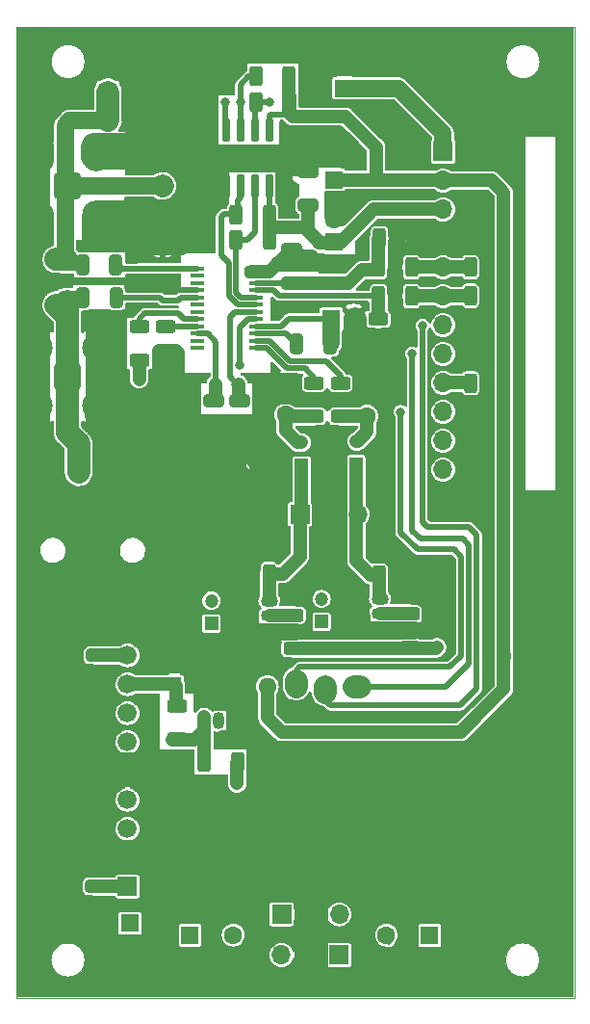
<source format=gbr>
%TF.GenerationSoftware,KiCad,Pcbnew,7.0.1*%
%TF.CreationDate,2023-11-03T16:30:39+00:00*%
%TF.ProjectId,SI4735,53493437-3335-42e6-9b69-6361645f7063,rev?*%
%TF.SameCoordinates,Original*%
%TF.FileFunction,Copper,L2,Bot*%
%TF.FilePolarity,Positive*%
%FSLAX45Y45*%
G04 Gerber Fmt 4.5, Leading zero omitted, Abs format (unit mm)*
G04 Created by KiCad (PCBNEW 7.0.1) date 2023-11-03 16:30:39*
%MOMM*%
%LPD*%
G01*
G04 APERTURE LIST*
G04 Aperture macros list*
%AMRoundRect*
0 Rectangle with rounded corners*
0 $1 Rounding radius*
0 $2 $3 $4 $5 $6 $7 $8 $9 X,Y pos of 4 corners*
0 Add a 4 corners polygon primitive as box body*
4,1,4,$2,$3,$4,$5,$6,$7,$8,$9,$2,$3,0*
0 Add four circle primitives for the rounded corners*
1,1,$1+$1,$2,$3*
1,1,$1+$1,$4,$5*
1,1,$1+$1,$6,$7*
1,1,$1+$1,$8,$9*
0 Add four rect primitives between the rounded corners*
20,1,$1+$1,$2,$3,$4,$5,0*
20,1,$1+$1,$4,$5,$6,$7,0*
20,1,$1+$1,$6,$7,$8,$9,0*
20,1,$1+$1,$8,$9,$2,$3,0*%
G04 Aperture macros list end*
%TA.AperFunction,ComponentPad*%
%ADD10C,1.600000*%
%TD*%
%TA.AperFunction,ComponentPad*%
%ADD11O,1.600000X1.600000*%
%TD*%
%TA.AperFunction,ComponentPad*%
%ADD12R,1.600000X1.600000*%
%TD*%
%TA.AperFunction,ComponentPad*%
%ADD13R,1.500000X1.050000*%
%TD*%
%TA.AperFunction,ComponentPad*%
%ADD14O,1.500000X1.050000*%
%TD*%
%TA.AperFunction,ComponentPad*%
%ADD15R,1.700000X1.700000*%
%TD*%
%TA.AperFunction,ComponentPad*%
%ADD16O,1.700000X1.700000*%
%TD*%
%TA.AperFunction,ComponentPad*%
%ADD17RoundRect,0.200100X0.949900X-0.949900X0.949900X0.949900X-0.949900X0.949900X-0.949900X-0.949900X0*%
%TD*%
%TA.AperFunction,ComponentPad*%
%ADD18C,2.500000*%
%TD*%
%TA.AperFunction,ComponentPad*%
%ADD19R,1.200000X1.200000*%
%TD*%
%TA.AperFunction,ComponentPad*%
%ADD20C,1.200000*%
%TD*%
%TA.AperFunction,ComponentPad*%
%ADD21R,1.050000X1.500000*%
%TD*%
%TA.AperFunction,ComponentPad*%
%ADD22O,1.050000X1.500000*%
%TD*%
%TA.AperFunction,ComponentPad*%
%ADD23C,2.000000*%
%TD*%
%TA.AperFunction,ComponentPad*%
%ADD24C,1.000000*%
%TD*%
%TA.AperFunction,ComponentPad*%
%ADD25R,1.000000X1.000000*%
%TD*%
%TA.AperFunction,ComponentPad*%
%ADD26R,1.676400X1.676400*%
%TD*%
%TA.AperFunction,ComponentPad*%
%ADD27C,1.676400*%
%TD*%
%TA.AperFunction,SMDPad,CuDef*%
%ADD28RoundRect,0.250000X0.312500X0.625000X-0.312500X0.625000X-0.312500X-0.625000X0.312500X-0.625000X0*%
%TD*%
%TA.AperFunction,SMDPad,CuDef*%
%ADD29RoundRect,0.250000X0.650000X-0.325000X0.650000X0.325000X-0.650000X0.325000X-0.650000X-0.325000X0*%
%TD*%
%TA.AperFunction,SMDPad,CuDef*%
%ADD30RoundRect,0.250000X0.625000X-0.312500X0.625000X0.312500X-0.625000X0.312500X-0.625000X-0.312500X0*%
%TD*%
%TA.AperFunction,SMDPad,CuDef*%
%ADD31RoundRect,0.250000X-0.625000X0.312500X-0.625000X-0.312500X0.625000X-0.312500X0.625000X0.312500X0*%
%TD*%
%TA.AperFunction,SMDPad,CuDef*%
%ADD32RoundRect,0.250000X-0.650000X0.325000X-0.650000X-0.325000X0.650000X-0.325000X0.650000X0.325000X0*%
%TD*%
%TA.AperFunction,SMDPad,CuDef*%
%ADD33RoundRect,0.250000X-0.325000X-0.650000X0.325000X-0.650000X0.325000X0.650000X-0.325000X0.650000X0*%
%TD*%
%TA.AperFunction,SMDPad,CuDef*%
%ADD34RoundRect,0.250000X-0.312500X-0.625000X0.312500X-0.625000X0.312500X0.625000X-0.312500X0.625000X0*%
%TD*%
%TA.AperFunction,SMDPad,CuDef*%
%ADD35R,1.200000X0.400000*%
%TD*%
%TA.AperFunction,SMDPad,CuDef*%
%ADD36RoundRect,0.250000X0.325000X0.650000X-0.325000X0.650000X-0.325000X-0.650000X0.325000X-0.650000X0*%
%TD*%
%TA.AperFunction,SMDPad,CuDef*%
%ADD37RoundRect,0.042000X0.258000X-0.943000X0.258000X0.943000X-0.258000X0.943000X-0.258000X-0.943000X0*%
%TD*%
%TA.AperFunction,ViaPad*%
%ADD38C,0.800000*%
%TD*%
%TA.AperFunction,Conductor*%
%ADD39C,1.500000*%
%TD*%
%TA.AperFunction,Conductor*%
%ADD40C,1.200000*%
%TD*%
%TA.AperFunction,Conductor*%
%ADD41C,0.500000*%
%TD*%
%TA.AperFunction,Conductor*%
%ADD42C,2.000000*%
%TD*%
%TA.AperFunction,Conductor*%
%ADD43C,0.900000*%
%TD*%
%TA.AperFunction,Profile*%
%ADD44C,0.050000*%
%TD*%
%TA.AperFunction,Profile*%
%ADD45C,0.100000*%
%TD*%
G04 APERTURE END LIST*
D10*
%TO.P,L1,1,1*%
%TO.N,Net-(D1-A)*%
X13782500Y-9232500D03*
D11*
%TO.P,L1,2,2*%
%TO.N,GND*%
X13782500Y-9740500D03*
%TD*%
D12*
%TO.P,C7,1*%
%TO.N,+5V*%
X15266989Y-10400000D03*
D10*
%TO.P,C7,2*%
%TO.N,GND*%
X15466989Y-10400000D03*
%TD*%
D13*
%TO.P,Q3,1,E*%
%TO.N,GND*%
X14721250Y-13134000D03*
D14*
%TO.P,Q3,2,B*%
%TO.N,Net-(Q3-B)*%
X14721250Y-13007000D03*
%TO.P,Q3,3,C*%
%TO.N,Left_Pre*%
X14721250Y-12880000D03*
%TD*%
D15*
%TO.P,J4,1,Pin_1*%
%TO.N,Net-(J2-Pin_3)*%
X14829800Y-15636210D03*
D16*
%TO.P,J4,2,Pin_2*%
%TO.N,GND*%
X15083800Y-15636210D03*
%TO.P,J4,3,Pin_3*%
%TO.N,Net-(J2-Pin_1)*%
X15337800Y-15636210D03*
%TD*%
D12*
%TO.P,D4,1,K*%
%TO.N,GND*%
X13807500Y-11751500D03*
D11*
%TO.P,D4,2,A*%
%TO.N,Net-(D3-K)*%
X13045500Y-11751500D03*
%TD*%
D13*
%TO.P,Q2,1,E*%
%TO.N,GND*%
X15695000Y-13116260D03*
D14*
%TO.P,Q2,2,B*%
%TO.N,Net-(Q2-B)*%
X15695000Y-12989260D03*
%TO.P,Q2,3,C*%
%TO.N,Right_Pre*%
X15695000Y-12862260D03*
%TD*%
D17*
%TO.P,J3,1,Pin_1*%
%TO.N,Net-(D1-A)*%
X12949000Y-9234000D03*
D18*
%TO.P,J3,2,Pin_2*%
%TO.N,GND*%
X12695000Y-9488000D03*
X13203000Y-9488000D03*
X12695000Y-8980000D03*
X13203000Y-8980000D03*
%TD*%
D15*
%TO.P,J2,1,Pin_1*%
%TO.N,Net-(J2-Pin_1)*%
X15337300Y-15993710D03*
D16*
%TO.P,J2,2,Pin_2*%
%TO.N,GND*%
X15083300Y-15993710D03*
%TO.P,J2,3,Pin_3*%
%TO.N,Net-(J2-Pin_3)*%
X14829300Y-15993710D03*
%TD*%
D12*
%TO.P,U4,1,A0*%
%TO.N,GND*%
X14705480Y-14397100D03*
D11*
%TO.P,U4,2,A1*%
X14959480Y-14397100D03*
%TO.P,U4,3,A2*%
X15213480Y-14397100D03*
%TO.P,U4,4,GND*%
X15467480Y-14397100D03*
%TO.P,U4,5,SDA*%
%TO.N,A_SDA*%
X15467480Y-13635100D03*
%TO.P,U4,6,SCL*%
%TO.N,A_SCL*%
X15213480Y-13635100D03*
%TO.P,U4,7,WP*%
%TO.N,Wp*%
X14959480Y-13635100D03*
%TO.P,U4,8,VCC*%
%TO.N,5VA*%
X14705480Y-13635100D03*
%TD*%
D10*
%TO.P,C21,1*%
%TO.N,GND*%
X14865000Y-10995000D03*
%TO.P,C21,2*%
%TO.N,Net-(C21-Pad2)*%
X14865000Y-11245000D03*
%TD*%
D15*
%TO.P,J1,1,Pin_1*%
%TO.N,12V*%
X16250920Y-8933180D03*
D16*
%TO.P,J1,2,Pin_2*%
%TO.N,5VA*%
X16250920Y-9187180D03*
%TO.P,J1,3,Pin_3*%
%TO.N,3.3V*%
X16250920Y-9441180D03*
%TO.P,J1,4,Pin_4*%
%TO.N,GND*%
X16250920Y-9695180D03*
%TO.P,J1,5,Pin_5*%
%TO.N,A_RST*%
X16250920Y-9949180D03*
%TO.P,J1,6,Pin_6*%
%TO.N,A_SEN*%
X16250920Y-10203180D03*
%TO.P,J1,7,Pin_7*%
%TO.N,A_SCL*%
X16250920Y-10457180D03*
%TO.P,J1,8,Pin_8*%
%TO.N,A_SDA*%
X16250920Y-10711180D03*
%TO.P,J1,9,Pin_9*%
%TO.N,D28*%
X16250920Y-10965180D03*
%TO.P,J1,10,Pin_10*%
%TO.N,Wp*%
X16250920Y-11219180D03*
%TO.P,J1,11,Pin_11*%
%TO.N,Mute*%
X16250920Y-11473180D03*
%TO.P,J1,12,Pin_12*%
%TO.N,Sleep*%
X16250920Y-11727180D03*
%TD*%
D12*
%TO.P,C16,1*%
%TO.N,Net-(U5-SVRR)*%
X13495000Y-15715000D03*
D10*
%TO.P,C16,2*%
%TO.N,GND*%
X13495000Y-15915000D03*
%TD*%
D12*
%TO.P,C1,1*%
%TO.N,12V*%
X15377500Y-8375000D03*
D10*
%TO.P,C1,2*%
%TO.N,GND*%
X15377500Y-8175000D03*
%TD*%
D19*
%TO.P,C20,1*%
%TO.N,Net-(U5--INV1)*%
X14212500Y-13080000D03*
D20*
%TO.P,C20,2*%
%TO.N,Left_Pre*%
X14212500Y-12880000D03*
%TD*%
D19*
%TO.P,C18,1*%
%TO.N,Right_Pre*%
X15487500Y-11680000D03*
D20*
%TO.P,C18,2*%
%TO.N,Net-(C17-Pad2)*%
X15487500Y-11480000D03*
%TD*%
D12*
%TO.P,C11,1*%
%TO.N,Net-(U5-OUT2)*%
X16132500Y-15820000D03*
D10*
%TO.P,C11,2*%
%TO.N,Net-(J2-Pin_1)*%
X15752500Y-15820000D03*
%TD*%
D12*
%TO.P,C12,1*%
%TO.N,Net-(U5-OUT1)*%
X14025000Y-15819700D03*
D10*
%TO.P,C12,2*%
%TO.N,Net-(J2-Pin_3)*%
X14405000Y-15819700D03*
%TD*%
D19*
%TO.P,C19,1*%
%TO.N,Net-(U5--INV2)*%
X15182500Y-13064760D03*
D20*
%TO.P,C19,2*%
%TO.N,Right_Pre*%
X15182500Y-12864760D03*
%TD*%
D19*
%TO.P,C14,1*%
%TO.N,Net-(U5-M{slash}SS)*%
X13887500Y-13612120D03*
D20*
%TO.P,C14,2*%
%TO.N,GND*%
X13887500Y-13412120D03*
%TD*%
D12*
%TO.P,C8,1*%
%TO.N,3.3V*%
X15290000Y-9727000D03*
D10*
%TO.P,C8,2*%
%TO.N,GND*%
X15290000Y-9527000D03*
%TD*%
D15*
%TO.P,J7,1,Pin_1*%
%TO.N,Left_Pre*%
X14992000Y-12120000D03*
D16*
%TO.P,J7,2,Pin_2*%
%TO.N,GND*%
X15246000Y-12120000D03*
%TO.P,J7,3,Pin_3*%
%TO.N,Right_Pre*%
X15500000Y-12120000D03*
%TD*%
D12*
%TO.P,D3,1,K*%
%TO.N,Net-(D3-K)*%
X13044500Y-11499000D03*
D11*
%TO.P,D3,2,A*%
%TO.N,GND*%
X13806500Y-11499000D03*
%TD*%
D21*
%TO.P,Q1,1,E*%
%TO.N,GND*%
X14400580Y-13937240D03*
D22*
%TO.P,Q1,2,B*%
%TO.N,Net-(Q1-B)*%
X14273580Y-13937240D03*
%TO.P,Q1,3,C*%
%TO.N,Net-(Q1-C)*%
X14146580Y-13937240D03*
%TD*%
D23*
%TO.P,L2,1,1*%
%TO.N,Net-(D3-K)*%
X12847500Y-10280000D03*
%TO.P,L2,2,2*%
%TO.N,Net-(D1-A)*%
X12847500Y-9880000D03*
%TD*%
D10*
%TO.P,C17,1*%
%TO.N,GND*%
X15582500Y-11007500D03*
%TO.P,C17,2*%
%TO.N,Net-(C17-Pad2)*%
X15582500Y-11257500D03*
%TD*%
D12*
%TO.P,C5,1*%
%TO.N,5VA*%
X15287000Y-9179511D03*
D10*
%TO.P,C5,2*%
%TO.N,GND*%
X15287000Y-8979511D03*
%TD*%
D24*
%TO.P,Y1,1,1*%
%TO.N,Net-(U6-GPO3{slash}[DCLK])*%
X14250000Y-10975000D03*
%TO.P,Y1,2,2*%
%TO.N,Net-(U6-RCLK)*%
X14440000Y-10975000D03*
%TD*%
D12*
%TO.P,D1,1,K*%
%TO.N,GND*%
X14064500Y-8660000D03*
D11*
%TO.P,D1,2,A*%
%TO.N,Net-(D1-A)*%
X13302500Y-8660000D03*
%TD*%
D25*
%TO.P,J8,1,Pin_1*%
%TO.N,GND*%
X14075000Y-11634000D03*
%TD*%
%TO.P,J9,1,Pin_1*%
%TO.N,GND*%
X14617500Y-11625000D03*
%TD*%
D12*
%TO.P,D2,1,K*%
%TO.N,Net-(D1-A)*%
X13304000Y-8410000D03*
D11*
%TO.P,D2,2,A*%
%TO.N,GND*%
X14066000Y-8410000D03*
%TD*%
D17*
%TO.P,J5,1,Pin_1*%
%TO.N,Net-(D3-K)*%
X12948500Y-10911000D03*
D18*
%TO.P,J5,2,Pin_2*%
%TO.N,GND*%
X12694500Y-11165000D03*
X13202500Y-11165000D03*
X12694500Y-10657000D03*
X13202500Y-10657000D03*
%TD*%
D26*
%TO.P,U5,1,-INV1*%
%TO.N,Net-(U5--INV1)*%
X13474500Y-15392000D03*
D27*
%TO.P,U5,2,SGND*%
%TO.N,GND*%
X13474500Y-15138000D03*
%TO.P,U5,3,SVRR*%
%TO.N,Net-(U5-SVRR)*%
X13474500Y-14884000D03*
%TO.P,U5,4,OUT1*%
%TO.N,Net-(U5-OUT1)*%
X13474500Y-14630000D03*
%TO.P,U5,5,PGND*%
%TO.N,GND*%
X13474500Y-14376000D03*
%TO.P,U5,6,OUT2*%
%TO.N,Net-(U5-OUT2)*%
X13474500Y-14122000D03*
%TO.P,U5,7,VP*%
%TO.N,12V*%
X13474500Y-13868000D03*
%TO.P,U5,8,M/SS*%
%TO.N,Net-(U5-M{slash}SS)*%
X13474500Y-13614000D03*
%TO.P,U5,9,-INV2*%
%TO.N,Net-(U5--INV2)*%
X13474500Y-13360000D03*
%TO.P,U5,10,GND_2*%
%TO.N,GND*%
X12712500Y-13360000D03*
%TO.P,U5,11,GND_9*%
X12712500Y-13614000D03*
%TO.P,U5,12,GND_7*%
X12712500Y-13868000D03*
%TO.P,U5,13,GND*%
X12712500Y-14122000D03*
%TO.P,U5,14,GND_8*%
X12712500Y-14376000D03*
%TO.P,U5,15,GND_4*%
X12712500Y-14630000D03*
%TO.P,U5,16,GND_5*%
X12712500Y-14884000D03*
%TO.P,U5,17,GND_6*%
X12712500Y-15138000D03*
%TO.P,U5,18,GND_3*%
X12712500Y-15392000D03*
%TD*%
D19*
%TO.P,C22,1*%
%TO.N,Left_Pre*%
X15007500Y-11689760D03*
D20*
%TO.P,C22,2*%
%TO.N,Net-(C21-Pad2)*%
X15007500Y-11489760D03*
%TD*%
D28*
%TO.P,R13,1*%
%TO.N,5VA*%
X16785520Y-10967160D03*
%TO.P,R13,2*%
%TO.N,D28*%
X16493020Y-10967160D03*
%TD*%
D29*
%TO.P,C2,1*%
%TO.N,Net-(U5--INV1)*%
X13192000Y-15390000D03*
%TO.P,C2,2*%
%TO.N,GND*%
X13192000Y-15095000D03*
%TD*%
D28*
%TO.P,R6,1*%
%TO.N,3.3V*%
X14721250Y-9485000D03*
%TO.P,R6,2*%
%TO.N,S_SDIO(SDA)*%
X14428750Y-9485000D03*
%TD*%
D29*
%TO.P,C6,1*%
%TO.N,S_RST*%
X14920000Y-10087500D03*
%TO.P,C6,2*%
%TO.N,GND*%
X14920000Y-9792500D03*
%TD*%
D30*
%TO.P,R19,1*%
%TO.N,Net-(C17-Pad2)*%
X15348750Y-11258510D03*
%TO.P,R19,2*%
%TO.N,Net-(U6-ROUT{slash}[DOUT])*%
X15348750Y-10966010D03*
%TD*%
D31*
%TO.P,R4,1*%
%TO.N,S_SEN*%
X15681960Y-10406380D03*
%TO.P,R4,2*%
%TO.N,GND*%
X15681960Y-10698880D03*
%TD*%
D32*
%TO.P,C9,1*%
%TO.N,GND*%
X15064000Y-9109000D03*
%TO.P,C9,2*%
%TO.N,3.3V*%
X15064000Y-9404000D03*
%TD*%
D31*
%TO.P,R17,1*%
%TO.N,Net-(U6-GPO2{slash}[~{INT}])*%
X13810000Y-10470000D03*
%TO.P,R17,2*%
%TO.N,GND*%
X13810000Y-10762500D03*
%TD*%
D33*
%TO.P,C10,1*%
%TO.N,Net-(D1-A)*%
X13077695Y-9926820D03*
%TO.P,C10,2*%
%TO.N,Net-(U6-AMI)*%
X13372695Y-9926820D03*
%TD*%
D28*
%TO.P,R11,1*%
%TO.N,5VA*%
X16785520Y-10199660D03*
%TO.P,R11,2*%
%TO.N,A_SEN*%
X16493020Y-10199660D03*
%TD*%
D30*
%TO.P,R21,1*%
%TO.N,Net-(C21-Pad2)*%
X15116250Y-11258510D03*
%TO.P,R21,2*%
%TO.N,Net-(U6-LOUT{slash}[DFS])*%
X15116250Y-10966010D03*
%TD*%
D28*
%TO.P,R8,1*%
%TO.N,12V*%
X14442500Y-14300000D03*
%TO.P,R8,2*%
%TO.N,Net-(Q1-C)*%
X14150000Y-14300000D03*
%TD*%
D34*
%TO.P,R1,1*%
%TO.N,S_RST*%
X15690000Y-9695000D03*
%TO.P,R1,2*%
%TO.N,GND*%
X15982500Y-9695000D03*
%TD*%
D30*
%TO.P,R20,1*%
%TO.N,Mute*%
X14935250Y-13300000D03*
%TO.P,R20,2*%
%TO.N,Net-(Q3-B)*%
X14935250Y-13007500D03*
%TD*%
D32*
%TO.P,C24,1*%
%TO.N,Net-(U6-GPO3{slash}[DCLK])*%
X14232500Y-11124000D03*
%TO.P,C24,2*%
%TO.N,GND*%
X14232500Y-11419000D03*
%TD*%
D33*
%TO.P,C13,1*%
%TO.N,Net-(D3-K)*%
X13080000Y-10215000D03*
%TO.P,C13,2*%
%TO.N,Net-(U6-FMI)*%
X13375000Y-10215000D03*
%TD*%
D28*
%TO.P,R3,1*%
%TO.N,A_SEN*%
X15974460Y-10203180D03*
%TO.P,R3,2*%
%TO.N,S_SEN*%
X15681960Y-10203180D03*
%TD*%
%TO.P,R22,1*%
%TO.N,Left_Pre*%
X14720000Y-12645000D03*
%TO.P,R22,2*%
%TO.N,GND*%
X14427500Y-12645000D03*
%TD*%
%TO.P,R5,1*%
%TO.N,3.3V*%
X14720000Y-9710000D03*
%TO.P,R5,2*%
%TO.N,S_SCLK(SCL)*%
X14427500Y-9710000D03*
%TD*%
%TO.P,R10,1*%
%TO.N,5VA*%
X14898750Y-8497500D03*
%TO.P,R10,2*%
%TO.N,A_SCL*%
X14606250Y-8497500D03*
%TD*%
D35*
%TO.P,U6,1,DOUT*%
%TO.N,unconnected-(U6-DOUT-Pad1)*%
X14087500Y-10658500D03*
%TO.P,U6,2,DFS*%
%TO.N,unconnected-(U6-DFS-Pad2)*%
X14087500Y-10595000D03*
%TO.P,U6,3,GPO3/[DCLK]*%
%TO.N,Net-(U6-GPO3{slash}[DCLK])*%
X14087500Y-10531500D03*
%TO.P,U6,4,GPO2/[~{INT}]*%
%TO.N,Net-(U6-GPO2{slash}[~{INT}])*%
X14087500Y-10468000D03*
%TO.P,U6,5,GPO1*%
%TO.N,Net-(U6-GPO1)*%
X14087500Y-10404500D03*
%TO.P,U6,6,NC*%
%TO.N,unconnected-(U6-NC-Pad6)*%
X14087500Y-10341000D03*
%TO.P,U6,7,NC*%
%TO.N,unconnected-(U6-NC-Pad7)*%
X14087500Y-10277500D03*
%TO.P,U6,8,FMI*%
%TO.N,Net-(U6-FMI)*%
X14087500Y-10214000D03*
%TO.P,U6,9,RFGND*%
%TO.N,GND*%
X14087500Y-10150500D03*
%TO.P,U6,10,NC*%
%TO.N,unconnected-(U6-NC-Pad10)*%
X14087500Y-10087000D03*
%TO.P,U6,11,NC*%
%TO.N,unconnected-(U6-NC-Pad11)*%
X14087500Y-10023500D03*
%TO.P,U6,12,AMI*%
%TO.N,Net-(U6-AMI)*%
X14087500Y-9960000D03*
%TO.P,U6,13,GND*%
%TO.N,GND*%
X14607500Y-9960000D03*
%TO.P,U6,14,GND*%
X14607500Y-10023500D03*
%TO.P,U6,15,~{RST}*%
%TO.N,S_RST*%
X14607500Y-10087000D03*
%TO.P,U6,16,~{SEN}*%
%TO.N,S_SEN*%
X14607500Y-10150500D03*
%TO.P,U6,17,SCLK*%
%TO.N,S_SCLK(SCL)*%
X14607500Y-10214000D03*
%TO.P,U6,18,SDIO*%
%TO.N,S_SDIO(SDA)*%
X14607500Y-10277500D03*
%TO.P,U6,19,RCLK*%
%TO.N,Net-(U6-RCLK)*%
X14607500Y-10341000D03*
%TO.P,U6,20,VD*%
%TO.N,3.3V*%
X14607500Y-10404500D03*
%TO.P,U6,21,VA*%
%TO.N,+5V*%
X14607500Y-10468000D03*
%TO.P,U6,22,DBYP*%
%TO.N,Net-(U6-DBYP)*%
X14607500Y-10531500D03*
%TO.P,U6,23,ROUT/[DOUT]*%
%TO.N,Net-(U6-ROUT{slash}[DOUT])*%
X14607500Y-10595000D03*
%TO.P,U6,24,LOUT/[DFS]*%
%TO.N,Net-(U6-LOUT{slash}[DFS])*%
X14607500Y-10658500D03*
%TD*%
D28*
%TO.P,R2,1*%
%TO.N,A_RST*%
X15974060Y-9949180D03*
%TO.P,R2,2*%
%TO.N,S_RST*%
X15681560Y-9949180D03*
%TD*%
%TO.P,R9,1*%
%TO.N,5VA*%
X14897500Y-8270000D03*
%TO.P,R9,2*%
%TO.N,A_SDA*%
X14605000Y-8270000D03*
%TD*%
%TO.P,R12,1*%
%TO.N,5VA*%
X16785520Y-9949660D03*
%TO.P,R12,2*%
%TO.N,A_RST*%
X16493020Y-9949660D03*
%TD*%
D36*
%TO.P,C15,1*%
%TO.N,+5V*%
X15257500Y-10625000D03*
%TO.P,C15,2*%
%TO.N,Net-(U6-DBYP)*%
X14962500Y-10625000D03*
%TD*%
D32*
%TO.P,C23,1*%
%TO.N,Net-(U6-RCLK)*%
X14462500Y-11124000D03*
%TO.P,C23,2*%
%TO.N,GND*%
X14462500Y-11419000D03*
%TD*%
%TO.P,C3,1*%
%TO.N,Net-(U5--INV2)*%
X13200000Y-13360000D03*
%TO.P,C3,2*%
%TO.N,GND*%
X13200000Y-13655000D03*
%TD*%
D30*
%TO.P,R16,1*%
%TO.N,Mute*%
X15957500Y-13290000D03*
%TO.P,R16,2*%
%TO.N,Net-(Q2-B)*%
X15957500Y-12997500D03*
%TD*%
D31*
%TO.P,R7,1*%
%TO.N,Net-(U6-GPO1)*%
X13577500Y-10472500D03*
%TO.P,R7,2*%
%TO.N,3.3V*%
X13577500Y-10765000D03*
%TD*%
D34*
%TO.P,R18,1*%
%TO.N,Right_Pre*%
X15687500Y-12657260D03*
%TO.P,R18,2*%
%TO.N,GND*%
X15980000Y-12657260D03*
%TD*%
D37*
%TO.P,U3,1,VCCA*%
%TO.N,3.3V*%
X14721750Y-9236500D03*
%TO.P,U3,2,SCLA*%
%TO.N,S_SCLK(SCL)*%
X14594750Y-9236500D03*
%TO.P,U3,3,SDAA*%
%TO.N,S_SDIO(SDA)*%
X14467750Y-9236500D03*
%TO.P,U3,4,GND*%
%TO.N,GND*%
X14340750Y-9236500D03*
%TO.P,U3,5,EN*%
%TO.N,D28*%
X14340750Y-8742500D03*
%TO.P,U3,6,SDAB*%
%TO.N,A_SDA*%
X14467750Y-8742500D03*
%TO.P,U3,7,SCLB*%
%TO.N,A_SCL*%
X14594750Y-8742500D03*
%TO.P,U3,8,VCCB*%
%TO.N,5VA*%
X14721750Y-8742500D03*
%TD*%
D29*
%TO.P,C4,1*%
%TO.N,GND*%
X15095000Y-8920000D03*
%TO.P,C4,2*%
%TO.N,5VA*%
X15095000Y-8625000D03*
%TD*%
D30*
%TO.P,R15,1*%
%TO.N,Net-(Q1-C)*%
X13915000Y-14096250D03*
%TO.P,R15,2*%
%TO.N,Net-(U5-M{slash}SS)*%
X13915000Y-13803750D03*
%TD*%
D38*
%TO.N,GND*%
X13862500Y-10150000D03*
X15073000Y-9925000D03*
X15191000Y-9926000D03*
%TO.N,3.3V*%
X13577500Y-10935000D03*
X14462500Y-10810000D03*
%TO.N,A_SDA*%
X15977500Y-10707500D03*
X14467750Y-8500000D03*
%TO.N,A_SCL*%
X16070000Y-10460000D03*
X14727500Y-8495000D03*
%TO.N,D28*%
X14335000Y-8500000D03*
%TO.N,12V*%
X14435480Y-14490100D03*
%TO.N,Mute*%
X16200000Y-13287500D03*
%TO.N,Wp*%
X15875000Y-11220000D03*
%TD*%
D39*
%TO.N,Net-(D1-A)*%
X12925000Y-8700000D02*
X12965000Y-8660000D01*
X12925000Y-9210000D02*
X12925000Y-8700000D01*
D40*
X13070000Y-9922500D02*
X12902500Y-9922500D01*
D41*
X13781500Y-9231500D02*
X13782500Y-9232500D01*
D39*
X12949000Y-9234000D02*
X12925000Y-9258000D01*
D42*
X13304000Y-8658500D02*
X13302500Y-8660000D01*
X13304000Y-8410000D02*
X13304000Y-8658500D01*
D39*
X12965000Y-8660000D02*
X13302500Y-8660000D01*
D42*
X13782500Y-9232500D02*
X13780000Y-9235000D01*
D39*
X12949000Y-9234000D02*
X12925000Y-9210000D01*
D43*
X13781000Y-9234000D02*
X13782500Y-9232500D01*
D42*
X12847500Y-9880000D02*
X12937500Y-9880000D01*
D39*
X12925000Y-9258000D02*
X12925000Y-9844500D01*
X12949000Y-9234000D02*
X13781000Y-9234000D01*
D41*
%TO.N,Net-(U6-AMI)*%
X13940000Y-9960000D02*
X13906500Y-9960000D01*
X13940000Y-9960000D02*
X13569000Y-9960000D01*
X13352500Y-9870000D02*
X13352500Y-9884291D01*
X13569000Y-9960000D02*
X13567500Y-9961500D01*
X14087500Y-9960000D02*
X13940000Y-9960000D01*
X13352500Y-9884291D02*
X13429709Y-9961500D01*
X13429709Y-9961500D02*
X13567500Y-9961500D01*
X13906500Y-9960000D02*
X13905000Y-9961500D01*
X13905000Y-9961500D02*
X13977500Y-9961500D01*
X13567500Y-9961500D02*
X13905000Y-9961500D01*
D40*
%TO.N,GND*%
X13677500Y-16032500D02*
X13675000Y-16030000D01*
X13747500Y-10850000D02*
X13747500Y-10685000D01*
X13205000Y-10886000D02*
X13205000Y-10659500D01*
X13831000Y-11087000D02*
X13831000Y-11340000D01*
X13917500Y-10702500D02*
X13822500Y-10702500D01*
D42*
X13488500Y-9681000D02*
X13548000Y-9740500D01*
D40*
X15073000Y-9925000D02*
X15074000Y-9926000D01*
D42*
X14418750Y-12653750D02*
X14377500Y-12653750D01*
D40*
X13202500Y-11165000D02*
X13313000Y-11165000D01*
X13762500Y-10865000D02*
X13747500Y-10850000D01*
X15983500Y-9696000D02*
X16111000Y-9696000D01*
X14377500Y-12561250D02*
X14377500Y-12653750D01*
X15364460Y-8982100D02*
X15382180Y-8999820D01*
X14955000Y-13167500D02*
X14505000Y-13167500D01*
X16139000Y-9781000D02*
X16236000Y-9781000D01*
X15095000Y-8920000D02*
X15095000Y-8936000D01*
D41*
X13806500Y-11499000D02*
X13806500Y-11448000D01*
D42*
X12595000Y-9522500D02*
X12595000Y-10030500D01*
D40*
X15982500Y-9695000D02*
X15983500Y-9696000D01*
X13403000Y-11165000D02*
X13202500Y-11165000D01*
D41*
X14541000Y-10023500D02*
X14607500Y-10023500D01*
D42*
X12598500Y-12394000D02*
X12597500Y-12395000D01*
D40*
X14950000Y-11072132D02*
X14927132Y-11095000D01*
X14554000Y-11609000D02*
X14554000Y-11535000D01*
X13746000Y-11324500D02*
X13678000Y-11392500D01*
X16111000Y-9696000D02*
X16390000Y-9696000D01*
X14645000Y-11700000D02*
X14645000Y-11215000D01*
D42*
X13645000Y-11755000D02*
X13652500Y-11762500D01*
D41*
X15095000Y-9115000D02*
X15095000Y-9085000D01*
D42*
X13202500Y-9552500D02*
X13202500Y-9485500D01*
D40*
X14572500Y-11445000D02*
X14687500Y-11560000D01*
X16156000Y-9607000D02*
X15879000Y-9607000D01*
X16423000Y-9782000D02*
X16423000Y-9607000D01*
D42*
X13203000Y-9552000D02*
X13203000Y-9488000D01*
D40*
X15446989Y-10400000D02*
X15476989Y-10430000D01*
X15411000Y-9343000D02*
X15300000Y-9343000D01*
X15469000Y-8149000D02*
X15466000Y-8152000D01*
D42*
X13454000Y-11499000D02*
X13350000Y-11395000D01*
X13912500Y-11392500D02*
X13912500Y-11630000D01*
D40*
X14639000Y-11181000D02*
X14639000Y-11077000D01*
D42*
X13454000Y-11681500D02*
X13535000Y-11762500D01*
D40*
X15565000Y-14512500D02*
X15565000Y-14440000D01*
X13849000Y-10865000D02*
X13849000Y-11069000D01*
D42*
X15910000Y-12742500D02*
X15910000Y-12582500D01*
D40*
X13165853Y-10692000D02*
X13205000Y-10731147D01*
D42*
X13203000Y-9488000D02*
X13226000Y-9465000D01*
D40*
X16423000Y-9607000D02*
X16156000Y-9607000D01*
D42*
X12712500Y-13160000D02*
X12712500Y-13614000D01*
X12693000Y-10490000D02*
X12693000Y-11163500D01*
D40*
X14179000Y-8366000D02*
X14139000Y-8326000D01*
D42*
X13574160Y-14417500D02*
X13574160Y-14329160D01*
X12604000Y-15490000D02*
X12850000Y-15490000D01*
X13246500Y-14376000D02*
X13180000Y-14442500D01*
D40*
X13746000Y-11264000D02*
X13736000Y-11264000D01*
D42*
X12694500Y-12004500D02*
X13293000Y-12004500D01*
X15476989Y-10551989D02*
X15623880Y-10698880D01*
X15681960Y-10698880D02*
X15786380Y-10698880D01*
X12694500Y-12143000D02*
X12597500Y-12240000D01*
X13247500Y-14375000D02*
X13380500Y-14375000D01*
D40*
X15390361Y-8813780D02*
X15095220Y-8813780D01*
D42*
X13317500Y-15090000D02*
X13005000Y-15090000D01*
D40*
X13675000Y-15962500D02*
X13667500Y-15970000D01*
X16236000Y-9781000D02*
X15875000Y-9781000D01*
D42*
X16142500Y-12742500D02*
X16065240Y-12742500D01*
X13209500Y-8984500D02*
X13830500Y-8984500D01*
D41*
X13862500Y-10150000D02*
X14087000Y-10150000D01*
D42*
X13454000Y-11499000D02*
X13454000Y-11681500D01*
D40*
X13667500Y-15970000D02*
X13602000Y-15970000D01*
D42*
X13831000Y-11340000D02*
X13487500Y-11340000D01*
D40*
X14060000Y-8660000D02*
X14064500Y-8660000D01*
X15180000Y-15602500D02*
X15107500Y-15530000D01*
X13291500Y-10799500D02*
X13345000Y-10799500D01*
X14864000Y-9017720D02*
X14353280Y-9017720D01*
D42*
X13922500Y-11392500D02*
X13980000Y-11450000D01*
X13325000Y-15082500D02*
X13317500Y-15090000D01*
X14090000Y-11340000D02*
X13980000Y-11450000D01*
D40*
X12689500Y-9555500D02*
X12602500Y-9642500D01*
D42*
X12597000Y-10491000D02*
X12597000Y-10999000D01*
X13702000Y-13348000D02*
X14210000Y-13348000D01*
X13887500Y-13412120D02*
X13984620Y-13315000D01*
D40*
X15917500Y-9630000D02*
X15982500Y-9695000D01*
X15008000Y-9053000D02*
X15008000Y-9017720D01*
X15670000Y-11095000D02*
X15670000Y-10990000D01*
X15167079Y-9926000D02*
X15191000Y-9926000D01*
X14920000Y-9890000D02*
X14956000Y-9926000D01*
D42*
X12689500Y-9670500D02*
X12689500Y-9365000D01*
X13198000Y-8984500D02*
X13198500Y-8985000D01*
D41*
X13170000Y-10995000D02*
X13202500Y-10995000D01*
D40*
X15362081Y-9527000D02*
X15487500Y-9401581D01*
X14793000Y-9919500D02*
X14722500Y-9990000D01*
D42*
X12672500Y-9009500D02*
X12672500Y-9520500D01*
X16065240Y-12742500D02*
X15910000Y-12742500D01*
X13548000Y-9740500D02*
X13877500Y-9740500D01*
D40*
X14928000Y-9882000D02*
X14920000Y-9890000D01*
D42*
X13796500Y-11762500D02*
X13807500Y-11751500D01*
D40*
X13825000Y-11093000D02*
X13825000Y-11334000D01*
X14793000Y-9914000D02*
X14793000Y-9919500D01*
D42*
X14005000Y-11827500D02*
X13883500Y-11827500D01*
X12995000Y-15080000D02*
X13005000Y-15090000D01*
D40*
X15191000Y-9888000D02*
X15185000Y-9882000D01*
X14490000Y-13826250D02*
X14490000Y-14037500D01*
D42*
X12694500Y-11815000D02*
X12694500Y-12143000D01*
X12725000Y-9626875D02*
X12725000Y-9635000D01*
D40*
X14487500Y-13790000D02*
X14245000Y-13790000D01*
X15095220Y-9017720D02*
X15204000Y-9017720D01*
X14690000Y-11130000D02*
X14706000Y-11114000D01*
X13313000Y-11165000D02*
X13385000Y-11093000D01*
D42*
X12760500Y-15090000D02*
X12712500Y-15138000D01*
X14535000Y-13197500D02*
X14725000Y-13197500D01*
D40*
X14353280Y-9017720D02*
X14345000Y-9026000D01*
X14950000Y-10940000D02*
X14955000Y-10935000D01*
X15095220Y-9017720D02*
X15474280Y-9017720D01*
D42*
X13551820Y-15187500D02*
X13567500Y-15171820D01*
X14035000Y-9037500D02*
X14035000Y-9505000D01*
D40*
X14567500Y-11340000D02*
X14600000Y-11307500D01*
D42*
X14425000Y-13052500D02*
X14425000Y-13287500D01*
D40*
X15497740Y-11094260D02*
X15497740Y-11092260D01*
X14402500Y-13843750D02*
X14402500Y-14035000D01*
D42*
X13226000Y-9465000D02*
X13970500Y-9465000D01*
X15910000Y-12582500D02*
X15912500Y-12580000D01*
D40*
X13345000Y-10963000D02*
X13345000Y-10799500D01*
X14960000Y-13135000D02*
X14510000Y-13135000D01*
X15477000Y-11115000D02*
X15497740Y-11094260D01*
D42*
X15195000Y-12050840D02*
X15195000Y-12194160D01*
X13806500Y-11499000D02*
X13806500Y-11652500D01*
X12712500Y-15392000D02*
X12712500Y-13360000D01*
D40*
X14765000Y-11095000D02*
X14927132Y-11095000D01*
X15095000Y-8920000D02*
X15302360Y-8920000D01*
X13391000Y-11009000D02*
X13345000Y-10963000D01*
X13205000Y-10886000D02*
X13291500Y-10799500D01*
D41*
X14340750Y-9030250D02*
X14340750Y-9236500D01*
D40*
X14558750Y-11507500D02*
X14096250Y-11507500D01*
D41*
X13202500Y-10995000D02*
X13207500Y-10990000D01*
D40*
X13977000Y-8326000D02*
X13939000Y-8364000D01*
X13385000Y-11093000D02*
X13433000Y-11093000D01*
D42*
X14567500Y-11340000D02*
X14462500Y-11340000D01*
D40*
X14148000Y-8769000D02*
X14155000Y-8776000D01*
X15096789Y-9855711D02*
X15167079Y-9926000D01*
X16047500Y-9630000D02*
X16070500Y-9607000D01*
X14425000Y-13052500D02*
X14425000Y-13087500D01*
X14490000Y-13826250D02*
X14486250Y-13822500D01*
D42*
X14442500Y-13197500D02*
X14425000Y-13180000D01*
D40*
X13397500Y-15215000D02*
X13425000Y-15187500D01*
D42*
X13247500Y-14525000D02*
X13247500Y-14375000D01*
X14462500Y-11340000D02*
X14232500Y-11340000D01*
D40*
X12689500Y-9500500D02*
X12689500Y-9555500D01*
D42*
X13247500Y-15020000D02*
X13247500Y-14525000D01*
X12995000Y-14375000D02*
X12995000Y-15080000D01*
D40*
X13825000Y-11093000D02*
X13746000Y-11093000D01*
X16107000Y-9656000D02*
X16107000Y-9692000D01*
D42*
X12694500Y-11165000D02*
X12694500Y-11815000D01*
D40*
X14950000Y-11030000D02*
X14950000Y-11072132D01*
X13788000Y-15922000D02*
X13806000Y-15922000D01*
X14139000Y-8326000D02*
X13977000Y-8326000D01*
X13747500Y-10685000D02*
X13772500Y-10710000D01*
X15030000Y-15530000D02*
X15000000Y-15560000D01*
D42*
X13952500Y-11880000D02*
X13417500Y-11880000D01*
D40*
X13082500Y-13601250D02*
X13082500Y-13693750D01*
X13433000Y-11093000D02*
X13568000Y-11228000D01*
D42*
X14705480Y-14397100D02*
X15467480Y-14397100D01*
D40*
X15874000Y-9782000D02*
X15856000Y-9764000D01*
X15425291Y-9391709D02*
X15425291Y-9357291D01*
X15856000Y-9630000D02*
X16047500Y-9630000D01*
D42*
X13171750Y-8869000D02*
X13744250Y-8869000D01*
X13560820Y-14315820D02*
X13417500Y-14315820D01*
D40*
X14620000Y-14265000D02*
X14620000Y-14515000D01*
D42*
X13176000Y-9515000D02*
X13203000Y-9488000D01*
D41*
X15095220Y-9113160D02*
X15095220Y-9017720D01*
D40*
X14706000Y-11030000D02*
X14706000Y-11114000D01*
D42*
X13540000Y-11392500D02*
X13678000Y-11392500D01*
D40*
X14955000Y-10935000D02*
X14781000Y-10935000D01*
X13327000Y-10519000D02*
X13350000Y-10542000D01*
X15997500Y-13165000D02*
X15547500Y-13165000D01*
X15072000Y-9926000D02*
X15073000Y-9925000D01*
D42*
X13909000Y-11340000D02*
X13831000Y-11340000D01*
X13176000Y-9681000D02*
X13176000Y-9515000D01*
X12713500Y-14375000D02*
X12712500Y-14376000D01*
X13830500Y-8984500D02*
X13837500Y-8977500D01*
X13474500Y-15138000D02*
X13425000Y-15187500D01*
X14015500Y-9485500D02*
X14035000Y-9505000D01*
X14035000Y-9647500D02*
X13942000Y-9740500D01*
X13912500Y-11392500D02*
X13922500Y-11392500D01*
X13875000Y-8877500D02*
X14035000Y-9037500D01*
D40*
X15006789Y-9855711D02*
X15096789Y-9855711D01*
X14639000Y-11077000D02*
X14781000Y-10935000D01*
X14447500Y-14080000D02*
X14308750Y-14080000D01*
X14875132Y-11043000D02*
X14947132Y-11115000D01*
D42*
X13312500Y-11165000D02*
X13540000Y-11392500D01*
D40*
X15565000Y-14440000D02*
X15577500Y-14427500D01*
D42*
X13202500Y-8977500D02*
X13302500Y-8877500D01*
X13487500Y-11340000D02*
X13540000Y-11392500D01*
X14377500Y-12653750D02*
X14425000Y-12701250D01*
X12689500Y-8992500D02*
X12672500Y-9009500D01*
D40*
X15481000Y-9011000D02*
X15481000Y-8904419D01*
D42*
X16062500Y-12595000D02*
X16042260Y-12595000D01*
D40*
X14551500Y-11445000D02*
X14572500Y-11445000D01*
X13920000Y-10712500D02*
X13920000Y-10865000D01*
D42*
X12694500Y-11815000D02*
X12694500Y-12004500D01*
X13645000Y-11499000D02*
X13645000Y-11755000D01*
X13207500Y-11357500D02*
X13207500Y-10544500D01*
X13350000Y-11947500D02*
X13293000Y-12004500D01*
D40*
X14490000Y-14037500D02*
X14447500Y-14080000D01*
X15364460Y-8982100D02*
X15130840Y-8982100D01*
D42*
X12694500Y-10657000D02*
X12619000Y-10657000D01*
X15246000Y-12120000D02*
X15246000Y-11881500D01*
X14047500Y-11562500D02*
X13932500Y-11562500D01*
D40*
X13205000Y-11162500D02*
X13205000Y-10886000D01*
D42*
X13180000Y-14902500D02*
X13180000Y-14442500D01*
D40*
X15475440Y-9340440D02*
X15487500Y-9352500D01*
D42*
X13645000Y-11499000D02*
X13454000Y-11499000D01*
X14645000Y-11700000D02*
X14645000Y-11417500D01*
D40*
X13746000Y-11093000D02*
X13746000Y-11264000D01*
X15130840Y-8982100D02*
X15095220Y-9017720D01*
D42*
X12597500Y-8757500D02*
X12722500Y-8882500D01*
D40*
X13849000Y-11069000D02*
X13831000Y-11087000D01*
X16107000Y-9692000D02*
X16111000Y-9696000D01*
D42*
X14035000Y-9505000D02*
X14035000Y-9647500D01*
D40*
X13205000Y-10659500D02*
X13202500Y-10657000D01*
X15879000Y-9607000D02*
X15856000Y-9630000D01*
X15450000Y-8212000D02*
X15288000Y-8212000D01*
D42*
X12619000Y-10657000D02*
X12598500Y-10677500D01*
X14005000Y-11827500D02*
X13952500Y-11880000D01*
D40*
X15481000Y-9011000D02*
X15210720Y-9011000D01*
X16111000Y-9753000D02*
X16139000Y-9781000D01*
X14793000Y-9919500D02*
X14799500Y-9926000D01*
D42*
X12597500Y-8757500D02*
X12597500Y-9265500D01*
D40*
X15512500Y-10897500D02*
X15545000Y-10865000D01*
X15266000Y-9503000D02*
X15290000Y-9527000D01*
X13831000Y-10883000D02*
X13849000Y-10865000D01*
X14799500Y-9926000D02*
X14956000Y-9926000D01*
X15076060Y-9094000D02*
X14937000Y-9094000D01*
X14632500Y-14252500D02*
X14620000Y-14265000D01*
X15856000Y-9630000D02*
X15917500Y-9630000D01*
X13677500Y-16032500D02*
X13788000Y-15922000D01*
D42*
X12725000Y-9478125D02*
X12725000Y-9626875D01*
D40*
X14179000Y-8752000D02*
X14179000Y-8366000D01*
X14551500Y-11630000D02*
X14587500Y-11666000D01*
X13197500Y-8992500D02*
X13212500Y-8977500D01*
X14690000Y-11655000D02*
X14690000Y-11130000D01*
X14927132Y-11095000D02*
X14947132Y-11115000D01*
X15497740Y-11092260D02*
X15582500Y-11007500D01*
X13920000Y-11329000D02*
X13909000Y-11340000D01*
X13391000Y-11009000D02*
X13358500Y-11009000D01*
X14752000Y-13197500D02*
X14812500Y-13137000D01*
X14687500Y-11566000D02*
X14587500Y-11666000D01*
X14645000Y-11700000D02*
X14554000Y-11609000D01*
X14865000Y-10995000D02*
X14741000Y-10995000D01*
D42*
X13720000Y-11392500D02*
X13912500Y-11392500D01*
X12693000Y-11163500D02*
X12694500Y-11165000D01*
X13381500Y-14376000D02*
X13532660Y-14376000D01*
X13652500Y-11762500D02*
X13796500Y-11762500D01*
X13837500Y-8977500D02*
X13975000Y-8977500D01*
D40*
X13736000Y-11264000D02*
X13634000Y-11162000D01*
X14693000Y-11043000D02*
X14875132Y-11043000D01*
X14864000Y-8939000D02*
X14864000Y-9017720D01*
X15481000Y-8904419D02*
X15465419Y-8920000D01*
D42*
X13980000Y-11450000D02*
X14050000Y-11520000D01*
X12597500Y-12240000D02*
X12597500Y-12395000D01*
D40*
X13176000Y-9681000D02*
X13182500Y-9674500D01*
X15008000Y-9017720D02*
X14937000Y-9017720D01*
D42*
X13202500Y-8977500D02*
X13209500Y-8984500D01*
D40*
X15005250Y-9857250D02*
X15073000Y-9925000D01*
D42*
X13975000Y-8977500D02*
X14035000Y-9037500D01*
D40*
X13822500Y-10702500D02*
X13847500Y-10727500D01*
X13647500Y-15872500D02*
X13665000Y-15890000D01*
X15005250Y-9857250D02*
X15006789Y-9855711D01*
X15512500Y-11037500D02*
X15512500Y-10897500D01*
X14937000Y-9094000D02*
X14895500Y-9052500D01*
D42*
X14425000Y-13287500D02*
X14452500Y-13315000D01*
D40*
X13182500Y-9674500D02*
X13182500Y-9447500D01*
D41*
X13807500Y-11500000D02*
X13806500Y-11499000D01*
D42*
X15476989Y-10551989D02*
X15476989Y-10400000D01*
D40*
X15000000Y-15560000D02*
X15000000Y-16110000D01*
X15300000Y-9343000D02*
X15280000Y-9363000D01*
D42*
X13392500Y-8977500D02*
X13202500Y-8977500D01*
D40*
X13390000Y-15872500D02*
X13647500Y-15872500D01*
D42*
X13350000Y-11395000D02*
X13350000Y-11947500D01*
D40*
X15469000Y-8053000D02*
X15469000Y-8215000D01*
D41*
X14356000Y-9015000D02*
X14716000Y-9015000D01*
D40*
X13358500Y-11009000D02*
X13202500Y-11165000D01*
D42*
X14125000Y-11800000D02*
X14125000Y-11517500D01*
D40*
X14940500Y-9792500D02*
X15005250Y-9857250D01*
D42*
X12850000Y-13282500D02*
X12720000Y-13152500D01*
X13425000Y-15187500D02*
X13551820Y-15187500D01*
D40*
X13849000Y-11069000D02*
X13825000Y-11093000D01*
D42*
X13532660Y-14376000D02*
X13574160Y-14417500D01*
X15083800Y-15993210D02*
X15083800Y-15636210D01*
D40*
X14645000Y-11262500D02*
X14567500Y-11340000D01*
D42*
X12850000Y-15215000D02*
X12850000Y-13282500D01*
X13202500Y-11247500D02*
X13350000Y-11395000D01*
D40*
X14402500Y-14035000D02*
X14447500Y-14080000D01*
X12850000Y-15215000D02*
X12927000Y-15138000D01*
X13602000Y-15970000D02*
X13377500Y-15970000D01*
X16156000Y-9607000D02*
X16070500Y-9607000D01*
X14900000Y-11030000D02*
X14950000Y-11030000D01*
X14155000Y-8776000D02*
X14179000Y-8752000D01*
X15545000Y-13007500D02*
X15552500Y-13015000D01*
D42*
X13474500Y-14376000D02*
X13246500Y-14376000D01*
D40*
X16422000Y-9781000D02*
X16423000Y-9782000D01*
X14895500Y-9052500D02*
X14325000Y-9052500D01*
D41*
X14537500Y-9960000D02*
X14532500Y-9965000D01*
D42*
X15246000Y-12403500D02*
X15246000Y-12120000D01*
D40*
X13650000Y-15922000D02*
X13602000Y-15970000D01*
X15982500Y-9695000D02*
X15982680Y-9695180D01*
D42*
X14066000Y-8410000D02*
X14064500Y-8411500D01*
D40*
X13939000Y-8757000D02*
X13951000Y-8769000D01*
D42*
X13180000Y-14952500D02*
X13180000Y-14902500D01*
X16220000Y-12820000D02*
X16142500Y-12742500D01*
D40*
X14989220Y-8813780D02*
X14864000Y-8939000D01*
X15127500Y-16135000D02*
X15032500Y-16135000D01*
D42*
X12690000Y-9670000D02*
X12689500Y-9670500D01*
D40*
X14345000Y-9026000D02*
X14999720Y-9026000D01*
X15185000Y-9882000D02*
X14928000Y-9882000D01*
D42*
X13205000Y-14417500D02*
X13180000Y-14442500D01*
X12597500Y-15481500D02*
X12596500Y-15482500D01*
D40*
X14920000Y-9792500D02*
X14920000Y-9890000D01*
X13917500Y-10702500D02*
X13900000Y-10685000D01*
D42*
X15246000Y-11881500D02*
X15247500Y-11880000D01*
D40*
X15095220Y-8813780D02*
X14989220Y-8813780D01*
D42*
X12689500Y-9500500D02*
X12689500Y-8992500D01*
D40*
X15378000Y-9343000D02*
X15411000Y-9343000D01*
X14956000Y-9926000D02*
X15072000Y-9926000D01*
D42*
X14425000Y-12701250D02*
X14425000Y-13052500D01*
X14049500Y-8426500D02*
X14066000Y-8410000D01*
X13678000Y-11392500D02*
X13720000Y-11392500D01*
D40*
X15266000Y-9340440D02*
X15266000Y-9503000D01*
X15982680Y-9695180D02*
X16250920Y-9695180D01*
D42*
X14718250Y-13180000D02*
X14700750Y-13197500D01*
D40*
X13634000Y-11093000D02*
X13475000Y-11093000D01*
X13900000Y-10685000D02*
X13747500Y-10685000D01*
X14947132Y-11115000D02*
X15477000Y-11115000D01*
X14610000Y-11382500D02*
X14542500Y-11450000D01*
X14466250Y-12562500D02*
X14378750Y-12562500D01*
X13212500Y-8977500D02*
X13392500Y-8977500D01*
X13380000Y-16030000D02*
X13380000Y-15882500D01*
X16000000Y-13122500D02*
X15550000Y-13122500D01*
D42*
X13574160Y-14329160D02*
X13560820Y-14315820D01*
D40*
X14999720Y-9026000D02*
X15008000Y-9017720D01*
X16156000Y-9607000D02*
X16107000Y-9656000D01*
D42*
X15247500Y-12405000D02*
X15246000Y-12403500D01*
D40*
X14572500Y-12997500D02*
X14477500Y-12997500D01*
D42*
X13961500Y-9574000D02*
X14035000Y-9647500D01*
X14050000Y-11782500D02*
X14005000Y-11827500D01*
X16047500Y-12580000D02*
X16062500Y-12595000D01*
D40*
X13825000Y-11334000D02*
X13831000Y-11340000D01*
X15575000Y-14360000D02*
X15467500Y-14252500D01*
D42*
X13005000Y-15090000D02*
X12760500Y-15090000D01*
D40*
X14645000Y-11215000D02*
X14746000Y-11114000D01*
X15552500Y-13015000D02*
X15552500Y-13091250D01*
D42*
X15715000Y-10627500D02*
X15786380Y-10698880D01*
D40*
X14765000Y-11095000D02*
X14645000Y-11215000D01*
D42*
X14645000Y-11417500D02*
X14567500Y-11340000D01*
X12690000Y-9492500D02*
X12690000Y-9670000D01*
X13375000Y-11922500D02*
X13535000Y-11762500D01*
X12995000Y-14375000D02*
X12713500Y-14375000D01*
D40*
X14746000Y-11114000D02*
X14765000Y-11095000D01*
X14515000Y-12603750D02*
X14515000Y-12696250D01*
X15452100Y-8982100D02*
X15364460Y-8982100D01*
D42*
X13202500Y-11165000D02*
X13312500Y-11165000D01*
X13302500Y-8877500D02*
X13875000Y-8877500D01*
D40*
X14920000Y-9792500D02*
X14798500Y-9914000D01*
X14706000Y-11114000D02*
X14645000Y-11175000D01*
D42*
X13567500Y-15082500D02*
X13325000Y-15082500D01*
D40*
X15856000Y-9764000D02*
X15856000Y-9630000D01*
X16070500Y-9607000D02*
X15982500Y-9695000D01*
D42*
X13317500Y-15090000D02*
X13247500Y-15020000D01*
D40*
X15459000Y-8051000D02*
X15297000Y-8051000D01*
X13205000Y-10731147D02*
X13205000Y-10886000D01*
X13310000Y-13603750D02*
X13310000Y-13696250D01*
X15466000Y-8152000D02*
X15285000Y-8152000D01*
X13746000Y-11093000D02*
X13634000Y-11093000D01*
D42*
X16220000Y-13047500D02*
X16220000Y-12820000D01*
X14700750Y-13197500D02*
X14535000Y-13197500D01*
D40*
X14542500Y-11450000D02*
X14080000Y-11450000D01*
D42*
X13293000Y-12004500D02*
X13375000Y-11922500D01*
D40*
X14746000Y-11114000D02*
X14706000Y-11114000D01*
D42*
X13168000Y-8899000D02*
X13168000Y-8981500D01*
D40*
X13315000Y-13720000D02*
X13088750Y-13720000D01*
X13167000Y-10519000D02*
X13327000Y-10519000D01*
X13807000Y-15921000D02*
X13806000Y-15922000D01*
X15481000Y-9011000D02*
X15452100Y-8982100D01*
X14620000Y-14515000D02*
X14625000Y-14520000D01*
X13282000Y-10963000D02*
X13205000Y-10886000D01*
D42*
X13198500Y-8985000D02*
X13778000Y-8985000D01*
D40*
X12850000Y-15215000D02*
X13397500Y-15215000D01*
X15669260Y-11094260D02*
X15670000Y-11095000D01*
D42*
X13806500Y-11652500D02*
X13806500Y-11750500D01*
D40*
X13153000Y-9488000D02*
X13203000Y-9488000D01*
D42*
X13883500Y-11827500D02*
X13807500Y-11751500D01*
D40*
X12927000Y-15138000D02*
X13474500Y-15138000D01*
D42*
X13645000Y-11499000D02*
X13806500Y-11499000D01*
D40*
X13475000Y-11093000D02*
X13403000Y-11165000D01*
X14562500Y-13170000D02*
X14535000Y-13197500D01*
X15266000Y-9340440D02*
X15475440Y-9340440D01*
D42*
X13176000Y-9681000D02*
X13488500Y-9681000D01*
D40*
X13634000Y-11093000D02*
X13634000Y-11162000D01*
D42*
X13202500Y-9552500D02*
X13203000Y-9552000D01*
X12720000Y-13152500D02*
X12712500Y-13160000D01*
X12596500Y-15482500D02*
X12604000Y-15490000D01*
X13202500Y-11165000D02*
X13202500Y-11247500D01*
D40*
X15497740Y-11094260D02*
X15669260Y-11094260D01*
X15557500Y-14520000D02*
X15565000Y-14512500D01*
D42*
X16065000Y-12742260D02*
X16065000Y-12581250D01*
X15640290Y-10627500D02*
X15715000Y-10627500D01*
X13935000Y-11652500D02*
X13806500Y-11652500D01*
X13317500Y-15090000D02*
X13180000Y-15090000D01*
D40*
X14302000Y-9366000D02*
X14302000Y-9069000D01*
D41*
X14087000Y-10150000D02*
X14087500Y-10150500D01*
D40*
X15466989Y-10400000D02*
X15446989Y-10400000D01*
D42*
X13912500Y-11630000D02*
X13935000Y-11652500D01*
D40*
X15670000Y-10990000D02*
X15545000Y-10865000D01*
X15095220Y-9017720D02*
X14864000Y-9017720D01*
X14798500Y-9914000D02*
X14793000Y-9914000D01*
X13302500Y-13592500D02*
X13106250Y-13592500D01*
X14937000Y-9017720D02*
X14937000Y-9094000D01*
X13634000Y-11162000D02*
X13568000Y-11228000D01*
D42*
X12598500Y-10677500D02*
X12598500Y-12394000D01*
D41*
X14345000Y-9026000D02*
X14356000Y-9015000D01*
D42*
X14047500Y-11430000D02*
X14047500Y-11692500D01*
X15545000Y-10865000D02*
X15675000Y-10735000D01*
D40*
X14467500Y-12605000D02*
X14427500Y-12645000D01*
X15474280Y-9017720D02*
X15481000Y-9011000D01*
X13350000Y-10794500D02*
X13350000Y-10542000D01*
D42*
X13417500Y-11880000D02*
X13375000Y-11922500D01*
D40*
X13849000Y-10865000D02*
X13762500Y-10865000D01*
X13847500Y-10727500D02*
X13847500Y-10755000D01*
X14425000Y-13087500D02*
X14535000Y-13197500D01*
X15210720Y-9011000D02*
X15204000Y-9017720D01*
X14575000Y-12998750D02*
X14575000Y-13091250D01*
X15283000Y-8052000D02*
X15283000Y-8214000D01*
X15467500Y-14252500D02*
X14632500Y-14252500D01*
D42*
X12597500Y-12395000D02*
X12597500Y-15481500D01*
D40*
X14706000Y-11030000D02*
X14693000Y-11043000D01*
X15290000Y-9527000D02*
X15425291Y-9391709D01*
D42*
X12722500Y-8882500D02*
X12722500Y-9015000D01*
X13696000Y-13421000D02*
X14204000Y-13421000D01*
X13535000Y-11762500D02*
X13652500Y-11762500D01*
D40*
X13772500Y-10710000D02*
X13772500Y-10755000D01*
X14937000Y-9017720D02*
X14864000Y-9017720D01*
X15425291Y-9357291D02*
X15411000Y-9343000D01*
D42*
X15912500Y-12580000D02*
X16047500Y-12580000D01*
X14535000Y-13197500D02*
X14442500Y-13197500D01*
D40*
X14467500Y-12563750D02*
X14466250Y-12562500D01*
D42*
X14735000Y-11735000D02*
X14735000Y-11545000D01*
X15623880Y-10698880D02*
X15681960Y-10698880D01*
D40*
X14950000Y-11072132D02*
X14950000Y-10940000D01*
D42*
X15310000Y-12063340D02*
X15310000Y-12206660D01*
X13180000Y-14442500D02*
X13247500Y-14375000D01*
D40*
X15095000Y-8920000D02*
X15034720Y-8920000D01*
D42*
X16042260Y-12595000D02*
X15980000Y-12657260D01*
D40*
X15487500Y-9401581D02*
X15487500Y-9352500D01*
D42*
X13942000Y-9740500D02*
X13782500Y-9740500D01*
D41*
X14532500Y-9990000D02*
X14532500Y-10015000D01*
D42*
X13984620Y-13315000D02*
X14452500Y-13315000D01*
X12595000Y-10046000D02*
X12595000Y-10554000D01*
D40*
X14551500Y-11445000D02*
X14551500Y-11630000D01*
X13345000Y-10799500D02*
X13350000Y-10794500D01*
D42*
X13567500Y-15171820D02*
X13567500Y-15082500D01*
X13180000Y-15090000D02*
X13180000Y-14902500D01*
D40*
X15034720Y-8920000D02*
X14937000Y-9017720D01*
D42*
X13247500Y-14375000D02*
X12995000Y-14375000D01*
X14427500Y-12645000D02*
X14418750Y-12653750D01*
X13381500Y-14376000D02*
X13474500Y-14376000D01*
D40*
X15074000Y-9926000D02*
X15191000Y-9926000D01*
X12602500Y-10485500D02*
X12597000Y-10491000D01*
X14920000Y-9792500D02*
X14940500Y-9792500D01*
D42*
X13176000Y-9681000D02*
X13283000Y-9574000D01*
X15786380Y-10698880D02*
X15623880Y-10698880D01*
D40*
X13806000Y-15922000D02*
X13650000Y-15922000D01*
X15350000Y-9371000D02*
X15378000Y-9343000D01*
D42*
X13283000Y-9574000D02*
X13961500Y-9574000D01*
X12595000Y-8975000D02*
X12595000Y-9483000D01*
D40*
X14467500Y-12563750D02*
X14467500Y-12605000D01*
X15465419Y-8920000D02*
X15302360Y-8920000D01*
X13322500Y-13712500D02*
X13315000Y-13720000D01*
D42*
X14090000Y-11340000D02*
X13909000Y-11340000D01*
X14064500Y-8411500D02*
X14064500Y-8660000D01*
D40*
X13951000Y-8769000D02*
X14060000Y-8660000D01*
X15382180Y-8999820D02*
X15393360Y-9011000D01*
D41*
X14532500Y-10015000D02*
X14541000Y-10023500D01*
D40*
X14645000Y-11700000D02*
X14690000Y-11655000D01*
X15302360Y-8920000D02*
X15382180Y-8999820D01*
X13920000Y-10865000D02*
X13849000Y-10865000D01*
X13305000Y-13595000D02*
X13302500Y-13592500D01*
X13675000Y-16030000D02*
X13380000Y-16030000D01*
D42*
X16065240Y-12742500D02*
X16065000Y-12742260D01*
D40*
X14690000Y-11655000D02*
X14690000Y-11511000D01*
D42*
X12725000Y-9635000D02*
X12689500Y-9670500D01*
X13380500Y-14375000D02*
X13381500Y-14376000D01*
D40*
X14741000Y-10995000D02*
X14706000Y-11030000D01*
D42*
X12850000Y-15490000D02*
X12850000Y-15215000D01*
D40*
X13939000Y-8364000D02*
X13939000Y-8757000D01*
D42*
X15083300Y-15993710D02*
X15083800Y-15993210D01*
D40*
X14722500Y-9990000D02*
X14565000Y-9990000D01*
X13475000Y-11093000D02*
X13391000Y-11009000D01*
X14302000Y-9069000D02*
X14345000Y-9026000D01*
X13951000Y-8769000D02*
X14148000Y-8769000D01*
X13202500Y-11165000D02*
X13205000Y-11162500D01*
X14686250Y-11610000D02*
X14686250Y-11616000D01*
X12602500Y-9642500D02*
X12602500Y-10485500D01*
X14865000Y-10995000D02*
X14746000Y-11114000D01*
X13345000Y-10963000D02*
X13282000Y-10963000D01*
X13920000Y-10865000D02*
X13920000Y-11329000D01*
X15481000Y-8904419D02*
X15390361Y-8813780D01*
D42*
X13806500Y-11750500D02*
X13807500Y-11751500D01*
D40*
X14535000Y-13197500D02*
X14752000Y-13197500D01*
X15095000Y-8936000D02*
X14937000Y-9094000D01*
D42*
X12712500Y-13614000D02*
X12712500Y-15392000D01*
D40*
X15393360Y-9011000D02*
X15481000Y-9011000D01*
D42*
X14425000Y-13180000D02*
X14718250Y-13180000D01*
D41*
X15095000Y-9085000D02*
X15095000Y-8920000D01*
D40*
X15875000Y-9781000D02*
X15874000Y-9782000D01*
X13746000Y-11264000D02*
X13746000Y-11324500D01*
X15447000Y-8097000D02*
X15285000Y-8097000D01*
X13831000Y-11340000D02*
X13831000Y-10883000D01*
D42*
X13247500Y-15020000D02*
X13180000Y-14952500D01*
D40*
X14645000Y-11175000D02*
X14645000Y-11262500D01*
D42*
X15675000Y-10735000D02*
X15792210Y-10735000D01*
X14049500Y-8670000D02*
X14049500Y-8426500D01*
D40*
X13380000Y-15882500D02*
X13390000Y-15872500D01*
X15008000Y-9017720D02*
X15204000Y-9017720D01*
D41*
X14532500Y-9965000D02*
X14532500Y-9990000D01*
D40*
X16236000Y-9781000D02*
X16422000Y-9781000D01*
X15191000Y-9926000D02*
X15191000Y-9888000D01*
D42*
X14742500Y-11742500D02*
X14735000Y-11735000D01*
D41*
X14345000Y-9026000D02*
X14340750Y-9030250D01*
D40*
X15180000Y-16140000D02*
X15180000Y-15602500D01*
D42*
X13574160Y-14417500D02*
X13205000Y-14417500D01*
X14232500Y-11340000D02*
X14090000Y-11340000D01*
D40*
X14625000Y-14520000D02*
X15557500Y-14520000D01*
D41*
%TO.N,Net-(J2-Pin_1)*%
X15776180Y-15879100D02*
X15768560Y-15871480D01*
X15352120Y-15693570D02*
X15352620Y-15693070D01*
D42*
%TO.N,Net-(D3-K)*%
X12948500Y-10911000D02*
X12948500Y-11403000D01*
X12948500Y-11403000D02*
X13044500Y-11499000D01*
D40*
X13078750Y-10250000D02*
X12911250Y-10250000D01*
D42*
X12948500Y-10911000D02*
X12948500Y-10381000D01*
X12948500Y-10381000D02*
X12847500Y-10280000D01*
X13044500Y-11499000D02*
X13044500Y-11750500D01*
X13044500Y-11750500D02*
X13045500Y-11751500D01*
X12945000Y-10782500D02*
X12945000Y-10252500D01*
D40*
X13080000Y-10215000D02*
X12912500Y-10215000D01*
D41*
%TO.N,Net-(U6-FMI)*%
X13757500Y-10215000D02*
X13375000Y-10215000D01*
X14087500Y-10214000D02*
X13946500Y-10214000D01*
X13782500Y-10240000D02*
X13921500Y-10240000D01*
X13921500Y-10240000D02*
X13946500Y-10215000D01*
X13757500Y-10215000D02*
X13782500Y-10240000D01*
D40*
%TO.N,Net-(U5-M{slash}SS)*%
X13900000Y-13788750D02*
X13915000Y-13803750D01*
X13913125Y-13805625D02*
X13900000Y-13805625D01*
X13900000Y-13624620D02*
X13900000Y-13788750D01*
X13887500Y-13612120D02*
X13476380Y-13612120D01*
X13915000Y-13803750D02*
X13913125Y-13805625D01*
D43*
X13476380Y-13612120D02*
X13474500Y-13614000D01*
D40*
X13887500Y-13612120D02*
X13900000Y-13624620D01*
D41*
%TO.N,Net-(U6-DBYP)*%
X14869000Y-10531500D02*
X14962500Y-10625000D01*
X14607500Y-10531500D02*
X14869000Y-10531500D01*
%TO.N,3.3V*%
X15172500Y-9730000D02*
X15140000Y-9697500D01*
X15060000Y-9670000D02*
X15095000Y-9635000D01*
D40*
X15037500Y-9602500D02*
X14721250Y-9602500D01*
D41*
X15142500Y-9660000D02*
X15140000Y-9657500D01*
X15240000Y-9730000D02*
X15350000Y-9730000D01*
X15350000Y-9730000D02*
X15172500Y-9730000D01*
D40*
X15064000Y-9629000D02*
X15105000Y-9670000D01*
D41*
X15060000Y-9670000D02*
X15060000Y-9677500D01*
X14535500Y-10404500D02*
X14607500Y-10404500D01*
X15205000Y-9765000D02*
X15315000Y-9765000D01*
D40*
X14721250Y-9485000D02*
X14721250Y-9708750D01*
D41*
X15105000Y-9670000D02*
X15127500Y-9670000D01*
D40*
X15165000Y-9730000D02*
X15172500Y-9730000D01*
D41*
X14462500Y-10725000D02*
X14462500Y-10477500D01*
X14721250Y-9707750D02*
X14721750Y-9708250D01*
X15047500Y-9427500D02*
X15047500Y-9612500D01*
X14721250Y-9485000D02*
X14721250Y-9536250D01*
D40*
X15105000Y-9670000D02*
X15165000Y-9730000D01*
D41*
X14721250Y-9602500D02*
X14721250Y-9707750D01*
X16225520Y-9440160D02*
X16225520Y-9434660D01*
X15147500Y-9765000D02*
X15205000Y-9765000D01*
X15127500Y-9670000D02*
X15140000Y-9657500D01*
D40*
X15064000Y-9404000D02*
X15064000Y-9629000D01*
X15350000Y-9730000D02*
X15638820Y-9441180D01*
D41*
X14721750Y-9236500D02*
X14721250Y-9237000D01*
X14730000Y-9485000D02*
X14721250Y-9485000D01*
D40*
X15105000Y-9670000D02*
X15037500Y-9602500D01*
D41*
X15315000Y-9765000D02*
X15350000Y-9730000D01*
X15060000Y-9677500D02*
X15147500Y-9765000D01*
X15060000Y-9670000D02*
X15105000Y-9670000D01*
X16247240Y-9437500D02*
X16250920Y-9441180D01*
X14721250Y-9237000D02*
X14721250Y-9602500D01*
X14462500Y-10810000D02*
X14462500Y-10725000D01*
X16225520Y-9434660D02*
X16223020Y-9437160D01*
D40*
X15638820Y-9441180D02*
X16250920Y-9441180D01*
D41*
X14462500Y-10477500D02*
X14535500Y-10404500D01*
X15095000Y-9410000D02*
X15092500Y-9412500D01*
D40*
X15350000Y-9730000D02*
X15165000Y-9730000D01*
X14721250Y-9708750D02*
X14720000Y-9710000D01*
X13577500Y-10935000D02*
X13577500Y-10765000D01*
D41*
X15095000Y-9557500D02*
X15095000Y-9410000D01*
X15153750Y-9696250D02*
X15127500Y-9670000D01*
%TO.N,Net-(U5--INV2)*%
X13474500Y-13360000D02*
X13510000Y-13360000D01*
D40*
X13200000Y-13360000D02*
X13474500Y-13360000D01*
%TO.N,Net-(U5--INV1)*%
X13474500Y-15392000D02*
X13187000Y-15392000D01*
%TO.N,Net-(U6-RCLK)*%
X14450000Y-10975000D02*
X14450000Y-11106500D01*
D43*
X14462500Y-11124000D02*
X14440000Y-11101500D01*
D41*
X14416500Y-10341000D02*
X14607500Y-10341000D01*
X14375000Y-10382500D02*
X14416500Y-10341000D01*
X14440000Y-10975000D02*
X14375000Y-10910000D01*
X14375000Y-10910000D02*
X14375000Y-10476500D01*
D43*
X14440000Y-11101500D02*
X14440000Y-10975000D01*
D41*
X14375000Y-10831000D02*
X14375000Y-10382500D01*
%TO.N,Net-(U6-GPO3{slash}[DCLK])*%
X14250000Y-10681500D02*
X14250000Y-10975000D01*
D40*
X14250000Y-10975000D02*
X14250000Y-11106500D01*
D41*
X14250000Y-10602500D02*
X14250000Y-10896000D01*
X14179000Y-10531500D02*
X14250000Y-10602500D01*
D43*
X14250000Y-11106500D02*
X14232500Y-11124000D01*
D41*
X14087500Y-10531500D02*
X14179000Y-10531500D01*
D40*
%TO.N,Net-(Q1-C)*%
X14146180Y-14021460D02*
X14067640Y-14100000D01*
D43*
X14146580Y-13937240D02*
X14150000Y-13940660D01*
D40*
X14150000Y-14176860D02*
X14150000Y-13900000D01*
X14067640Y-14100000D02*
X13872290Y-14100000D01*
X14146180Y-14298320D02*
X14146180Y-14021460D01*
D41*
%TO.N,+5V*%
X14607500Y-10468000D02*
X14822500Y-10468000D01*
X15266989Y-10400000D02*
X14890500Y-10400000D01*
X14890500Y-10400000D02*
X14822500Y-10468000D01*
D39*
X15266989Y-10615511D02*
X15266989Y-10400000D01*
D40*
%TO.N,Net-(C17-Pad2)*%
X15500000Y-11480000D02*
X15582500Y-11397500D01*
X15582500Y-11397500D02*
X15582500Y-11257500D01*
X15348750Y-11258510D02*
X15581490Y-11258510D01*
X15487500Y-11480000D02*
X15500000Y-11480000D01*
X15581490Y-11258510D02*
X15582500Y-11257500D01*
D41*
%TO.N,Net-(Q2-B)*%
X15934500Y-12989260D02*
X15938750Y-12993510D01*
X15695000Y-12989260D02*
X15934500Y-12989260D01*
D40*
X15949260Y-12989260D02*
X15957500Y-12997500D01*
X15695000Y-12989260D02*
X15949260Y-12989260D01*
%TO.N,Net-(Q3-B)*%
X14721250Y-13007000D02*
X14934750Y-13007000D01*
D41*
X14692750Y-13007000D02*
X14934750Y-13007000D01*
D40*
%TO.N,Right_Pre*%
X15614760Y-12657260D02*
X15500000Y-12542500D01*
D41*
X15681250Y-12848510D02*
X15695000Y-12862260D01*
X15687500Y-12657260D02*
X15687500Y-12854760D01*
D40*
X15687500Y-12657260D02*
X15687500Y-12851760D01*
D41*
X15687500Y-12854760D02*
X15695000Y-12862260D01*
D40*
X15487500Y-12530000D02*
X15500000Y-12542500D01*
X15687500Y-12851760D02*
X15695000Y-12859260D01*
X15487500Y-12107500D02*
X15500000Y-12120000D01*
D41*
X15681250Y-12651010D02*
X15687500Y-12657260D01*
D40*
X15487500Y-11680000D02*
X15487500Y-12107500D01*
X15487500Y-11680000D02*
X15487500Y-12530000D01*
D41*
X15487500Y-11680000D02*
X15475500Y-11692000D01*
D40*
X15687500Y-12657260D02*
X15614760Y-12657260D01*
D41*
%TO.N,Net-(U6-GPO1)*%
X13577500Y-10472500D02*
X13577500Y-10402500D01*
X13972000Y-10404500D02*
X13922500Y-10355000D01*
X13922500Y-10355000D02*
X13625000Y-10355000D01*
X13577500Y-10402500D02*
X13625000Y-10355000D01*
X14087500Y-10404500D02*
X13972000Y-10404500D01*
%TO.N,Left_Pre*%
X14721250Y-12880000D02*
X14721250Y-12646250D01*
X14720000Y-12645000D02*
X14720000Y-12587500D01*
D40*
X14720000Y-12645000D02*
X14720000Y-12875750D01*
D41*
X14724000Y-12877250D02*
X14721250Y-12880000D01*
X14726000Y-12666500D02*
X14717500Y-12675000D01*
D40*
X14720000Y-12875750D02*
X14721250Y-12877000D01*
X15007500Y-12104500D02*
X14992000Y-12120000D01*
X14992000Y-12120000D02*
X14992000Y-12493000D01*
D41*
X14714500Y-12871750D02*
X14716750Y-12874000D01*
D40*
X14840000Y-12645000D02*
X14720000Y-12645000D01*
X14992000Y-12493000D02*
X14840000Y-12645000D01*
X15007500Y-11689760D02*
X15007500Y-12104500D01*
D41*
X14721250Y-12646250D02*
X14720000Y-12645000D01*
%TO.N,Net-(U6-GPO2{slash}[~{INT}])*%
X13812000Y-10468000D02*
X13810000Y-10470000D01*
X13814500Y-10474500D02*
X13810000Y-10470000D01*
X13813000Y-10473000D02*
X13810000Y-10470000D01*
X14087500Y-10468000D02*
X13812000Y-10468000D01*
%TO.N,Net-(U6-ROUT{slash}[DOUT])*%
X14720000Y-10595000D02*
X14900000Y-10775000D01*
X15348750Y-10898750D02*
X15348750Y-10966010D01*
X15225000Y-10775000D02*
X15348750Y-10898750D01*
X14607500Y-10595000D02*
X14720000Y-10595000D01*
X14900000Y-10775000D02*
X15225000Y-10775000D01*
%TO.N,Net-(U6-LOUT{slash}[DFS])*%
X15116250Y-10918750D02*
X15035000Y-10837500D01*
X14696000Y-10658500D02*
X14607500Y-10658500D01*
X15116250Y-10966010D02*
X15116250Y-10918750D01*
X14875000Y-10837500D02*
X14696000Y-10658500D01*
X15035000Y-10837500D02*
X14875000Y-10837500D01*
D40*
%TO.N,Net-(C21-Pad2)*%
X14878510Y-11258510D02*
X14865000Y-11245000D01*
X15007500Y-11489760D02*
X14969760Y-11489760D01*
X15116250Y-11258510D02*
X14878510Y-11258510D01*
D41*
X15106490Y-11248750D02*
X15116250Y-11258510D01*
D40*
X14969760Y-11489760D02*
X14865000Y-11385000D01*
D41*
X15007500Y-11489760D02*
X15027740Y-11489760D01*
D40*
X14865000Y-11385000D02*
X14865000Y-11245000D01*
D41*
X15027740Y-11489760D02*
X15032500Y-11485000D01*
D40*
%TO.N,S_RST*%
X15534640Y-9974580D02*
X15656160Y-9974580D01*
X15421720Y-10087500D02*
X15534640Y-9974580D01*
X15681560Y-9949180D02*
X15681560Y-9703440D01*
X15681560Y-9703440D02*
X15690000Y-9695000D01*
D41*
X14607500Y-10087000D02*
X14919500Y-10087000D01*
X15681560Y-9733680D02*
X15681960Y-9733280D01*
D40*
X14920000Y-10087500D02*
X15421720Y-10087500D01*
D41*
X14919500Y-10087000D02*
X14920000Y-10087500D01*
D40*
X15656160Y-9974580D02*
X15681560Y-9949180D01*
D41*
%TO.N,S_SCLK(SCL)*%
X14594750Y-9641500D02*
X14526250Y-9710000D01*
X14594750Y-9236500D02*
X14594750Y-9641500D01*
X14526250Y-9710000D02*
X14427500Y-9710000D01*
X14469000Y-10214000D02*
X14427500Y-10172500D01*
X14607500Y-10214000D02*
X14469000Y-10214000D01*
X14427500Y-10172500D02*
X14427500Y-9710000D01*
%TO.N,S_SEN*%
X15115000Y-10200000D02*
X15016480Y-10200000D01*
X15678780Y-10200000D02*
X15016480Y-10200000D01*
X15016480Y-10200000D02*
X14810000Y-10200000D01*
X14810000Y-10200000D02*
X14760500Y-10150500D01*
X15681960Y-10203180D02*
X15678780Y-10200000D01*
X14760500Y-10150500D02*
X14607500Y-10150500D01*
D40*
X15681960Y-10203180D02*
X15681960Y-10406380D01*
D41*
%TO.N,S_SDIO(SDA)*%
X14442500Y-9471250D02*
X14442500Y-9365000D01*
X14297500Y-9507500D02*
X14325000Y-9480000D01*
X14365000Y-9915000D02*
X14297500Y-9847500D01*
X14607500Y-10277500D02*
X14445000Y-10277500D01*
X14467750Y-9339750D02*
X14467750Y-9236500D01*
X14445000Y-10277500D02*
X14365000Y-10197500D01*
X14297500Y-9847500D02*
X14297500Y-9507500D01*
X14423750Y-9480000D02*
X14428750Y-9485000D01*
X14325000Y-9480000D02*
X14423750Y-9480000D01*
X14365000Y-10197500D02*
X14365000Y-9915000D01*
X14442500Y-9365000D02*
X14467750Y-9339750D01*
X14428750Y-9485000D02*
X14442500Y-9471250D01*
%TO.N,A_SEN*%
X15974460Y-10203180D02*
X16224500Y-10203180D01*
D40*
X16250920Y-10203180D02*
X15974460Y-10203180D01*
D41*
X16225520Y-10202160D02*
X16490520Y-10202160D01*
D40*
X16489500Y-10203180D02*
X16493020Y-10199660D01*
D41*
X16490520Y-10202160D02*
X16493020Y-10199660D01*
X16224500Y-10203180D02*
X16225520Y-10202160D01*
D40*
X16250920Y-10203180D02*
X16489500Y-10203180D01*
D41*
%TO.N,A_SDA*%
X14467750Y-8500000D02*
X14467750Y-8742500D01*
X14467750Y-8343990D02*
X14541740Y-8270000D01*
X16272400Y-13637600D02*
X15522500Y-13637600D01*
D42*
X15469980Y-13637600D02*
X15522500Y-13637600D01*
D41*
X14541740Y-8270000D02*
X14605000Y-8270000D01*
X14467750Y-8500000D02*
X14467750Y-8343990D01*
X15977500Y-12262500D02*
X16050000Y-12335000D01*
X16050000Y-12335000D02*
X16425000Y-12335000D01*
X15977500Y-10707500D02*
X15977500Y-12262500D01*
X16480000Y-13430000D02*
X16272400Y-13637600D01*
X16480000Y-12390000D02*
X16480000Y-13430000D01*
X16425000Y-12335000D02*
X16480000Y-12390000D01*
D42*
X15467480Y-13635100D02*
X15469980Y-13637600D01*
D41*
%TO.N,A_RST*%
X16225520Y-9948160D02*
X16491520Y-9948160D01*
D40*
X16250920Y-9949180D02*
X16492540Y-9949180D01*
X16492540Y-9949180D02*
X16493020Y-9949660D01*
X15974060Y-9949180D02*
X16250920Y-9949180D01*
D41*
X16224500Y-9949180D02*
X16225520Y-9948160D01*
X16491520Y-9948160D02*
X16493020Y-9949660D01*
X16232020Y-9948160D02*
X16233020Y-9947160D01*
X15974060Y-9949180D02*
X16224500Y-9949180D01*
%TO.N,A_SCL*%
X14594250Y-8742000D02*
X14594750Y-8742500D01*
X16547500Y-13656540D02*
X16404040Y-13800000D01*
D42*
X15213480Y-13635100D02*
X15213480Y-13685000D01*
D41*
X15213480Y-13752600D02*
X15213480Y-13685000D01*
X15260880Y-13800000D02*
X15213480Y-13752600D01*
X16070000Y-12185000D02*
X16115000Y-12230000D01*
X14594750Y-8742500D02*
X14594750Y-8509000D01*
X14606250Y-8497500D02*
X14710000Y-8497500D01*
X16070000Y-10460000D02*
X16070000Y-12185000D01*
X16115000Y-12230000D02*
X16475000Y-12230000D01*
X16547500Y-12302500D02*
X16547500Y-13656540D01*
X14715000Y-8497500D02*
X14712500Y-8497500D01*
X14594750Y-8509000D02*
X14606250Y-8497500D01*
X14727500Y-8495000D02*
X14715000Y-8497500D01*
X16475000Y-12230000D02*
X16547500Y-12302500D01*
X16404040Y-13800000D02*
X15260880Y-13800000D01*
X14710000Y-8497500D02*
X14727500Y-8495000D01*
D40*
%TO.N,D28*%
X16250920Y-10965180D02*
X16491040Y-10965180D01*
D41*
X16225520Y-10964160D02*
X16490020Y-10964160D01*
X14335000Y-8500000D02*
X14335000Y-8736750D01*
X16490020Y-10964160D02*
X16493020Y-10967160D01*
X14335000Y-8736750D02*
X14340750Y-8742500D01*
D40*
X16491040Y-10965180D02*
X16493020Y-10967160D01*
D39*
%TO.N,12V*%
X15377500Y-8375000D02*
X15855000Y-8375000D01*
X16250920Y-8770920D02*
X16250920Y-8933180D01*
X15855000Y-8375000D02*
X16250920Y-8770920D01*
D40*
X14442500Y-14300000D02*
X14438680Y-14303820D01*
X14438680Y-14303820D02*
X14438680Y-14486900D01*
D41*
%TO.N,Mute*%
X15930140Y-13300000D02*
X15951070Y-13279070D01*
D40*
X16200000Y-13287500D02*
X16187500Y-13300000D01*
X16187500Y-13300000D02*
X14935250Y-13300000D01*
D41*
X15945380Y-13284760D02*
X15951070Y-13279070D01*
D40*
X16197500Y-13290000D02*
X16200000Y-13287500D01*
X14935250Y-13300000D02*
X15947500Y-13300000D01*
D41*
%TO.N,5VA*%
X14897500Y-8592500D02*
X14882500Y-8607500D01*
D40*
X16785520Y-10199660D02*
X16785520Y-10967160D01*
X14930000Y-8625000D02*
X14897500Y-8592500D01*
X16785520Y-13656980D02*
X16565000Y-13877500D01*
D41*
X14875000Y-8592500D02*
X14897500Y-8592500D01*
D40*
X16250920Y-9187180D02*
X16679680Y-9187180D01*
X14705480Y-13910480D02*
X14705480Y-13635100D01*
X16679680Y-9187180D02*
X16785520Y-9293020D01*
X16785520Y-9293020D02*
X16785520Y-10199660D01*
X16245840Y-9182100D02*
X15364460Y-9182100D01*
X16407500Y-14035000D02*
X16565000Y-13877500D01*
X14897500Y-8496250D02*
X14898750Y-8497500D01*
D41*
X15662500Y-9132500D02*
X15662500Y-9157500D01*
D40*
X16785520Y-10967160D02*
X16785520Y-13656980D01*
D41*
X14726750Y-8737500D02*
X14721750Y-8742500D01*
D40*
X14897500Y-8496250D02*
X14897500Y-8592500D01*
X14897500Y-8270000D02*
X14897500Y-8496250D01*
X15662500Y-9132500D02*
X15662500Y-8895000D01*
X15392500Y-8625000D02*
X15095000Y-8625000D01*
D41*
X14897500Y-8570000D02*
X14875000Y-8592500D01*
X14875000Y-8521250D02*
X14898750Y-8497500D01*
X16820000Y-13385000D02*
X16820000Y-13350000D01*
X14875000Y-8592500D02*
X14875000Y-8521250D01*
X14910000Y-8282500D02*
X14897500Y-8270000D01*
D40*
X15645000Y-8877500D02*
X15392500Y-8625000D01*
X14830000Y-14035000D02*
X14705480Y-13910480D01*
D41*
X14882500Y-8607500D02*
X14730000Y-8607500D01*
X15362500Y-8655000D02*
X15360000Y-8655000D01*
D40*
X16250920Y-9187180D02*
X16245840Y-9182100D01*
X16407500Y-14035000D02*
X14830000Y-14035000D01*
D41*
X14870000Y-8597500D02*
X14875000Y-8592500D01*
X14898750Y-8497500D02*
X14898750Y-8418750D01*
X14705480Y-13635100D02*
X14705480Y-13737600D01*
D40*
X15662500Y-8895000D02*
X15645000Y-8877500D01*
D41*
X16582180Y-9187180D02*
X16250920Y-9187180D01*
X15360000Y-8655000D02*
X15330000Y-8625000D01*
X14730000Y-8607500D02*
X14721750Y-8615750D01*
D40*
X15095000Y-8625000D02*
X14930000Y-8625000D01*
D41*
X15115000Y-8645000D02*
X15095000Y-8625000D01*
X14876250Y-8497500D02*
X14898750Y-8497500D01*
X14721750Y-8615750D02*
X14721750Y-8742500D01*
%TO.N,Wp*%
X16347500Y-12430000D02*
X16025000Y-12430000D01*
X14959480Y-13492600D02*
X14989580Y-13462500D01*
X14989580Y-13462500D02*
X16310000Y-13462500D01*
X16410000Y-13362500D02*
X16410000Y-12492500D01*
X14959480Y-13582500D02*
X14959480Y-13492600D01*
X15875000Y-12280000D02*
X15875000Y-11220000D01*
D42*
X14959480Y-13635100D02*
X14959480Y-13582500D01*
D41*
X16410000Y-12492500D02*
X16347500Y-12430000D01*
X16025000Y-12430000D02*
X15875000Y-12280000D01*
X16310000Y-13462500D02*
X16410000Y-13362500D01*
%TD*%
%TA.AperFunction,Conductor*%
%TO.N,GND*%
G36*
X15009593Y-7842512D02*
G01*
X17385603Y-7842997D01*
X17391802Y-7844660D01*
X17396339Y-7849198D01*
X17398000Y-7855397D01*
X17398000Y-16348600D01*
X17396339Y-16354800D01*
X17391800Y-16359339D01*
X17385600Y-16361000D01*
X12516397Y-16361000D01*
X12510198Y-16359339D01*
X12505659Y-16354802D01*
X12503997Y-16348603D01*
X12503924Y-16038000D01*
X12800436Y-16038000D01*
X12802489Y-16062782D01*
X12802489Y-16062782D01*
X12802489Y-16062782D01*
X12808594Y-16086888D01*
X12811347Y-16093165D01*
X12818582Y-16109660D01*
X12818583Y-16109661D01*
X12832184Y-16130478D01*
X12849026Y-16148774D01*
X12849026Y-16148774D01*
X12868648Y-16164047D01*
X12868649Y-16164047D01*
X12868649Y-16164047D01*
X12890519Y-16175883D01*
X12914039Y-16183957D01*
X12938566Y-16188050D01*
X12963433Y-16188050D01*
X12987961Y-16183957D01*
X13011481Y-16175883D01*
X13033351Y-16164047D01*
X13052974Y-16148774D01*
X13069816Y-16130478D01*
X13083417Y-16109661D01*
X13093406Y-16086888D01*
X13099511Y-16062782D01*
X13101564Y-16038000D01*
X13100313Y-16022903D01*
X13422453Y-16022903D01*
X13429751Y-16028013D01*
X13450367Y-16037627D01*
X13472340Y-16043514D01*
X13495000Y-16045497D01*
X13517660Y-16043514D01*
X13539633Y-16037627D01*
X13560248Y-16028013D01*
X13567547Y-16022902D01*
X13538355Y-15993710D01*
X14723742Y-15993710D01*
X14725770Y-16014303D01*
X14731777Y-16034106D01*
X14734237Y-16038707D01*
X14741531Y-16052355D01*
X14746661Y-16058605D01*
X14754659Y-16068351D01*
X14762657Y-16074915D01*
X14770655Y-16081478D01*
X14788905Y-16091233D01*
X14808707Y-16097240D01*
X14829300Y-16099268D01*
X14849893Y-16097240D01*
X14869695Y-16091233D01*
X14887945Y-16081478D01*
X14903941Y-16068351D01*
X14917068Y-16052355D01*
X14926823Y-16034105D01*
X14928841Y-16027455D01*
X14932171Y-16022060D01*
X14937733Y-16019016D01*
X14944072Y-16019120D01*
X14949532Y-16022344D01*
X14952684Y-16027845D01*
X14955957Y-16040059D01*
X14965940Y-16061468D01*
X14979489Y-16080818D01*
X14996192Y-16097521D01*
X15015542Y-16111070D01*
X15036951Y-16121053D01*
X15058300Y-16126773D01*
X15058300Y-16126774D01*
X15058300Y-15860646D01*
X15108300Y-15860646D01*
X15108300Y-16126773D01*
X15129649Y-16121053D01*
X15151058Y-16111070D01*
X15170408Y-16097521D01*
X15187111Y-16080818D01*
X15200660Y-16061468D01*
X15208612Y-16044415D01*
X15212916Y-16039376D01*
X15219201Y-16037273D01*
X15225671Y-16038707D01*
X15230479Y-16043269D01*
X15232250Y-16049656D01*
X15232250Y-16080685D01*
X15233413Y-16086533D01*
X15237845Y-16093165D01*
X15244477Y-16097597D01*
X15250325Y-16098760D01*
X15250325Y-16098760D01*
X15424275Y-16098760D01*
X15424275Y-16098760D01*
X15427199Y-16098178D01*
X15430123Y-16097597D01*
X15436755Y-16093165D01*
X15441187Y-16086533D01*
X15442350Y-16080685D01*
X15442350Y-16037000D01*
X16800436Y-16037000D01*
X16802489Y-16061782D01*
X16802489Y-16061782D01*
X16802489Y-16061782D01*
X16808594Y-16085888D01*
X16813096Y-16096152D01*
X16818583Y-16108660D01*
X16818583Y-16108661D01*
X16832184Y-16129478D01*
X16849026Y-16147774D01*
X16849026Y-16147774D01*
X16868649Y-16163047D01*
X16868649Y-16163047D01*
X16868649Y-16163047D01*
X16890519Y-16174883D01*
X16914039Y-16182957D01*
X16938567Y-16187050D01*
X16963434Y-16187050D01*
X16987961Y-16182957D01*
X17011481Y-16174883D01*
X17033351Y-16163047D01*
X17052974Y-16147774D01*
X17069816Y-16129478D01*
X17083417Y-16108661D01*
X17093406Y-16085888D01*
X17099511Y-16061782D01*
X17101564Y-16037000D01*
X17099511Y-16012218D01*
X17093406Y-15988112D01*
X17083417Y-15965339D01*
X17069816Y-15944521D01*
X17052974Y-15926226D01*
X17045661Y-15920534D01*
X17033351Y-15910953D01*
X17033351Y-15910953D01*
X17033351Y-15910953D01*
X17011481Y-15899117D01*
X17011481Y-15899117D01*
X17011481Y-15899117D01*
X16987962Y-15891043D01*
X16963434Y-15886950D01*
X16938567Y-15886950D01*
X16914038Y-15891043D01*
X16890519Y-15899117D01*
X16890519Y-15899117D01*
X16890519Y-15899117D01*
X16888671Y-15900117D01*
X16868649Y-15910953D01*
X16849026Y-15926226D01*
X16849026Y-15926226D01*
X16849026Y-15926226D01*
X16832184Y-15944521D01*
X16831284Y-15945899D01*
X16818583Y-15965339D01*
X16809578Y-15985868D01*
X16808594Y-15988112D01*
X16808290Y-15989311D01*
X16802489Y-16012218D01*
X16800436Y-16037000D01*
X15442350Y-16037000D01*
X15442350Y-15906735D01*
X15441187Y-15900887D01*
X15439446Y-15898281D01*
X15436755Y-15894255D01*
X15430123Y-15889823D01*
X15424275Y-15888660D01*
X15424275Y-15888660D01*
X15250325Y-15888660D01*
X15250325Y-15888660D01*
X15244477Y-15889823D01*
X15237845Y-15894255D01*
X15233413Y-15900887D01*
X15232250Y-15906735D01*
X15232250Y-15937764D01*
X15230479Y-15944151D01*
X15225671Y-15948713D01*
X15219201Y-15950147D01*
X15212916Y-15948044D01*
X15208612Y-15943005D01*
X15200660Y-15925952D01*
X15187111Y-15906602D01*
X15170408Y-15889899D01*
X15151058Y-15876350D01*
X15129649Y-15866367D01*
X15108300Y-15860646D01*
X15058300Y-15860646D01*
X15058300Y-15860646D01*
X15036951Y-15866367D01*
X15015542Y-15876350D01*
X14996192Y-15889899D01*
X14979489Y-15906602D01*
X14965940Y-15925952D01*
X14955957Y-15947361D01*
X14952684Y-15959575D01*
X14949532Y-15965076D01*
X14944072Y-15968300D01*
X14937733Y-15968404D01*
X14932171Y-15965360D01*
X14928841Y-15959965D01*
X14926823Y-15953315D01*
X14917068Y-15935065D01*
X14908293Y-15924372D01*
X14903941Y-15919069D01*
X14890238Y-15907823D01*
X14887945Y-15905941D01*
X14869695Y-15896187D01*
X14857013Y-15892340D01*
X14849893Y-15890180D01*
X14829300Y-15888152D01*
X14808707Y-15890180D01*
X14788904Y-15896187D01*
X14770655Y-15905941D01*
X14754659Y-15919069D01*
X14741531Y-15935065D01*
X14731777Y-15953314D01*
X14725770Y-15973117D01*
X14723742Y-15993710D01*
X13538355Y-15993710D01*
X13495000Y-15950355D01*
X13495000Y-15950355D01*
X13422453Y-16022902D01*
X13422453Y-16022903D01*
X13100313Y-16022903D01*
X13099511Y-16013218D01*
X13093406Y-15989112D01*
X13083417Y-15966339D01*
X13069816Y-15945521D01*
X13052974Y-15927226D01*
X13050761Y-15925504D01*
X13037266Y-15915000D01*
X13364503Y-15915000D01*
X13366486Y-15937660D01*
X13372373Y-15959633D01*
X13381987Y-15980248D01*
X13387097Y-15987547D01*
X13387097Y-15987547D01*
X13459645Y-15915000D01*
X13530355Y-15915000D01*
X13602902Y-15987547D01*
X13608013Y-15980248D01*
X13617627Y-15959633D01*
X13623514Y-15937660D01*
X13625497Y-15915000D01*
X13624331Y-15901675D01*
X13924950Y-15901675D01*
X13926113Y-15907523D01*
X13930545Y-15914155D01*
X13937177Y-15918587D01*
X13943025Y-15919750D01*
X13943025Y-15919750D01*
X14106975Y-15919750D01*
X14106975Y-15919750D01*
X14111315Y-15918887D01*
X14112823Y-15918587D01*
X14119455Y-15914155D01*
X14123887Y-15907523D01*
X14124468Y-15904599D01*
X14125050Y-15901675D01*
X14125050Y-15819700D01*
X14304466Y-15819700D01*
X14306398Y-15839313D01*
X14312118Y-15858173D01*
X14320209Y-15873309D01*
X14321409Y-15875554D01*
X14333912Y-15890788D01*
X14349146Y-15903291D01*
X14366527Y-15912581D01*
X14385387Y-15918302D01*
X14405000Y-15920234D01*
X14424613Y-15918302D01*
X14443473Y-15912581D01*
X14460854Y-15903291D01*
X14476088Y-15890788D01*
X14488591Y-15875554D01*
X14497881Y-15858173D01*
X14503602Y-15839313D01*
X14505505Y-15820000D01*
X15651966Y-15820000D01*
X15653898Y-15839613D01*
X15659618Y-15858473D01*
X15663838Y-15866367D01*
X15668909Y-15875854D01*
X15681412Y-15891088D01*
X15696646Y-15903591D01*
X15714027Y-15912881D01*
X15732887Y-15918602D01*
X15752500Y-15920534D01*
X15754216Y-15920365D01*
X15759527Y-15921001D01*
X15767710Y-15923865D01*
X15779956Y-15924323D01*
X15781281Y-15924372D01*
X15781281Y-15924372D01*
X15781281Y-15924372D01*
X15794399Y-15920857D01*
X15805897Y-15913632D01*
X15814756Y-15903339D01*
X15815351Y-15901975D01*
X16032450Y-15901975D01*
X16033613Y-15907823D01*
X16038045Y-15914455D01*
X16044677Y-15918887D01*
X16050525Y-15920050D01*
X16050525Y-15920050D01*
X16214475Y-15920050D01*
X16214475Y-15920050D01*
X16217399Y-15919468D01*
X16220323Y-15918887D01*
X16226955Y-15914455D01*
X16231387Y-15907823D01*
X16232550Y-15901975D01*
X16232550Y-15738025D01*
X16232169Y-15736109D01*
X16231387Y-15732177D01*
X16226955Y-15725545D01*
X16220323Y-15721113D01*
X16214475Y-15719950D01*
X16214475Y-15719950D01*
X16050525Y-15719950D01*
X16050525Y-15719950D01*
X16044677Y-15721113D01*
X16038045Y-15725545D01*
X16033613Y-15732177D01*
X16032450Y-15738025D01*
X16032450Y-15901975D01*
X15815351Y-15901975D01*
X15816962Y-15898281D01*
X15820461Y-15893654D01*
X15823588Y-15891088D01*
X15836091Y-15875854D01*
X15845381Y-15858473D01*
X15851102Y-15839613D01*
X15853034Y-15820000D01*
X15851102Y-15800387D01*
X15845381Y-15781527D01*
X15836091Y-15764146D01*
X15823588Y-15748912D01*
X15808354Y-15736409D01*
X15806109Y-15735209D01*
X15790973Y-15727118D01*
X15772113Y-15721398D01*
X15757415Y-15719950D01*
X15752500Y-15719466D01*
X15752500Y-15719466D01*
X15732887Y-15721398D01*
X15714027Y-15727118D01*
X15696646Y-15736409D01*
X15681412Y-15748912D01*
X15668909Y-15764146D01*
X15659618Y-15781527D01*
X15653898Y-15800387D01*
X15651966Y-15820000D01*
X14505505Y-15820000D01*
X14505534Y-15819700D01*
X14503602Y-15800087D01*
X14497881Y-15781227D01*
X14488591Y-15763846D01*
X14476088Y-15748612D01*
X14460854Y-15736109D01*
X14452936Y-15731877D01*
X14443473Y-15726818D01*
X14431494Y-15723185D01*
X14724750Y-15723185D01*
X14725913Y-15729033D01*
X14730345Y-15735665D01*
X14736977Y-15740097D01*
X14742825Y-15741260D01*
X14742825Y-15741260D01*
X14916775Y-15741260D01*
X14916775Y-15741260D01*
X14919699Y-15740678D01*
X14922623Y-15740097D01*
X14929255Y-15735665D01*
X14933687Y-15729033D01*
X14934850Y-15723185D01*
X14934850Y-15692156D01*
X14936621Y-15685769D01*
X14941428Y-15681207D01*
X14947899Y-15679773D01*
X14954184Y-15681876D01*
X14958488Y-15686915D01*
X14966440Y-15703968D01*
X14979989Y-15723318D01*
X14996692Y-15740021D01*
X15016042Y-15753570D01*
X15037451Y-15763553D01*
X15058800Y-15769273D01*
X15058800Y-15769274D01*
X15058800Y-15503146D01*
X15108800Y-15503146D01*
X15108800Y-15769273D01*
X15130149Y-15763553D01*
X15151558Y-15753570D01*
X15170908Y-15740021D01*
X15187611Y-15723318D01*
X15201160Y-15703968D01*
X15211143Y-15682559D01*
X15214416Y-15670345D01*
X15217568Y-15664844D01*
X15223027Y-15661620D01*
X15229367Y-15661516D01*
X15234929Y-15664560D01*
X15238259Y-15669955D01*
X15240277Y-15676605D01*
X15243459Y-15682559D01*
X15250031Y-15694855D01*
X15255161Y-15701105D01*
X15263159Y-15710851D01*
X15271157Y-15717415D01*
X15279155Y-15723978D01*
X15297405Y-15733733D01*
X15317207Y-15739740D01*
X15337800Y-15741768D01*
X15358393Y-15739740D01*
X15378195Y-15733733D01*
X15396445Y-15723978D01*
X15412441Y-15710851D01*
X15425568Y-15694855D01*
X15435323Y-15676605D01*
X15441330Y-15656803D01*
X15443358Y-15636210D01*
X15441330Y-15615617D01*
X15435323Y-15595815D01*
X15425568Y-15577565D01*
X15418090Y-15568452D01*
X15412441Y-15561569D01*
X15397412Y-15549235D01*
X15396445Y-15548441D01*
X15378195Y-15538687D01*
X15368294Y-15535683D01*
X15358393Y-15532680D01*
X15337800Y-15530652D01*
X15317207Y-15532680D01*
X15297404Y-15538687D01*
X15279155Y-15548441D01*
X15263159Y-15561569D01*
X15250031Y-15577565D01*
X15240277Y-15595815D01*
X15238259Y-15602465D01*
X15234929Y-15607860D01*
X15229367Y-15610904D01*
X15223027Y-15610800D01*
X15217568Y-15607576D01*
X15214416Y-15602075D01*
X15211143Y-15589861D01*
X15201160Y-15568452D01*
X15187611Y-15549102D01*
X15170908Y-15532399D01*
X15151558Y-15518850D01*
X15130149Y-15508867D01*
X15108800Y-15503146D01*
X15058800Y-15503146D01*
X15058800Y-15503146D01*
X15037451Y-15508867D01*
X15016042Y-15518850D01*
X14996692Y-15532399D01*
X14979989Y-15549102D01*
X14966440Y-15568452D01*
X14958488Y-15585505D01*
X14954184Y-15590544D01*
X14947899Y-15592647D01*
X14941428Y-15591213D01*
X14936621Y-15586651D01*
X14934850Y-15580264D01*
X14934850Y-15549235D01*
X14933687Y-15543387D01*
X14929255Y-15536755D01*
X14922623Y-15532323D01*
X14916775Y-15531160D01*
X14916775Y-15531160D01*
X14742825Y-15531160D01*
X14742825Y-15531160D01*
X14736977Y-15532323D01*
X14730345Y-15536755D01*
X14725913Y-15543387D01*
X14724750Y-15549235D01*
X14724750Y-15723185D01*
X14431494Y-15723185D01*
X14424613Y-15721098D01*
X14405000Y-15719166D01*
X14385387Y-15721098D01*
X14366527Y-15726818D01*
X14349146Y-15736109D01*
X14333912Y-15748612D01*
X14321409Y-15763846D01*
X14312118Y-15781227D01*
X14306398Y-15800087D01*
X14304466Y-15819700D01*
X14125050Y-15819700D01*
X14125050Y-15737725D01*
X14123887Y-15731877D01*
X14119455Y-15725245D01*
X14112823Y-15720813D01*
X14106975Y-15719650D01*
X14106975Y-15719650D01*
X13943025Y-15719650D01*
X13943025Y-15719650D01*
X13937177Y-15720813D01*
X13930545Y-15725245D01*
X13926113Y-15731877D01*
X13924950Y-15737725D01*
X13924950Y-15901675D01*
X13624331Y-15901675D01*
X13623514Y-15892340D01*
X13617627Y-15870367D01*
X13608013Y-15849751D01*
X13602902Y-15842453D01*
X13530355Y-15915000D01*
X13530355Y-15915000D01*
X13459645Y-15915000D01*
X13459645Y-15915000D01*
X13387097Y-15842453D01*
X13387097Y-15842453D01*
X13381986Y-15849752D01*
X13372373Y-15870367D01*
X13366486Y-15892340D01*
X13364503Y-15915000D01*
X13037266Y-15915000D01*
X13033351Y-15911953D01*
X13033351Y-15911953D01*
X13033351Y-15911953D01*
X13011481Y-15900117D01*
X13011481Y-15900117D01*
X13011480Y-15900117D01*
X12987961Y-15892043D01*
X12963433Y-15887950D01*
X12938566Y-15887950D01*
X12914038Y-15892043D01*
X12890519Y-15900117D01*
X12890519Y-15900117D01*
X12890519Y-15900117D01*
X12889479Y-15900680D01*
X12868648Y-15911953D01*
X12849026Y-15927226D01*
X12849026Y-15927226D01*
X12849026Y-15927226D01*
X12832184Y-15945521D01*
X12830982Y-15947361D01*
X12818582Y-15966339D01*
X12812482Y-15980248D01*
X12808594Y-15989112D01*
X12807429Y-15993710D01*
X12802489Y-16013218D01*
X12800436Y-16038000D01*
X12503924Y-16038000D01*
X12503867Y-15796975D01*
X13394950Y-15796975D01*
X13396113Y-15802823D01*
X13400545Y-15809455D01*
X13407177Y-15813887D01*
X13413025Y-15815050D01*
X13425269Y-15815050D01*
X13430014Y-15815994D01*
X13434037Y-15818682D01*
X13495000Y-15879645D01*
X13495000Y-15879645D01*
X13555963Y-15818682D01*
X13559985Y-15815994D01*
X13564731Y-15815050D01*
X13576975Y-15815050D01*
X13579899Y-15814468D01*
X13582823Y-15813887D01*
X13589455Y-15809455D01*
X13593887Y-15802823D01*
X13595050Y-15796975D01*
X13595050Y-15633025D01*
X13593887Y-15627177D01*
X13593887Y-15627177D01*
X13589455Y-15620545D01*
X13582823Y-15616113D01*
X13576975Y-15614950D01*
X13576975Y-15614950D01*
X13413025Y-15614950D01*
X13413025Y-15614950D01*
X13407177Y-15616113D01*
X13400545Y-15620545D01*
X13396113Y-15627177D01*
X13394950Y-15633025D01*
X13394950Y-15796975D01*
X12503867Y-15796975D01*
X12503798Y-15502645D01*
X12637210Y-15502645D01*
X12645335Y-15508334D01*
X12666556Y-15518230D01*
X12689174Y-15524290D01*
X12712500Y-15526331D01*
X12735826Y-15524290D01*
X12758444Y-15518230D01*
X12779665Y-15508334D01*
X12787790Y-15502645D01*
X12712500Y-15427355D01*
X12637210Y-15502645D01*
X12503798Y-15502645D01*
X12503772Y-15392000D01*
X12578169Y-15392000D01*
X12580209Y-15415326D01*
X12586270Y-15437944D01*
X12596166Y-15459165D01*
X12601855Y-15467290D01*
X12677145Y-15392000D01*
X12747855Y-15392000D01*
X12823145Y-15467290D01*
X12828834Y-15459165D01*
X12838730Y-15437944D01*
X12841414Y-15427927D01*
X13081950Y-15427927D01*
X13082235Y-15430970D01*
X13086721Y-15443788D01*
X13094785Y-15454715D01*
X13105711Y-15462779D01*
X13105712Y-15462779D01*
X13118530Y-15467265D01*
X13119747Y-15467379D01*
X13121573Y-15467550D01*
X13121573Y-15467550D01*
X13158432Y-15467550D01*
X13162527Y-15468246D01*
X13165552Y-15469304D01*
X13169074Y-15470537D01*
X13172432Y-15470915D01*
X13182504Y-15472050D01*
X13182505Y-15472050D01*
X13359311Y-15472050D01*
X13364795Y-15473329D01*
X13369148Y-15476901D01*
X13371473Y-15482031D01*
X13371793Y-15483643D01*
X13376225Y-15490275D01*
X13382857Y-15494707D01*
X13388705Y-15495870D01*
X13388705Y-15495870D01*
X13560295Y-15495870D01*
X13560295Y-15495870D01*
X13563219Y-15495288D01*
X13566143Y-15494707D01*
X13572775Y-15490275D01*
X13577207Y-15483643D01*
X13578370Y-15477795D01*
X13578370Y-15306205D01*
X13577207Y-15300357D01*
X13577207Y-15300357D01*
X13572775Y-15293725D01*
X13566143Y-15289293D01*
X13560295Y-15288130D01*
X13560295Y-15288130D01*
X13525123Y-15288130D01*
X13518737Y-15286359D01*
X13514175Y-15281551D01*
X13512740Y-15275081D01*
X13514843Y-15268796D01*
X13519883Y-15264492D01*
X13541665Y-15254334D01*
X13549790Y-15248645D01*
X13474500Y-15173355D01*
X13399210Y-15248645D01*
X13407335Y-15254334D01*
X13429117Y-15264492D01*
X13434157Y-15268796D01*
X13436260Y-15275081D01*
X13434825Y-15281551D01*
X13430263Y-15286359D01*
X13423877Y-15288130D01*
X13388705Y-15288130D01*
X13382857Y-15289293D01*
X13376225Y-15293725D01*
X13371793Y-15300357D01*
X13371473Y-15301969D01*
X13369148Y-15307099D01*
X13364795Y-15310671D01*
X13359311Y-15311950D01*
X13182504Y-15311950D01*
X13178759Y-15312372D01*
X13177371Y-15312450D01*
X13121573Y-15312450D01*
X13118530Y-15312735D01*
X13105711Y-15317221D01*
X13094785Y-15325285D01*
X13086721Y-15336211D01*
X13082235Y-15349030D01*
X13081950Y-15352073D01*
X13081950Y-15427927D01*
X12841414Y-15427927D01*
X12844790Y-15415326D01*
X12846831Y-15392000D01*
X12844790Y-15368674D01*
X12838730Y-15346056D01*
X12828834Y-15324835D01*
X12823145Y-15316710D01*
X12747855Y-15392000D01*
X12747855Y-15392000D01*
X12677145Y-15392000D01*
X12677145Y-15392000D01*
X12601855Y-15316710D01*
X12601854Y-15316710D01*
X12596166Y-15324834D01*
X12586270Y-15346056D01*
X12580209Y-15368674D01*
X12578169Y-15392000D01*
X12503772Y-15392000D01*
X12503746Y-15281355D01*
X12637210Y-15281355D01*
X12712500Y-15356645D01*
X12712500Y-15356645D01*
X12787790Y-15281355D01*
X12778939Y-15275157D01*
X12775053Y-15270726D01*
X12773652Y-15265000D01*
X12775053Y-15259274D01*
X12778939Y-15254842D01*
X12787790Y-15248645D01*
X12712500Y-15173355D01*
X12637210Y-15248645D01*
X12646060Y-15254842D01*
X12649947Y-15259274D01*
X12651348Y-15265000D01*
X12649947Y-15270726D01*
X12646060Y-15275157D01*
X12637210Y-15281355D01*
X12637210Y-15281355D01*
X12503746Y-15281355D01*
X12503713Y-15138000D01*
X12578169Y-15138000D01*
X12580209Y-15161326D01*
X12586270Y-15183944D01*
X12596166Y-15205165D01*
X12601855Y-15213290D01*
X12677145Y-15138000D01*
X12747855Y-15138000D01*
X12823145Y-15213290D01*
X12828834Y-15205165D01*
X12838730Y-15183944D01*
X12844790Y-15161326D01*
X12846831Y-15138000D01*
X12845256Y-15120000D01*
X13052000Y-15120000D01*
X13052000Y-15132498D01*
X13053049Y-15142769D01*
X13058564Y-15159412D01*
X13067768Y-15174334D01*
X13080165Y-15186732D01*
X13095088Y-15195936D01*
X13111730Y-15201451D01*
X13122002Y-15202500D01*
X13167000Y-15202500D01*
X13167000Y-15120000D01*
X13052000Y-15120000D01*
X12845256Y-15120000D01*
X12844790Y-15114674D01*
X12838730Y-15092056D01*
X12828834Y-15070835D01*
X12828250Y-15070000D01*
X13052000Y-15070000D01*
X13167000Y-15070000D01*
X13167000Y-14987500D01*
X13122002Y-14987500D01*
X13111730Y-14988549D01*
X13095088Y-14994064D01*
X13080165Y-15003268D01*
X13067768Y-15015665D01*
X13058564Y-15030588D01*
X13053049Y-15047230D01*
X13052000Y-15057502D01*
X13052000Y-15070000D01*
X12828250Y-15070000D01*
X12823145Y-15062710D01*
X12747855Y-15138000D01*
X12747855Y-15138000D01*
X12677145Y-15138000D01*
X12677145Y-15138000D01*
X12601855Y-15062710D01*
X12601854Y-15062710D01*
X12596166Y-15070834D01*
X12586270Y-15092056D01*
X12580209Y-15114674D01*
X12578169Y-15138000D01*
X12503713Y-15138000D01*
X12503687Y-15027355D01*
X12637210Y-15027355D01*
X12712500Y-15102645D01*
X12712500Y-15102645D01*
X12787790Y-15027355D01*
X12778939Y-15021157D01*
X12775053Y-15016726D01*
X12773652Y-15011000D01*
X12775053Y-15005274D01*
X12778939Y-15000842D01*
X12787790Y-14994645D01*
X12780645Y-14987500D01*
X13217000Y-14987500D01*
X13217000Y-15202500D01*
X13261998Y-15202500D01*
X13272269Y-15201451D01*
X13288912Y-15195936D01*
X13303834Y-15186732D01*
X13316232Y-15174334D01*
X13321681Y-15165500D01*
X13325725Y-15161456D01*
X13331154Y-15159657D01*
X13336813Y-15160486D01*
X13341498Y-15163766D01*
X13344212Y-15168800D01*
X13348270Y-15183944D01*
X13358166Y-15205165D01*
X13363855Y-15213290D01*
X13439145Y-15138000D01*
X13509855Y-15138000D01*
X13585145Y-15213290D01*
X13590834Y-15205165D01*
X13600730Y-15183944D01*
X13606790Y-15161326D01*
X13608831Y-15138000D01*
X13606790Y-15114674D01*
X13600730Y-15092056D01*
X13590834Y-15070835D01*
X13585145Y-15062710D01*
X13509855Y-15138000D01*
X13509855Y-15138000D01*
X13439145Y-15138000D01*
X13439145Y-15138000D01*
X13363855Y-15062710D01*
X13363854Y-15062710D01*
X13358166Y-15070834D01*
X13355638Y-15076255D01*
X13351334Y-15081295D01*
X13345049Y-15083397D01*
X13338578Y-15081963D01*
X13333771Y-15077401D01*
X13332000Y-15071014D01*
X13332000Y-15057502D01*
X13330951Y-15047230D01*
X13325436Y-15030588D01*
X13316232Y-15015665D01*
X13303834Y-15003268D01*
X13288912Y-14994064D01*
X13272270Y-14988549D01*
X13261998Y-14987500D01*
X13217000Y-14987500D01*
X12780645Y-14987500D01*
X12712500Y-14919355D01*
X12637210Y-14994645D01*
X12646060Y-15000842D01*
X12649947Y-15005274D01*
X12651348Y-15011000D01*
X12649947Y-15016726D01*
X12646060Y-15021157D01*
X12637210Y-15027355D01*
X12637210Y-15027355D01*
X12503687Y-15027355D01*
X12503653Y-14884000D01*
X12578169Y-14884000D01*
X12580209Y-14907326D01*
X12586270Y-14929944D01*
X12596166Y-14951165D01*
X12601855Y-14959290D01*
X12677145Y-14884000D01*
X12747855Y-14884000D01*
X12823145Y-14959290D01*
X12828834Y-14951165D01*
X12838730Y-14929944D01*
X12844790Y-14907326D01*
X12846831Y-14884000D01*
X13370127Y-14884000D01*
X13372133Y-14904362D01*
X13372133Y-14904362D01*
X13378072Y-14923942D01*
X13387717Y-14941986D01*
X13392789Y-14948166D01*
X13400697Y-14957803D01*
X13408605Y-14964293D01*
X13416514Y-14970783D01*
X13434558Y-14980428D01*
X13445052Y-14983611D01*
X13450447Y-14986941D01*
X13453490Y-14992503D01*
X13453387Y-14998843D01*
X13450163Y-15004302D01*
X13444662Y-15007454D01*
X13428556Y-15011770D01*
X13407334Y-15021666D01*
X13399210Y-15027354D01*
X13399210Y-15027355D01*
X13474500Y-15102645D01*
X13474500Y-15102645D01*
X13549790Y-15027355D01*
X13541665Y-15021666D01*
X13520444Y-15011770D01*
X13504338Y-15007454D01*
X13498837Y-15004302D01*
X13495613Y-14998843D01*
X13495509Y-14992503D01*
X13498553Y-14986941D01*
X13503948Y-14983611D01*
X13514442Y-14980428D01*
X13532486Y-14970783D01*
X13548303Y-14957803D01*
X13561283Y-14941986D01*
X13570928Y-14923942D01*
X13576867Y-14904362D01*
X13578873Y-14884000D01*
X13576867Y-14863638D01*
X13570928Y-14844058D01*
X13561283Y-14826014D01*
X13553750Y-14816835D01*
X13548303Y-14810197D01*
X13538666Y-14802289D01*
X13532486Y-14797217D01*
X13514442Y-14787572D01*
X13494862Y-14781633D01*
X13494862Y-14781633D01*
X13474500Y-14779627D01*
X13454138Y-14781633D01*
X13447611Y-14783613D01*
X13434558Y-14787572D01*
X13434558Y-14787572D01*
X13434558Y-14787572D01*
X13416514Y-14797217D01*
X13400697Y-14810197D01*
X13387717Y-14826014D01*
X13378072Y-14844058D01*
X13374113Y-14857111D01*
X13372133Y-14863638D01*
X13370127Y-14884000D01*
X12846831Y-14884000D01*
X12846831Y-14884000D01*
X12844790Y-14860674D01*
X12838730Y-14838056D01*
X12828834Y-14816835D01*
X12823145Y-14808710D01*
X12747855Y-14884000D01*
X12747855Y-14884000D01*
X12677145Y-14884000D01*
X12677145Y-14884000D01*
X12601855Y-14808710D01*
X12601854Y-14808710D01*
X12596166Y-14816834D01*
X12586270Y-14838056D01*
X12580209Y-14860674D01*
X12578169Y-14884000D01*
X12503653Y-14884000D01*
X12503627Y-14773355D01*
X12637210Y-14773355D01*
X12712500Y-14848645D01*
X12712500Y-14848645D01*
X12787790Y-14773355D01*
X12778939Y-14767157D01*
X12775053Y-14762726D01*
X12773652Y-14757000D01*
X12775053Y-14751274D01*
X12778939Y-14746842D01*
X12787790Y-14740645D01*
X12712500Y-14665355D01*
X12637210Y-14740645D01*
X12646060Y-14746842D01*
X12649947Y-14751274D01*
X12651348Y-14757000D01*
X12649947Y-14762726D01*
X12646060Y-14767157D01*
X12637210Y-14773355D01*
X12637210Y-14773355D01*
X12503627Y-14773355D01*
X12503593Y-14630000D01*
X12578169Y-14630000D01*
X12580209Y-14653326D01*
X12586270Y-14675944D01*
X12596166Y-14697165D01*
X12601855Y-14705290D01*
X12677145Y-14630000D01*
X12747855Y-14630000D01*
X12823145Y-14705290D01*
X12828834Y-14697165D01*
X12838730Y-14675944D01*
X12844790Y-14653326D01*
X12846831Y-14630000D01*
X13370127Y-14630000D01*
X13372133Y-14650362D01*
X13372133Y-14650362D01*
X13378072Y-14669942D01*
X13387717Y-14687986D01*
X13392789Y-14694166D01*
X13400697Y-14703803D01*
X13408605Y-14710293D01*
X13416514Y-14716783D01*
X13434558Y-14726428D01*
X13454138Y-14732367D01*
X13474500Y-14734373D01*
X13494862Y-14732367D01*
X13514442Y-14726428D01*
X13532486Y-14716783D01*
X13548303Y-14703803D01*
X13561283Y-14687986D01*
X13570928Y-14669942D01*
X13576867Y-14650362D01*
X13578873Y-14630000D01*
X13576867Y-14609638D01*
X13570928Y-14590058D01*
X13561283Y-14572014D01*
X13553750Y-14562835D01*
X13548303Y-14556197D01*
X13538666Y-14548289D01*
X13532486Y-14543217D01*
X13530156Y-14541972D01*
X13514442Y-14533572D01*
X13503948Y-14530389D01*
X13498553Y-14527058D01*
X13495509Y-14521496D01*
X13495613Y-14515157D01*
X13498837Y-14509698D01*
X13504338Y-14506545D01*
X13520444Y-14502230D01*
X13541665Y-14492334D01*
X13549790Y-14486645D01*
X13474500Y-14411355D01*
X13399210Y-14486645D01*
X13407335Y-14492334D01*
X13428556Y-14502230D01*
X13444662Y-14506545D01*
X13450163Y-14509698D01*
X13453387Y-14515157D01*
X13453490Y-14521496D01*
X13450447Y-14527058D01*
X13445052Y-14530389D01*
X13434558Y-14533572D01*
X13416514Y-14543217D01*
X13400697Y-14556197D01*
X13387717Y-14572014D01*
X13378072Y-14590058D01*
X13374113Y-14603111D01*
X13372133Y-14609638D01*
X13370127Y-14630000D01*
X12846831Y-14630000D01*
X12846831Y-14630000D01*
X12844790Y-14606674D01*
X12838730Y-14584056D01*
X12828834Y-14562835D01*
X12823145Y-14554710D01*
X12747855Y-14630000D01*
X12747855Y-14630000D01*
X12677145Y-14630000D01*
X12677145Y-14630000D01*
X12601855Y-14554710D01*
X12601854Y-14554710D01*
X12596166Y-14562834D01*
X12586270Y-14584056D01*
X12580209Y-14606674D01*
X12578169Y-14630000D01*
X12503593Y-14630000D01*
X12503567Y-14519355D01*
X12637210Y-14519355D01*
X12712500Y-14594645D01*
X12712500Y-14594645D01*
X12787790Y-14519355D01*
X12778939Y-14513157D01*
X12775053Y-14508726D01*
X12773652Y-14503000D01*
X12775053Y-14497274D01*
X12778939Y-14492842D01*
X12787790Y-14486645D01*
X12712500Y-14411355D01*
X12637210Y-14486645D01*
X12646060Y-14492842D01*
X12649947Y-14497274D01*
X12651348Y-14503000D01*
X12649947Y-14508726D01*
X12646060Y-14513157D01*
X12637210Y-14519355D01*
X12637210Y-14519355D01*
X12503567Y-14519355D01*
X12503534Y-14376000D01*
X12578169Y-14376000D01*
X12580209Y-14399326D01*
X12586270Y-14421944D01*
X12596166Y-14443165D01*
X12601855Y-14451290D01*
X12677145Y-14376000D01*
X12747855Y-14376000D01*
X12823145Y-14451290D01*
X12828834Y-14443165D01*
X12838730Y-14421944D01*
X12844790Y-14399326D01*
X12846831Y-14376000D01*
X12846831Y-14376000D01*
X13340169Y-14376000D01*
X13342209Y-14399326D01*
X13348270Y-14421944D01*
X13358166Y-14443165D01*
X13363855Y-14451290D01*
X13439145Y-14376000D01*
X13509855Y-14376000D01*
X13585145Y-14451290D01*
X13590834Y-14443165D01*
X13600730Y-14421944D01*
X13606790Y-14399326D01*
X13608831Y-14376000D01*
X13606790Y-14352674D01*
X13600730Y-14330056D01*
X13590834Y-14308835D01*
X13585145Y-14300710D01*
X13509855Y-14376000D01*
X13509855Y-14376000D01*
X13439145Y-14376000D01*
X13439145Y-14376000D01*
X13363855Y-14300710D01*
X13363854Y-14300710D01*
X13358166Y-14308834D01*
X13348270Y-14330056D01*
X13342209Y-14352674D01*
X13340169Y-14376000D01*
X12846831Y-14376000D01*
X12844790Y-14352674D01*
X12838730Y-14330056D01*
X12828834Y-14308835D01*
X12823145Y-14300710D01*
X12747855Y-14376000D01*
X12747855Y-14376000D01*
X12677145Y-14376000D01*
X12677145Y-14376000D01*
X12601855Y-14300710D01*
X12601854Y-14300710D01*
X12596166Y-14308834D01*
X12586270Y-14330056D01*
X12580209Y-14352674D01*
X12578169Y-14376000D01*
X12503534Y-14376000D01*
X12503508Y-14265355D01*
X12637210Y-14265355D01*
X12712500Y-14340645D01*
X12712500Y-14340645D01*
X12787790Y-14265355D01*
X12778939Y-14259157D01*
X12775053Y-14254726D01*
X12773652Y-14249000D01*
X12775053Y-14243274D01*
X12778939Y-14238842D01*
X12787790Y-14232645D01*
X12712500Y-14157355D01*
X12637210Y-14232645D01*
X12646060Y-14238842D01*
X12649947Y-14243274D01*
X12651348Y-14249000D01*
X12649947Y-14254726D01*
X12646060Y-14259157D01*
X12637210Y-14265355D01*
X12637210Y-14265355D01*
X12503508Y-14265355D01*
X12503474Y-14122000D01*
X12578169Y-14122000D01*
X12580209Y-14145326D01*
X12586270Y-14167944D01*
X12596166Y-14189165D01*
X12601855Y-14197290D01*
X12677145Y-14122000D01*
X12747855Y-14122000D01*
X12823145Y-14197290D01*
X12828834Y-14189165D01*
X12838730Y-14167944D01*
X12844790Y-14145326D01*
X12846831Y-14122000D01*
X13370127Y-14122000D01*
X13372133Y-14142362D01*
X13372133Y-14142362D01*
X13378072Y-14161942D01*
X13387717Y-14179986D01*
X13391030Y-14184023D01*
X13400697Y-14195803D01*
X13408605Y-14202293D01*
X13416514Y-14208783D01*
X13434558Y-14218428D01*
X13445052Y-14221611D01*
X13450447Y-14224941D01*
X13453490Y-14230503D01*
X13453387Y-14236843D01*
X13450163Y-14242302D01*
X13444662Y-14245454D01*
X13428556Y-14249770D01*
X13407334Y-14259666D01*
X13399210Y-14265354D01*
X13399210Y-14265355D01*
X13474500Y-14340645D01*
X13474500Y-14340645D01*
X13549790Y-14265355D01*
X13541665Y-14259666D01*
X13520444Y-14249770D01*
X13504338Y-14245454D01*
X13498837Y-14242302D01*
X13495613Y-14236843D01*
X13495509Y-14230503D01*
X13498553Y-14224941D01*
X13503948Y-14221611D01*
X13514442Y-14218428D01*
X13532486Y-14208783D01*
X13548303Y-14195803D01*
X13561283Y-14179986D01*
X13570928Y-14161942D01*
X13576867Y-14142362D01*
X13578873Y-14122000D01*
X13576867Y-14101638D01*
X13570928Y-14082058D01*
X13561283Y-14064014D01*
X13553750Y-14054835D01*
X13548303Y-14048197D01*
X13537212Y-14039096D01*
X13532486Y-14035217D01*
X13514442Y-14025572D01*
X13494862Y-14019633D01*
X13494862Y-14019633D01*
X13474500Y-14017627D01*
X13454138Y-14019633D01*
X13447611Y-14021613D01*
X13434558Y-14025572D01*
X13434558Y-14025572D01*
X13434558Y-14025572D01*
X13416514Y-14035217D01*
X13400697Y-14048197D01*
X13389698Y-14061600D01*
X13387717Y-14064014D01*
X13378072Y-14082058D01*
X13374113Y-14095111D01*
X13372133Y-14101638D01*
X13370127Y-14122000D01*
X12846831Y-14122000D01*
X12844790Y-14098674D01*
X12838730Y-14076056D01*
X12828834Y-14054835D01*
X12823145Y-14046710D01*
X12747855Y-14122000D01*
X12747855Y-14122000D01*
X12677145Y-14122000D01*
X12677145Y-14122000D01*
X12601855Y-14046710D01*
X12601854Y-14046710D01*
X12596166Y-14054834D01*
X12586270Y-14076056D01*
X12580209Y-14098674D01*
X12578169Y-14122000D01*
X12503474Y-14122000D01*
X12503448Y-14011355D01*
X12637210Y-14011355D01*
X12712500Y-14086645D01*
X12712500Y-14086645D01*
X12787790Y-14011355D01*
X12778939Y-14005157D01*
X12775053Y-14000726D01*
X12773652Y-13995000D01*
X12775053Y-13989274D01*
X12778939Y-13984842D01*
X12787790Y-13978645D01*
X12712500Y-13903355D01*
X12637210Y-13978645D01*
X12646060Y-13984842D01*
X12649947Y-13989274D01*
X12651348Y-13995000D01*
X12649947Y-14000726D01*
X12646060Y-14005157D01*
X12637210Y-14011355D01*
X12637210Y-14011355D01*
X12503448Y-14011355D01*
X12503415Y-13868000D01*
X12578169Y-13868000D01*
X12580209Y-13891326D01*
X12586270Y-13913944D01*
X12596166Y-13935165D01*
X12601855Y-13943290D01*
X12677145Y-13868000D01*
X12747855Y-13868000D01*
X12823145Y-13943290D01*
X12828834Y-13935165D01*
X12838730Y-13913944D01*
X12844790Y-13891326D01*
X12846831Y-13868000D01*
X13370127Y-13868000D01*
X13372133Y-13888362D01*
X13372133Y-13888362D01*
X13378072Y-13907942D01*
X13387717Y-13925986D01*
X13392789Y-13932166D01*
X13400697Y-13941803D01*
X13405120Y-13945432D01*
X13416514Y-13954783D01*
X13434558Y-13964428D01*
X13454138Y-13970367D01*
X13474500Y-13972373D01*
X13494862Y-13970367D01*
X13514442Y-13964428D01*
X13532486Y-13954783D01*
X13548303Y-13941803D01*
X13561283Y-13925986D01*
X13570928Y-13907942D01*
X13576867Y-13888362D01*
X13578873Y-13868000D01*
X13576867Y-13847638D01*
X13570928Y-13828058D01*
X13561283Y-13810014D01*
X13553750Y-13800835D01*
X13548303Y-13794197D01*
X13538666Y-13786289D01*
X13532486Y-13781217D01*
X13514442Y-13771572D01*
X13494862Y-13765633D01*
X13494862Y-13765633D01*
X13474500Y-13763627D01*
X13454138Y-13765633D01*
X13447611Y-13767613D01*
X13434558Y-13771572D01*
X13434558Y-13771572D01*
X13434558Y-13771572D01*
X13416514Y-13781217D01*
X13400697Y-13794197D01*
X13387717Y-13810014D01*
X13378413Y-13827421D01*
X13378072Y-13828058D01*
X13374413Y-13840122D01*
X13372133Y-13847638D01*
X13370127Y-13868000D01*
X12846831Y-13868000D01*
X12846831Y-13868000D01*
X12844790Y-13844674D01*
X12838730Y-13822056D01*
X12828834Y-13800835D01*
X12823145Y-13792710D01*
X12747855Y-13868000D01*
X12747855Y-13868000D01*
X12677145Y-13868000D01*
X12677145Y-13868000D01*
X12601855Y-13792710D01*
X12601854Y-13792710D01*
X12596166Y-13800834D01*
X12586270Y-13822056D01*
X12580209Y-13844674D01*
X12578169Y-13868000D01*
X12503415Y-13868000D01*
X12503389Y-13757355D01*
X12637210Y-13757355D01*
X12712500Y-13832645D01*
X12712500Y-13832645D01*
X12787790Y-13757355D01*
X12778939Y-13751157D01*
X12775053Y-13746726D01*
X12773652Y-13741000D01*
X12775053Y-13735274D01*
X12778939Y-13730842D01*
X12787790Y-13724645D01*
X12712500Y-13649355D01*
X12637210Y-13724645D01*
X12646060Y-13730842D01*
X12649947Y-13735274D01*
X12651348Y-13741000D01*
X12649947Y-13746726D01*
X12646060Y-13751157D01*
X12637210Y-13757355D01*
X12637210Y-13757355D01*
X12503389Y-13757355D01*
X12503355Y-13614000D01*
X12578169Y-13614000D01*
X12580209Y-13637326D01*
X12586270Y-13659944D01*
X12596166Y-13681165D01*
X12601855Y-13689290D01*
X12677145Y-13614000D01*
X12747855Y-13614000D01*
X12823145Y-13689290D01*
X12828834Y-13681165D01*
X12829378Y-13680000D01*
X13060000Y-13680000D01*
X13060000Y-13692498D01*
X13061049Y-13702769D01*
X13066564Y-13719412D01*
X13075768Y-13734334D01*
X13088165Y-13746732D01*
X13103088Y-13755936D01*
X13119730Y-13761451D01*
X13130002Y-13762500D01*
X13175000Y-13762500D01*
X13175000Y-13680000D01*
X13225000Y-13680000D01*
X13225000Y-13762500D01*
X13269998Y-13762500D01*
X13280269Y-13761451D01*
X13296912Y-13755936D01*
X13311834Y-13746732D01*
X13324232Y-13734334D01*
X13333436Y-13719412D01*
X13338951Y-13702770D01*
X13340000Y-13692498D01*
X13340000Y-13680000D01*
X13225000Y-13680000D01*
X13175000Y-13680000D01*
X13060000Y-13680000D01*
X12829378Y-13680000D01*
X12838730Y-13659944D01*
X12844790Y-13637326D01*
X12845431Y-13630000D01*
X13060000Y-13630000D01*
X13175000Y-13630000D01*
X13175000Y-13547500D01*
X13130002Y-13547500D01*
X13119730Y-13548549D01*
X13103088Y-13554064D01*
X13088165Y-13563268D01*
X13075768Y-13575665D01*
X13066564Y-13590588D01*
X13061049Y-13607230D01*
X13060000Y-13617502D01*
X13060000Y-13630000D01*
X12845431Y-13630000D01*
X12846831Y-13614000D01*
X12844790Y-13590674D01*
X12838730Y-13568056D01*
X12829144Y-13547500D01*
X13225000Y-13547500D01*
X13225000Y-13630000D01*
X13340000Y-13630000D01*
X13340000Y-13617502D01*
X13339642Y-13614000D01*
X13370127Y-13614000D01*
X13372133Y-13634362D01*
X13372133Y-13634362D01*
X13378072Y-13653942D01*
X13387717Y-13671986D01*
X13390390Y-13675242D01*
X13400697Y-13687803D01*
X13405729Y-13691932D01*
X13416514Y-13700783D01*
X13434558Y-13710428D01*
X13454138Y-13716367D01*
X13474500Y-13718373D01*
X13494862Y-13716367D01*
X13514442Y-13710428D01*
X13532486Y-13700783D01*
X13538603Y-13695762D01*
X13539551Y-13694985D01*
X13543240Y-13692895D01*
X13547418Y-13692170D01*
X13750118Y-13692170D01*
X13756318Y-13693831D01*
X13760856Y-13698370D01*
X13762518Y-13704570D01*
X13762518Y-14186043D01*
X13762518Y-14186043D01*
X14053644Y-14184023D01*
X14059880Y-14185656D01*
X14064454Y-14190198D01*
X14066130Y-14196423D01*
X14066130Y-14302816D01*
X14066922Y-14309845D01*
X14067000Y-14311233D01*
X14067000Y-14406000D01*
X14104296Y-14405917D01*
X14108419Y-14406613D01*
X14110280Y-14407265D01*
X14111497Y-14407379D01*
X14113323Y-14407550D01*
X14113323Y-14407550D01*
X14186677Y-14407550D01*
X14186677Y-14407550D01*
X14188959Y-14407336D01*
X14189720Y-14407265D01*
X14192162Y-14406410D01*
X14196230Y-14405714D01*
X14332042Y-14405414D01*
X14346203Y-14405382D01*
X14352414Y-14407034D01*
X14356964Y-14411574D01*
X14358630Y-14417782D01*
X14358630Y-14491396D01*
X14360143Y-14504825D01*
X14360143Y-14504825D01*
X14360143Y-14504825D01*
X14366101Y-14521852D01*
X14369398Y-14527100D01*
X14375698Y-14537126D01*
X14388453Y-14549881D01*
X14388454Y-14549881D01*
X14388454Y-14549882D01*
X14403728Y-14559479D01*
X14420754Y-14565437D01*
X14438680Y-14567456D01*
X14456605Y-14565437D01*
X14473632Y-14559479D01*
X14488906Y-14549882D01*
X14501662Y-14537126D01*
X14511259Y-14521852D01*
X14517217Y-14504825D01*
X14518567Y-14492842D01*
X14518730Y-14491396D01*
X14518730Y-14422100D01*
X14575480Y-14422100D01*
X14575480Y-14481882D01*
X14576120Y-14487837D01*
X14581145Y-14501309D01*
X14589761Y-14512819D01*
X14601271Y-14521435D01*
X14614742Y-14526460D01*
X14620698Y-14527100D01*
X14680480Y-14527100D01*
X14680480Y-14422100D01*
X14730480Y-14422100D01*
X14730480Y-14527100D01*
X14790262Y-14527100D01*
X14796217Y-14526460D01*
X14809689Y-14521435D01*
X14821199Y-14512819D01*
X14829815Y-14501309D01*
X14834840Y-14487837D01*
X14835230Y-14484203D01*
X14837268Y-14478610D01*
X14841677Y-14474612D01*
X14847441Y-14473128D01*
X14853233Y-14474502D01*
X14857717Y-14478415D01*
X14859514Y-14480982D01*
X14875598Y-14497066D01*
X14894232Y-14510113D01*
X14914847Y-14519727D01*
X14934480Y-14524987D01*
X14934480Y-14524987D01*
X14934480Y-14422100D01*
X14984480Y-14422100D01*
X14984480Y-14524987D01*
X15004113Y-14519727D01*
X15024728Y-14510113D01*
X15043362Y-14497066D01*
X15059446Y-14480982D01*
X15072493Y-14462348D01*
X15075242Y-14456454D01*
X15079817Y-14451237D01*
X15086480Y-14449295D01*
X15093142Y-14451237D01*
X15097718Y-14456454D01*
X15100466Y-14462348D01*
X15113514Y-14480982D01*
X15129598Y-14497066D01*
X15148232Y-14510113D01*
X15168847Y-14519727D01*
X15188480Y-14524987D01*
X15188480Y-14422100D01*
X15238480Y-14422100D01*
X15238480Y-14524987D01*
X15258113Y-14519727D01*
X15278728Y-14510113D01*
X15297362Y-14497066D01*
X15313446Y-14480982D01*
X15326493Y-14462348D01*
X15329242Y-14456454D01*
X15333817Y-14451237D01*
X15340480Y-14449295D01*
X15347142Y-14451237D01*
X15351718Y-14456454D01*
X15354466Y-14462348D01*
X15367514Y-14480982D01*
X15383598Y-14497066D01*
X15402232Y-14510113D01*
X15422847Y-14519727D01*
X15442480Y-14524987D01*
X15442480Y-14524987D01*
X15442480Y-14422100D01*
X15492480Y-14422100D01*
X15492480Y-14524987D01*
X15512113Y-14519727D01*
X15532728Y-14510113D01*
X15551362Y-14497066D01*
X15567446Y-14480982D01*
X15580493Y-14462348D01*
X15590107Y-14441733D01*
X15595367Y-14422100D01*
X15492480Y-14422100D01*
X15442480Y-14422100D01*
X15238480Y-14422100D01*
X15188480Y-14422100D01*
X14984480Y-14422100D01*
X14934480Y-14422100D01*
X14730480Y-14422100D01*
X14680480Y-14422100D01*
X14575480Y-14422100D01*
X14518730Y-14422100D01*
X14518730Y-14410399D01*
X14519000Y-14409039D01*
X14519000Y-14372100D01*
X14575480Y-14372100D01*
X14680480Y-14372100D01*
X14680480Y-14267100D01*
X14730480Y-14267100D01*
X14730480Y-14372100D01*
X14934480Y-14372100D01*
X14984480Y-14372100D01*
X15188480Y-14372100D01*
X15238480Y-14372100D01*
X15442480Y-14372100D01*
X15442480Y-14269213D01*
X15492480Y-14269213D01*
X15492480Y-14372100D01*
X15595367Y-14372100D01*
X15595367Y-14372100D01*
X15590107Y-14352467D01*
X15580493Y-14331852D01*
X15567446Y-14313218D01*
X15551362Y-14297134D01*
X15532728Y-14284086D01*
X15512113Y-14274473D01*
X15492480Y-14269213D01*
X15442480Y-14269213D01*
X15442480Y-14269213D01*
X15422847Y-14274473D01*
X15402232Y-14284086D01*
X15383598Y-14297134D01*
X15367514Y-14313218D01*
X15354466Y-14331852D01*
X15351718Y-14337746D01*
X15347142Y-14342963D01*
X15340480Y-14344905D01*
X15333817Y-14342963D01*
X15329242Y-14337746D01*
X15326493Y-14331852D01*
X15313446Y-14313218D01*
X15297362Y-14297134D01*
X15278728Y-14284086D01*
X15258113Y-14274473D01*
X15238480Y-14269213D01*
X15238480Y-14372100D01*
X15188480Y-14372100D01*
X15188480Y-14269213D01*
X15168847Y-14274473D01*
X15148232Y-14284086D01*
X15129598Y-14297134D01*
X15113514Y-14313218D01*
X15100466Y-14331852D01*
X15097718Y-14337746D01*
X15093142Y-14342963D01*
X15086480Y-14344905D01*
X15079817Y-14342963D01*
X15075242Y-14337746D01*
X15072493Y-14331852D01*
X15059446Y-14313218D01*
X15043362Y-14297134D01*
X15024728Y-14284086D01*
X15004113Y-14274473D01*
X14984480Y-14269213D01*
X14984480Y-14372100D01*
X14934480Y-14372100D01*
X14934480Y-14269213D01*
X14934480Y-14269213D01*
X14914847Y-14274473D01*
X14894232Y-14284086D01*
X14875598Y-14297134D01*
X14859514Y-14313218D01*
X14857717Y-14315785D01*
X14853233Y-14319698D01*
X14847441Y-14321071D01*
X14841677Y-14319588D01*
X14837268Y-14315590D01*
X14835230Y-14309997D01*
X14834840Y-14306362D01*
X14829815Y-14292891D01*
X14821199Y-14281381D01*
X14809689Y-14272765D01*
X14796217Y-14267740D01*
X14790262Y-14267100D01*
X14730480Y-14267100D01*
X14680480Y-14267100D01*
X14620698Y-14267100D01*
X14614742Y-14267740D01*
X14601271Y-14272765D01*
X14589761Y-14281381D01*
X14581145Y-14292891D01*
X14576120Y-14306362D01*
X14575480Y-14312318D01*
X14575480Y-14372100D01*
X14519000Y-14372100D01*
X14519000Y-14325970D01*
X14519311Y-14323211D01*
X14522550Y-14309019D01*
X14522550Y-14290980D01*
X14519311Y-14276789D01*
X14519000Y-14274030D01*
X14519000Y-14187000D01*
X14242477Y-14187612D01*
X14236266Y-14185959D01*
X14231716Y-14181420D01*
X14230050Y-14175212D01*
X14230050Y-14039096D01*
X14231369Y-14033530D01*
X14235045Y-14029149D01*
X14240297Y-14026884D01*
X14246006Y-14027216D01*
X14260896Y-14031674D01*
X14272183Y-14032332D01*
X14277827Y-14032660D01*
X14277827Y-14032660D01*
X14277827Y-14032660D01*
X14290707Y-14030389D01*
X14297423Y-14031071D01*
X14302787Y-14035170D01*
X14312361Y-14047959D01*
X14323871Y-14056575D01*
X14337342Y-14061600D01*
X14343298Y-14062240D01*
X14375580Y-14062240D01*
X14375580Y-13962240D01*
X14425580Y-13962240D01*
X14425580Y-14062240D01*
X14457862Y-14062240D01*
X14463817Y-14061600D01*
X14477289Y-14056575D01*
X14488799Y-14047959D01*
X14497415Y-14036449D01*
X14502440Y-14022977D01*
X14503080Y-14017022D01*
X14503080Y-13962240D01*
X14425580Y-13962240D01*
X14375580Y-13962240D01*
X14375580Y-13812240D01*
X14425580Y-13812240D01*
X14425580Y-13912240D01*
X14503080Y-13912240D01*
X14503080Y-13857458D01*
X14502440Y-13851502D01*
X14497415Y-13838031D01*
X14488799Y-13826521D01*
X14477289Y-13817905D01*
X14463817Y-13812880D01*
X14457862Y-13812240D01*
X14425580Y-13812240D01*
X14375580Y-13812240D01*
X14343298Y-13812240D01*
X14337342Y-13812880D01*
X14323871Y-13817905D01*
X14312361Y-13826521D01*
X14302813Y-13839276D01*
X14299067Y-13842594D01*
X14294315Y-13844162D01*
X14289330Y-13843724D01*
X14286264Y-13842806D01*
X14269333Y-13841820D01*
X14252631Y-13844765D01*
X14237058Y-13851482D01*
X14232150Y-13855136D01*
X14225860Y-13857539D01*
X14219242Y-13856301D01*
X14214246Y-13851787D01*
X14212982Y-13849774D01*
X14200226Y-13837018D01*
X14200226Y-13837018D01*
X14192589Y-13832220D01*
X14184952Y-13827421D01*
X14167925Y-13821463D01*
X14167925Y-13821463D01*
X14167925Y-13821463D01*
X14150000Y-13819443D01*
X14132075Y-13821463D01*
X14132074Y-13821463D01*
X14132074Y-13821463D01*
X14115048Y-13827421D01*
X14115048Y-13827421D01*
X14115048Y-13827421D01*
X14099773Y-13837018D01*
X14087018Y-13849774D01*
X14081270Y-13858922D01*
X14076637Y-13863249D01*
X14070472Y-13864721D01*
X14064384Y-13862954D01*
X14059966Y-13858409D01*
X14058371Y-13852274D01*
X14058373Y-13851786D01*
X14059000Y-13700000D01*
X14059000Y-13700000D01*
X13996495Y-13700009D01*
X13992452Y-13700010D01*
X13986251Y-13698349D01*
X13981712Y-13693810D01*
X13980050Y-13687610D01*
X13980050Y-13615601D01*
X13979685Y-13614000D01*
X13979198Y-13611868D01*
X13978965Y-13610498D01*
X13978537Y-13606694D01*
X13977272Y-13603081D01*
X13976888Y-13601748D01*
X13976036Y-13598014D01*
X13975870Y-13597670D01*
X13974375Y-13594564D01*
X13973843Y-13593280D01*
X13972579Y-13589668D01*
X13971270Y-13587585D01*
X13970542Y-13586427D01*
X13969870Y-13585211D01*
X13968778Y-13582942D01*
X13967550Y-13577562D01*
X13967550Y-13550145D01*
X13966387Y-13544297D01*
X13961955Y-13537665D01*
X13955323Y-13533233D01*
X13949475Y-13532070D01*
X13949475Y-13532070D01*
X13946309Y-13532070D01*
X13940176Y-13530447D01*
X13935648Y-13526002D01*
X13933912Y-13519899D01*
X13935421Y-13513736D01*
X13939782Y-13509127D01*
X13945569Y-13505544D01*
X13887500Y-13447475D01*
X13887500Y-13447475D01*
X13829431Y-13505544D01*
X13835218Y-13509127D01*
X13839579Y-13513736D01*
X13841088Y-13519899D01*
X13839352Y-13526002D01*
X13834824Y-13530447D01*
X13828690Y-13532070D01*
X13542836Y-13532070D01*
X13538659Y-13531345D01*
X13534969Y-13529255D01*
X13532486Y-13527217D01*
X13520453Y-13520786D01*
X13514442Y-13517572D01*
X13494862Y-13511633D01*
X13494862Y-13511633D01*
X13474500Y-13509627D01*
X13454138Y-13511633D01*
X13448239Y-13513422D01*
X13434558Y-13517572D01*
X13434558Y-13517572D01*
X13434558Y-13517572D01*
X13416514Y-13527217D01*
X13400697Y-13540197D01*
X13387717Y-13556014D01*
X13382944Y-13564944D01*
X13378072Y-13574058D01*
X13375099Y-13583860D01*
X13372133Y-13593638D01*
X13370127Y-13614000D01*
X13339642Y-13614000D01*
X13338951Y-13607230D01*
X13333436Y-13590588D01*
X13324232Y-13575665D01*
X13311834Y-13563268D01*
X13296912Y-13554064D01*
X13280270Y-13548549D01*
X13269998Y-13547500D01*
X13225000Y-13547500D01*
X12829144Y-13547500D01*
X12828834Y-13546835D01*
X12823145Y-13538710D01*
X12747855Y-13614000D01*
X12747855Y-13614000D01*
X12677145Y-13614000D01*
X12677145Y-13614000D01*
X12601855Y-13538710D01*
X12601854Y-13538710D01*
X12596166Y-13546834D01*
X12586270Y-13568056D01*
X12580209Y-13590674D01*
X12578169Y-13614000D01*
X12503355Y-13614000D01*
X12503329Y-13503355D01*
X12637210Y-13503355D01*
X12712500Y-13578645D01*
X12712500Y-13578645D01*
X12787790Y-13503355D01*
X12778939Y-13497157D01*
X12775053Y-13492726D01*
X12773652Y-13487000D01*
X12775053Y-13481274D01*
X12778939Y-13476842D01*
X12787790Y-13470645D01*
X12712500Y-13395355D01*
X12637210Y-13470645D01*
X12646060Y-13476842D01*
X12649947Y-13481274D01*
X12651348Y-13487000D01*
X12649947Y-13492726D01*
X12646060Y-13497157D01*
X12637210Y-13503355D01*
X12637210Y-13503355D01*
X12503329Y-13503355D01*
X12503295Y-13360000D01*
X12578169Y-13360000D01*
X12580209Y-13383326D01*
X12586270Y-13405944D01*
X12596166Y-13427165D01*
X12601855Y-13435290D01*
X12677145Y-13360000D01*
X12747855Y-13360000D01*
X12823145Y-13435290D01*
X12828834Y-13427165D01*
X12838730Y-13405944D01*
X12840878Y-13397927D01*
X13089950Y-13397927D01*
X13090235Y-13400970D01*
X13094721Y-13413788D01*
X13102785Y-13424715D01*
X13113711Y-13432779D01*
X13113712Y-13432779D01*
X13126530Y-13437265D01*
X13127747Y-13437379D01*
X13129573Y-13437550D01*
X13129573Y-13437550D01*
X13177148Y-13437550D01*
X13181243Y-13438246D01*
X13182074Y-13438537D01*
X13195504Y-13440050D01*
X13195505Y-13440050D01*
X13403873Y-13440050D01*
X13408050Y-13440775D01*
X13411740Y-13442865D01*
X13416514Y-13446783D01*
X13434558Y-13456428D01*
X13454138Y-13462367D01*
X13474500Y-13464373D01*
X13494862Y-13462367D01*
X13514442Y-13456428D01*
X13532486Y-13446783D01*
X13548303Y-13433803D01*
X13561283Y-13417986D01*
X13564418Y-13412120D01*
X13777029Y-13412120D01*
X13778910Y-13432419D01*
X13784488Y-13452027D01*
X13793575Y-13470275D01*
X13793753Y-13470511D01*
X13793753Y-13470511D01*
X13852145Y-13412120D01*
X13922855Y-13412120D01*
X13981246Y-13470511D01*
X13981425Y-13470275D01*
X13990511Y-13452027D01*
X13996090Y-13432419D01*
X13997971Y-13412120D01*
X13996090Y-13391821D01*
X13990511Y-13372213D01*
X13981425Y-13353965D01*
X13981246Y-13353729D01*
X13981246Y-13353728D01*
X13922855Y-13412120D01*
X13922855Y-13412120D01*
X13852145Y-13412120D01*
X13852145Y-13412120D01*
X13793753Y-13353728D01*
X13793575Y-13353964D01*
X13784488Y-13372213D01*
X13778910Y-13391821D01*
X13777029Y-13412120D01*
X13564418Y-13412120D01*
X13570928Y-13399942D01*
X13576867Y-13380362D01*
X13578873Y-13360000D01*
X13576867Y-13339638D01*
X13570928Y-13320058D01*
X13570199Y-13318696D01*
X13829431Y-13318696D01*
X13887500Y-13376765D01*
X13887500Y-13376765D01*
X13945569Y-13318696D01*
X13945569Y-13318696D01*
X13936741Y-13313230D01*
X13917732Y-13305866D01*
X13897693Y-13302120D01*
X13877307Y-13302120D01*
X13857268Y-13305866D01*
X13838259Y-13313230D01*
X13829431Y-13318696D01*
X13570199Y-13318696D01*
X13561283Y-13302014D01*
X13553750Y-13292835D01*
X13548303Y-13286197D01*
X13537260Y-13277135D01*
X13532486Y-13273217D01*
X13514442Y-13263572D01*
X13494862Y-13257633D01*
X13494862Y-13257633D01*
X13474500Y-13255627D01*
X13454138Y-13257633D01*
X13447611Y-13259613D01*
X13434558Y-13263572D01*
X13434558Y-13263572D01*
X13434558Y-13263572D01*
X13416514Y-13273217D01*
X13411739Y-13277135D01*
X13408050Y-13279225D01*
X13403873Y-13279950D01*
X13195504Y-13279950D01*
X13182074Y-13281463D01*
X13181243Y-13281754D01*
X13177148Y-13282450D01*
X13129573Y-13282450D01*
X13126530Y-13282735D01*
X13113711Y-13287221D01*
X13102785Y-13295285D01*
X13094721Y-13306211D01*
X13090235Y-13319030D01*
X13089950Y-13322073D01*
X13089950Y-13397927D01*
X12840878Y-13397927D01*
X12844790Y-13383326D01*
X12846831Y-13360000D01*
X12844790Y-13336674D01*
X12838730Y-13314056D01*
X12828834Y-13292835D01*
X12823145Y-13284710D01*
X12747855Y-13360000D01*
X12747855Y-13360000D01*
X12677145Y-13360000D01*
X12677145Y-13360000D01*
X12601855Y-13284710D01*
X12601854Y-13284710D01*
X12596166Y-13292834D01*
X12586270Y-13314056D01*
X12580209Y-13336674D01*
X12578169Y-13360000D01*
X12503295Y-13360000D01*
X12503269Y-13249355D01*
X12637210Y-13249355D01*
X12712500Y-13324645D01*
X12712500Y-13324645D01*
X12787790Y-13249355D01*
X12779665Y-13243666D01*
X12758444Y-13233770D01*
X12735826Y-13227709D01*
X12712500Y-13225669D01*
X12689174Y-13227709D01*
X12666556Y-13233770D01*
X12645334Y-13243666D01*
X12637210Y-13249354D01*
X12637210Y-13249355D01*
X12503269Y-13249355D01*
X12503244Y-13141975D01*
X14132450Y-13141975D01*
X14133613Y-13147823D01*
X14138045Y-13154455D01*
X14144677Y-13158887D01*
X14150525Y-13160050D01*
X14150525Y-13160050D01*
X14274475Y-13160050D01*
X14274475Y-13160050D01*
X14277399Y-13159468D01*
X14279753Y-13159000D01*
X14596250Y-13159000D01*
X14596250Y-13191282D01*
X14596890Y-13197237D01*
X14601915Y-13210709D01*
X14610531Y-13222219D01*
X14622041Y-13230835D01*
X14635512Y-13235860D01*
X14641468Y-13236500D01*
X14696250Y-13236500D01*
X14746250Y-13236500D01*
X14801032Y-13236500D01*
X14806987Y-13235860D01*
X14816196Y-13232425D01*
X14823103Y-13231913D01*
X14829208Y-13235186D01*
X14832604Y-13241222D01*
X14832234Y-13248139D01*
X14827985Y-13260280D01*
X14827700Y-13263323D01*
X14827700Y-13336677D01*
X14827985Y-13339720D01*
X14832471Y-13352538D01*
X14840535Y-13363465D01*
X14851461Y-13371529D01*
X14851462Y-13371529D01*
X14864280Y-13376015D01*
X14865497Y-13376129D01*
X14867323Y-13376300D01*
X14867323Y-13376300D01*
X14908825Y-13376300D01*
X14912920Y-13376996D01*
X14913712Y-13377273D01*
X14917324Y-13378537D01*
X14920682Y-13378915D01*
X14930754Y-13380050D01*
X14930755Y-13380050D01*
X15951995Y-13380050D01*
X16178481Y-13380050D01*
X16191995Y-13380050D01*
X16196519Y-13380050D01*
X16196519Y-13380050D01*
X16197601Y-13379803D01*
X16200252Y-13379198D01*
X16201620Y-13378965D01*
X16205425Y-13378537D01*
X16209040Y-13377272D01*
X16210372Y-13376888D01*
X16214106Y-13376036D01*
X16217555Y-13374375D01*
X16218839Y-13373843D01*
X16222452Y-13372579D01*
X16225693Y-13370542D01*
X16226910Y-13369870D01*
X16230359Y-13368209D01*
X16233351Y-13365822D01*
X16234483Y-13365019D01*
X16237726Y-13362982D01*
X16250482Y-13350226D01*
X16250482Y-13350226D01*
X16250925Y-13349783D01*
X16250925Y-13349783D01*
X16259783Y-13340925D01*
X16267804Y-13330866D01*
X16268666Y-13329895D01*
X16268719Y-13329841D01*
X16269080Y-13329266D01*
X16270118Y-13327964D01*
X16270800Y-13324979D01*
X16276036Y-13314106D01*
X16280050Y-13296519D01*
X16280050Y-13278480D01*
X16278849Y-13273217D01*
X16276036Y-13260894D01*
X16273500Y-13255627D01*
X16268209Y-13244641D01*
X16256962Y-13230538D01*
X16242859Y-13219291D01*
X16231842Y-13213985D01*
X16226606Y-13211464D01*
X16209020Y-13207450D01*
X16209019Y-13207450D01*
X16209019Y-13207450D01*
X16190980Y-13207450D01*
X16190980Y-13207450D01*
X16187712Y-13208196D01*
X16173394Y-13211464D01*
X16158322Y-13218722D01*
X16152942Y-13219950D01*
X16047373Y-13219950D01*
X16043497Y-13219329D01*
X16042987Y-13219065D01*
X16028470Y-13213985D01*
X16025427Y-13213700D01*
X16025427Y-13213700D01*
X15889573Y-13213700D01*
X15889573Y-13213700D01*
X15886530Y-13213985D01*
X15872013Y-13219065D01*
X15871503Y-13219329D01*
X15867627Y-13219950D01*
X15818909Y-13219950D01*
X15812393Y-13218099D01*
X15807821Y-13213100D01*
X15806559Y-13206445D01*
X15808983Y-13200119D01*
X15814335Y-13192969D01*
X15819360Y-13179497D01*
X15820000Y-13173542D01*
X15820000Y-13141260D01*
X15570000Y-13141260D01*
X15570000Y-13173542D01*
X15570640Y-13179497D01*
X15575665Y-13192969D01*
X15581017Y-13200119D01*
X15583441Y-13206445D01*
X15582179Y-13213100D01*
X15577607Y-13218099D01*
X15571090Y-13219950D01*
X14930754Y-13219950D01*
X14917325Y-13221463D01*
X14912920Y-13223004D01*
X14908825Y-13223700D01*
X14867323Y-13223700D01*
X14864280Y-13223985D01*
X14856285Y-13226783D01*
X14849369Y-13227154D01*
X14843333Y-13223757D01*
X14840060Y-13217653D01*
X14840572Y-13210745D01*
X14845610Y-13197237D01*
X14846250Y-13191282D01*
X14846250Y-13159000D01*
X14746250Y-13159000D01*
X14746250Y-13236500D01*
X14696250Y-13236500D01*
X14696250Y-13159000D01*
X14596250Y-13159000D01*
X14279753Y-13159000D01*
X14280323Y-13158887D01*
X14286955Y-13154455D01*
X14291387Y-13147823D01*
X14292550Y-13141975D01*
X14292550Y-13126735D01*
X15102450Y-13126735D01*
X15103613Y-13132583D01*
X15108045Y-13139215D01*
X15114677Y-13143647D01*
X15120525Y-13144810D01*
X15120525Y-13144810D01*
X15244475Y-13144810D01*
X15244475Y-13144810D01*
X15247399Y-13144228D01*
X15250323Y-13143647D01*
X15256955Y-13139215D01*
X15261387Y-13132583D01*
X15262550Y-13126735D01*
X15262550Y-13002785D01*
X15262217Y-13001113D01*
X15261387Y-12996937D01*
X15256955Y-12990305D01*
X15250323Y-12985873D01*
X15244475Y-12984710D01*
X15244475Y-12984710D01*
X15120525Y-12984710D01*
X15120525Y-12984710D01*
X15114677Y-12985873D01*
X15108045Y-12990305D01*
X15103613Y-12996937D01*
X15102450Y-13002785D01*
X15102450Y-13126735D01*
X14292550Y-13126735D01*
X14292550Y-13109000D01*
X14596250Y-13109000D01*
X14846250Y-13109000D01*
X14846250Y-13099450D01*
X14847911Y-13093250D01*
X14852450Y-13088711D01*
X14858650Y-13087050D01*
X14939246Y-13087050D01*
X14949318Y-13085915D01*
X14952675Y-13085537D01*
X14953714Y-13085173D01*
X14955651Y-13084496D01*
X14959746Y-13083800D01*
X15003177Y-13083800D01*
X15004698Y-13083657D01*
X15006220Y-13083515D01*
X15019038Y-13079029D01*
X15019038Y-13079029D01*
X15019038Y-13079029D01*
X15029965Y-13070965D01*
X15038029Y-13060038D01*
X15038778Y-13057899D01*
X15042515Y-13047220D01*
X15042800Y-13044177D01*
X15042800Y-12970823D01*
X15042515Y-12967780D01*
X15038029Y-12954962D01*
X15038029Y-12954961D01*
X15029965Y-12944035D01*
X15019038Y-12935971D01*
X15006220Y-12931485D01*
X15003177Y-12931200D01*
X15003177Y-12931200D01*
X14962604Y-12931200D01*
X14958508Y-12930504D01*
X14952675Y-12928463D01*
X14939246Y-12926950D01*
X14939245Y-12926950D01*
X14821894Y-12926950D01*
X14815694Y-12925289D01*
X14811156Y-12920750D01*
X14809494Y-12914550D01*
X14810611Y-12910381D01*
X14810404Y-12910320D01*
X14810820Y-12908931D01*
X14815684Y-12892684D01*
X14816670Y-12875753D01*
X14814732Y-12864760D01*
X15101943Y-12864760D01*
X15103963Y-12882685D01*
X15103963Y-12882685D01*
X15103963Y-12882685D01*
X15109921Y-12899712D01*
X15110698Y-12900949D01*
X15119518Y-12914986D01*
X15132273Y-12927741D01*
X15132274Y-12927741D01*
X15132274Y-12927742D01*
X15147548Y-12937339D01*
X15164574Y-12943297D01*
X15182500Y-12945316D01*
X15200425Y-12943297D01*
X15217452Y-12937339D01*
X15232726Y-12927742D01*
X15245482Y-12914986D01*
X15255079Y-12899712D01*
X15261037Y-12882685D01*
X15263056Y-12864760D01*
X15261037Y-12846834D01*
X15255079Y-12829808D01*
X15245482Y-12814534D01*
X15245481Y-12814534D01*
X15245481Y-12814533D01*
X15232726Y-12801778D01*
X15221556Y-12794760D01*
X15217452Y-12792181D01*
X15200425Y-12786223D01*
X15200425Y-12786223D01*
X15200425Y-12786223D01*
X15182500Y-12784203D01*
X15164575Y-12786223D01*
X15164574Y-12786223D01*
X15164574Y-12786223D01*
X15147548Y-12792181D01*
X15147548Y-12792181D01*
X15147548Y-12792181D01*
X15132273Y-12801778D01*
X15119518Y-12814533D01*
X15109921Y-12829808D01*
X15109921Y-12829808D01*
X15106487Y-12839622D01*
X15103963Y-12846835D01*
X15101943Y-12864760D01*
X14814732Y-12864760D01*
X14813725Y-12859051D01*
X14807008Y-12843478D01*
X14807008Y-12843478D01*
X14807008Y-12843478D01*
X14802504Y-12837428D01*
X14800679Y-12833923D01*
X14800050Y-12830023D01*
X14800050Y-12737450D01*
X14801711Y-12731250D01*
X14806250Y-12726711D01*
X14812450Y-12725050D01*
X14849019Y-12725050D01*
X14850101Y-12724803D01*
X14852752Y-12724198D01*
X14854120Y-12723965D01*
X14857925Y-12723537D01*
X14861540Y-12722272D01*
X14862872Y-12721888D01*
X14866606Y-12721036D01*
X14870055Y-12719375D01*
X14871339Y-12718843D01*
X14874952Y-12717579D01*
X14878193Y-12715542D01*
X14879410Y-12714870D01*
X14882859Y-12713209D01*
X14885851Y-12710822D01*
X14886983Y-12710019D01*
X14890226Y-12707982D01*
X14902982Y-12695226D01*
X14902982Y-12695226D01*
X15051783Y-12546425D01*
X15055460Y-12542747D01*
X15055663Y-12542142D01*
X15057019Y-12539984D01*
X15057821Y-12538853D01*
X15060209Y-12535859D01*
X15061870Y-12532409D01*
X15062542Y-12531193D01*
X15064579Y-12527952D01*
X15065843Y-12524338D01*
X15066375Y-12523056D01*
X15068036Y-12519606D01*
X15068888Y-12515872D01*
X15069272Y-12514540D01*
X15070537Y-12510925D01*
X15070965Y-12507120D01*
X15071198Y-12505752D01*
X15072050Y-12502019D01*
X15072050Y-12483980D01*
X15072050Y-12236604D01*
X15073329Y-12231119D01*
X15076901Y-12226766D01*
X15082031Y-12224442D01*
X15084823Y-12223887D01*
X15091455Y-12219455D01*
X15095887Y-12212823D01*
X15097050Y-12206975D01*
X15097050Y-12175946D01*
X15098821Y-12169559D01*
X15103628Y-12164997D01*
X15110099Y-12163563D01*
X15116384Y-12165666D01*
X15120688Y-12170705D01*
X15128640Y-12187758D01*
X15142189Y-12207108D01*
X15158892Y-12223811D01*
X15178242Y-12237360D01*
X15199651Y-12247343D01*
X15221000Y-12253063D01*
X15221000Y-12253064D01*
X15221000Y-12253063D01*
X15271000Y-12253063D01*
X15292349Y-12247343D01*
X15313758Y-12237360D01*
X15333108Y-12223811D01*
X15349811Y-12207108D01*
X15363360Y-12187758D01*
X15373343Y-12166349D01*
X15376616Y-12154135D01*
X15379768Y-12148634D01*
X15385227Y-12145410D01*
X15391567Y-12145306D01*
X15397129Y-12148350D01*
X15400459Y-12153745D01*
X15402477Y-12160395D01*
X15405986Y-12166960D01*
X15407450Y-12172806D01*
X15407450Y-12539020D01*
X15408302Y-12542752D01*
X15408534Y-12544122D01*
X15408963Y-12547925D01*
X15410227Y-12551538D01*
X15410612Y-12552874D01*
X15411464Y-12556606D01*
X15413125Y-12560055D01*
X15413657Y-12561340D01*
X15414921Y-12564952D01*
X15415977Y-12566633D01*
X15416958Y-12568193D01*
X15417630Y-12569409D01*
X15419291Y-12572859D01*
X15421677Y-12575851D01*
X15422482Y-12576985D01*
X15424518Y-12580226D01*
X15439018Y-12594725D01*
X15439018Y-12594726D01*
X15439594Y-12595301D01*
X15439595Y-12595303D01*
X15551778Y-12707486D01*
X15559162Y-12714870D01*
X15564534Y-12720242D01*
X15567774Y-12722278D01*
X15568909Y-12723082D01*
X15571901Y-12725469D01*
X15571901Y-12725469D01*
X15571901Y-12725469D01*
X15575350Y-12727130D01*
X15576566Y-12727802D01*
X15579808Y-12729839D01*
X15583422Y-12731103D01*
X15584706Y-12731635D01*
X15588154Y-12733296D01*
X15591644Y-12734092D01*
X15591885Y-12734147D01*
X15593221Y-12734532D01*
X15596834Y-12735797D01*
X15598153Y-12736258D01*
X15598113Y-12736373D01*
X15602035Y-12737829D01*
X15606013Y-12742280D01*
X15607450Y-12748074D01*
X15607450Y-12826507D01*
X15605789Y-12832707D01*
X15605430Y-12833328D01*
X15600566Y-12849576D01*
X15599580Y-12866507D01*
X15602525Y-12883209D01*
X15606612Y-12892684D01*
X15609242Y-12898782D01*
X15619370Y-12912386D01*
X15623766Y-12916074D01*
X15627527Y-12921559D01*
X15627914Y-12928198D01*
X15624815Y-12934083D01*
X15613910Y-12945641D01*
X15605430Y-12960329D01*
X15600566Y-12976576D01*
X15599580Y-12993507D01*
X15601851Y-13006387D01*
X15601169Y-13013103D01*
X15597070Y-13018467D01*
X15584281Y-13028041D01*
X15575665Y-13039551D01*
X15570640Y-13053022D01*
X15570000Y-13058978D01*
X15570000Y-13091260D01*
X15820000Y-13091260D01*
X15820000Y-13081710D01*
X15821661Y-13075510D01*
X15826200Y-13070971D01*
X15832400Y-13069310D01*
X15872407Y-13069310D01*
X15876502Y-13070006D01*
X15886530Y-13073515D01*
X15887747Y-13073629D01*
X15889573Y-13073800D01*
X15889573Y-13073800D01*
X15930654Y-13073800D01*
X15933413Y-13074111D01*
X15948481Y-13077550D01*
X15966519Y-13077550D01*
X15981587Y-13074111D01*
X15984346Y-13073800D01*
X16025427Y-13073800D01*
X16026948Y-13073657D01*
X16028470Y-13073515D01*
X16041288Y-13069029D01*
X16041288Y-13069029D01*
X16041288Y-13069029D01*
X16052215Y-13060965D01*
X16060279Y-13050038D01*
X16060279Y-13050038D01*
X16064765Y-13037220D01*
X16065050Y-13034177D01*
X16065050Y-12960823D01*
X16064765Y-12957780D01*
X16060279Y-12944962D01*
X16060279Y-12944961D01*
X16052215Y-12934035D01*
X16041288Y-12925971D01*
X16029320Y-12921783D01*
X16028470Y-12921485D01*
X16028470Y-12921485D01*
X16028470Y-12921485D01*
X16025427Y-12921200D01*
X16025427Y-12921200D01*
X15995259Y-12921200D01*
X15989878Y-12919972D01*
X15988669Y-12919390D01*
X15987453Y-12918717D01*
X15984212Y-12916681D01*
X15984212Y-12916681D01*
X15980600Y-12915417D01*
X15979315Y-12914885D01*
X15975866Y-12913224D01*
X15972134Y-12912372D01*
X15970798Y-12911987D01*
X15967185Y-12910723D01*
X15963382Y-12910294D01*
X15962012Y-12910062D01*
X15958280Y-12909210D01*
X15958279Y-12909210D01*
X15953755Y-12909210D01*
X15795644Y-12909210D01*
X15789444Y-12907549D01*
X15784906Y-12903010D01*
X15783244Y-12896810D01*
X15784361Y-12892641D01*
X15784154Y-12892580D01*
X15786960Y-12883209D01*
X15789434Y-12874944D01*
X15790420Y-12858013D01*
X15787475Y-12841311D01*
X15780758Y-12825738D01*
X15770630Y-12812134D01*
X15770630Y-12812134D01*
X15770004Y-12811293D01*
X15768179Y-12807788D01*
X15767550Y-12803888D01*
X15767550Y-12682260D01*
X15873750Y-12682260D01*
X15873750Y-12724758D01*
X15874799Y-12735029D01*
X15880314Y-12751672D01*
X15889518Y-12766594D01*
X15901915Y-12778992D01*
X15916838Y-12788196D01*
X15933480Y-12793711D01*
X15943752Y-12794760D01*
X15955000Y-12794760D01*
X15955000Y-12682260D01*
X16005000Y-12682260D01*
X16005000Y-12794760D01*
X16016248Y-12794760D01*
X16026519Y-12793711D01*
X16043162Y-12788196D01*
X16058084Y-12778992D01*
X16070482Y-12766594D01*
X16079686Y-12751672D01*
X16085201Y-12735030D01*
X16086250Y-12724758D01*
X16086250Y-12682260D01*
X16005000Y-12682260D01*
X15955000Y-12682260D01*
X15873750Y-12682260D01*
X15767550Y-12682260D01*
X15767550Y-12662451D01*
X15767628Y-12661063D01*
X15768056Y-12657260D01*
X15766037Y-12639335D01*
X15764496Y-12634930D01*
X15764042Y-12632260D01*
X15873750Y-12632260D01*
X15955000Y-12632260D01*
X15955000Y-12519760D01*
X15943752Y-12519760D01*
X15933480Y-12520809D01*
X15916838Y-12526324D01*
X15901915Y-12535528D01*
X15889518Y-12547925D01*
X15880314Y-12562848D01*
X15874799Y-12579490D01*
X15873750Y-12589762D01*
X15873750Y-12632260D01*
X15764042Y-12632260D01*
X15763800Y-12630835D01*
X15763800Y-12589333D01*
X15763515Y-12586290D01*
X15763515Y-12586290D01*
X15759029Y-12573472D01*
X15759029Y-12573471D01*
X15750965Y-12562545D01*
X15740038Y-12554481D01*
X15727220Y-12549995D01*
X15724177Y-12549710D01*
X15724177Y-12549710D01*
X15650823Y-12549710D01*
X15650823Y-12549710D01*
X15647780Y-12549995D01*
X15635076Y-12554441D01*
X15628221Y-12554826D01*
X15622212Y-12551505D01*
X15590468Y-12519760D01*
X16005000Y-12519760D01*
X16005000Y-12632260D01*
X16086250Y-12632260D01*
X16086250Y-12589762D01*
X16085201Y-12579490D01*
X16079686Y-12562848D01*
X16070482Y-12547925D01*
X16058084Y-12535528D01*
X16043162Y-12526324D01*
X16026520Y-12520809D01*
X16016248Y-12519760D01*
X16005000Y-12519760D01*
X15590468Y-12519760D01*
X15571182Y-12500474D01*
X15568494Y-12496451D01*
X15567550Y-12491706D01*
X15567550Y-12206325D01*
X15568741Y-12201023D01*
X15572084Y-12196740D01*
X15574641Y-12194641D01*
X15575893Y-12193115D01*
X15587768Y-12178645D01*
X15597523Y-12160395D01*
X15603530Y-12140593D01*
X15605558Y-12120000D01*
X15603530Y-12099407D01*
X15597523Y-12079605D01*
X15587768Y-12061355D01*
X15574641Y-12045359D01*
X15574641Y-12045359D01*
X15572084Y-12043260D01*
X15568741Y-12038977D01*
X15567550Y-12033675D01*
X15567550Y-11618025D01*
X15566387Y-11612177D01*
X15561955Y-11605545D01*
X15555323Y-11601113D01*
X15549475Y-11599950D01*
X15549475Y-11599950D01*
X15492691Y-11599950D01*
X15491303Y-11599872D01*
X15490810Y-11599816D01*
X15487500Y-11599443D01*
X15484101Y-11599826D01*
X15483697Y-11599872D01*
X15482308Y-11599950D01*
X15425525Y-11599950D01*
X15419677Y-11601113D01*
X15413045Y-11605545D01*
X15408613Y-11612177D01*
X15407450Y-11618025D01*
X15407450Y-12067194D01*
X15405986Y-12073040D01*
X15402477Y-12079605D01*
X15400459Y-12086255D01*
X15397129Y-12091650D01*
X15391567Y-12094694D01*
X15385227Y-12094590D01*
X15379768Y-12091366D01*
X15376616Y-12085865D01*
X15373343Y-12073651D01*
X15363360Y-12052242D01*
X15349811Y-12032892D01*
X15333108Y-12016189D01*
X15313758Y-12002640D01*
X15292349Y-11992657D01*
X15271000Y-11986936D01*
X15271000Y-12253063D01*
X15221000Y-12253063D01*
X15221000Y-11986936D01*
X15221000Y-11986936D01*
X15199651Y-11992657D01*
X15178242Y-12002640D01*
X15158892Y-12016189D01*
X15142189Y-12032892D01*
X15128640Y-12052242D01*
X15120688Y-12069295D01*
X15116384Y-12074334D01*
X15110099Y-12076437D01*
X15103628Y-12075003D01*
X15098821Y-12070441D01*
X15097050Y-12064054D01*
X15097050Y-12033025D01*
X15095887Y-12027177D01*
X15090085Y-12018494D01*
X15090175Y-12018434D01*
X15089014Y-12017153D01*
X15087550Y-12011307D01*
X15087550Y-11627785D01*
X15086387Y-11621937D01*
X15081955Y-11615305D01*
X15075323Y-11610873D01*
X15069475Y-11609710D01*
X15069475Y-11609710D01*
X15012691Y-11609710D01*
X15011303Y-11609632D01*
X15010859Y-11609582D01*
X15007500Y-11609203D01*
X15004141Y-11609582D01*
X15003697Y-11609632D01*
X15002308Y-11609710D01*
X14945525Y-11609710D01*
X14939677Y-11610873D01*
X14933045Y-11615305D01*
X14928613Y-11621937D01*
X14927450Y-11627785D01*
X14927450Y-12002550D01*
X14925789Y-12008750D01*
X14921250Y-12013289D01*
X14915050Y-12014950D01*
X14905025Y-12014950D01*
X14899177Y-12016113D01*
X14892545Y-12020545D01*
X14888113Y-12027177D01*
X14886950Y-12033025D01*
X14886950Y-12206975D01*
X14888113Y-12212823D01*
X14892545Y-12219455D01*
X14899177Y-12223887D01*
X14901969Y-12224442D01*
X14907099Y-12226766D01*
X14910671Y-12231119D01*
X14911950Y-12236604D01*
X14911950Y-12454706D01*
X14911006Y-12459451D01*
X14908318Y-12463474D01*
X14810474Y-12561318D01*
X14806451Y-12564006D01*
X14801706Y-12564950D01*
X14800548Y-12564950D01*
X14794960Y-12563619D01*
X14790571Y-12559913D01*
X14783465Y-12550285D01*
X14783465Y-12550285D01*
X14783465Y-12550285D01*
X14772538Y-12542221D01*
X14759720Y-12537735D01*
X14756677Y-12537450D01*
X14756677Y-12537450D01*
X14683323Y-12537450D01*
X14683323Y-12537450D01*
X14680280Y-12537735D01*
X14667461Y-12542221D01*
X14656535Y-12550285D01*
X14648471Y-12561211D01*
X14643985Y-12574030D01*
X14643700Y-12577073D01*
X14643700Y-12618575D01*
X14643004Y-12622670D01*
X14641463Y-12627075D01*
X14639443Y-12645000D01*
X14639872Y-12648803D01*
X14639950Y-12650191D01*
X14639950Y-12833422D01*
X14638289Y-12839622D01*
X14631680Y-12851069D01*
X14626816Y-12867316D01*
X14625830Y-12884247D01*
X14628775Y-12900949D01*
X14634916Y-12915187D01*
X14635492Y-12916522D01*
X14645620Y-12930126D01*
X14650016Y-12933814D01*
X14653777Y-12939299D01*
X14654164Y-12945938D01*
X14651065Y-12951823D01*
X14648837Y-12954184D01*
X14640160Y-12963381D01*
X14631680Y-12978069D01*
X14626816Y-12994316D01*
X14625830Y-13011247D01*
X14628101Y-13024127D01*
X14627419Y-13030843D01*
X14623320Y-13036207D01*
X14610531Y-13045781D01*
X14601915Y-13057291D01*
X14596890Y-13070762D01*
X14596250Y-13076718D01*
X14596250Y-13109000D01*
X14292550Y-13109000D01*
X14292550Y-13018025D01*
X14291387Y-13012177D01*
X14290072Y-13010209D01*
X14286955Y-13005545D01*
X14280323Y-13001113D01*
X14274475Y-12999950D01*
X14274475Y-12999950D01*
X14150525Y-12999950D01*
X14150525Y-12999950D01*
X14144677Y-13001113D01*
X14138045Y-13005545D01*
X14133613Y-13012177D01*
X14132450Y-13018025D01*
X14132450Y-13141975D01*
X12503244Y-13141975D01*
X12503183Y-12880000D01*
X14131943Y-12880000D01*
X14133963Y-12897925D01*
X14133963Y-12897925D01*
X14133963Y-12897925D01*
X14139921Y-12914952D01*
X14142287Y-12918717D01*
X14149518Y-12930226D01*
X14162273Y-12942981D01*
X14162274Y-12942981D01*
X14162274Y-12942982D01*
X14177548Y-12952579D01*
X14194574Y-12958537D01*
X14212500Y-12960556D01*
X14230425Y-12958537D01*
X14247452Y-12952579D01*
X14262726Y-12942982D01*
X14275482Y-12930226D01*
X14285079Y-12914952D01*
X14291037Y-12897925D01*
X14293056Y-12880000D01*
X14291037Y-12862074D01*
X14285079Y-12845048D01*
X14275482Y-12829774D01*
X14275481Y-12829774D01*
X14275481Y-12829773D01*
X14262726Y-12817018D01*
X14253614Y-12811293D01*
X14247452Y-12807421D01*
X14230425Y-12801463D01*
X14230425Y-12801463D01*
X14230425Y-12801463D01*
X14212500Y-12799443D01*
X14194575Y-12801463D01*
X14194574Y-12801463D01*
X14194574Y-12801463D01*
X14177548Y-12807421D01*
X14177548Y-12807421D01*
X14177548Y-12807421D01*
X14162273Y-12817018D01*
X14149518Y-12829773D01*
X14140907Y-12843478D01*
X14139921Y-12845048D01*
X14137814Y-12851069D01*
X14133963Y-12862075D01*
X14131943Y-12880000D01*
X12503183Y-12880000D01*
X12503143Y-12712498D01*
X12503133Y-12670000D01*
X14321250Y-12670000D01*
X14321250Y-12712498D01*
X14322299Y-12722769D01*
X14327814Y-12739412D01*
X14337018Y-12754334D01*
X14349415Y-12766732D01*
X14364338Y-12775936D01*
X14380980Y-12781451D01*
X14391252Y-12782500D01*
X14402500Y-12782500D01*
X14402500Y-12670000D01*
X14452500Y-12670000D01*
X14452500Y-12782500D01*
X14463748Y-12782500D01*
X14474019Y-12781451D01*
X14490662Y-12775936D01*
X14505584Y-12766732D01*
X14517982Y-12754334D01*
X14527186Y-12739412D01*
X14532701Y-12722770D01*
X14533750Y-12712498D01*
X14533750Y-12670000D01*
X14452500Y-12670000D01*
X14402500Y-12670000D01*
X14321250Y-12670000D01*
X12503133Y-12670000D01*
X12503122Y-12620000D01*
X14321250Y-12620000D01*
X14402500Y-12620000D01*
X14402500Y-12507500D01*
X14391252Y-12507500D01*
X14380980Y-12508549D01*
X14364338Y-12514064D01*
X14349415Y-12523268D01*
X14337018Y-12535665D01*
X14327814Y-12550588D01*
X14322299Y-12567230D01*
X14321250Y-12577502D01*
X14321250Y-12620000D01*
X12503122Y-12620000D01*
X12503078Y-12432240D01*
X12709575Y-12432240D01*
X12710575Y-12453233D01*
X12715530Y-12473658D01*
X12724260Y-12492775D01*
X12733500Y-12505751D01*
X12736451Y-12509895D01*
X12751662Y-12524399D01*
X12754658Y-12526324D01*
X12769342Y-12535761D01*
X12769586Y-12535859D01*
X12788854Y-12543572D01*
X12801723Y-12546053D01*
X12809491Y-12547550D01*
X12809491Y-12547550D01*
X12825242Y-12547550D01*
X12825242Y-12547550D01*
X12840922Y-12546053D01*
X12861087Y-12540132D01*
X12879768Y-12530501D01*
X12896289Y-12517509D01*
X12910052Y-12501626D01*
X12920560Y-12483424D01*
X12927434Y-12463563D01*
X12930425Y-12442760D01*
X12929924Y-12432240D01*
X13409575Y-12432240D01*
X13410575Y-12453233D01*
X13415530Y-12473658D01*
X13424260Y-12492775D01*
X13433500Y-12505751D01*
X13436451Y-12509895D01*
X13451662Y-12524399D01*
X13454658Y-12526324D01*
X13469342Y-12535761D01*
X13469586Y-12535859D01*
X13488854Y-12543572D01*
X13501723Y-12546053D01*
X13509491Y-12547550D01*
X13509491Y-12547550D01*
X13525242Y-12547550D01*
X13525242Y-12547550D01*
X13540922Y-12546053D01*
X13561087Y-12540132D01*
X13579768Y-12530501D01*
X13596289Y-12517509D01*
X13604962Y-12507500D01*
X14452500Y-12507500D01*
X14452500Y-12620000D01*
X14533750Y-12620000D01*
X14533750Y-12577502D01*
X14532701Y-12567230D01*
X14527186Y-12550588D01*
X14517982Y-12535665D01*
X14505584Y-12523268D01*
X14490662Y-12514064D01*
X14474020Y-12508549D01*
X14463748Y-12507500D01*
X14452500Y-12507500D01*
X13604962Y-12507500D01*
X13610052Y-12501626D01*
X13620560Y-12483424D01*
X13627434Y-12463563D01*
X13630425Y-12442760D01*
X13629425Y-12421767D01*
X13624470Y-12401342D01*
X13624470Y-12401342D01*
X13615740Y-12382225D01*
X13603549Y-12365105D01*
X13603549Y-12365105D01*
X13588338Y-12350601D01*
X13585126Y-12348537D01*
X13570657Y-12339239D01*
X13555061Y-12332995D01*
X13551146Y-12331427D01*
X13551146Y-12331427D01*
X13551145Y-12331427D01*
X13530509Y-12327450D01*
X13530508Y-12327450D01*
X13514757Y-12327450D01*
X13504958Y-12328386D01*
X13499078Y-12328947D01*
X13478913Y-12334868D01*
X13460231Y-12344499D01*
X13443711Y-12357491D01*
X13429948Y-12373374D01*
X13419440Y-12391575D01*
X13412565Y-12411437D01*
X13409575Y-12432240D01*
X12929924Y-12432240D01*
X12929425Y-12421767D01*
X12924470Y-12401342D01*
X12924470Y-12401342D01*
X12915740Y-12382225D01*
X12903549Y-12365105D01*
X12903549Y-12365105D01*
X12888338Y-12350601D01*
X12885126Y-12348537D01*
X12870657Y-12339239D01*
X12855061Y-12332995D01*
X12851146Y-12331427D01*
X12851146Y-12331427D01*
X12851145Y-12331427D01*
X12830509Y-12327450D01*
X12830508Y-12327450D01*
X12814757Y-12327450D01*
X12804958Y-12328386D01*
X12799078Y-12328947D01*
X12778913Y-12334868D01*
X12760231Y-12344499D01*
X12743711Y-12357491D01*
X12729948Y-12373374D01*
X12719440Y-12391575D01*
X12712565Y-12411437D01*
X12709575Y-12432240D01*
X12503078Y-12432240D01*
X12502813Y-11305272D01*
X12589583Y-11305272D01*
X12606755Y-11316979D01*
X12630386Y-11328360D01*
X12655450Y-11336091D01*
X12681386Y-11340000D01*
X12707614Y-11340000D01*
X12733550Y-11336091D01*
X12758614Y-11328360D01*
X12782245Y-11316979D01*
X12803917Y-11302204D01*
X12807616Y-11298772D01*
X12812573Y-11295959D01*
X12818264Y-11295661D01*
X12823488Y-11297940D01*
X12827140Y-11302315D01*
X12828450Y-11307862D01*
X12828450Y-11399940D01*
X12828437Y-11400513D01*
X12828064Y-11408568D01*
X12829178Y-11416553D01*
X12829244Y-11417122D01*
X12829988Y-11425154D01*
X12830517Y-11427012D01*
X12830871Y-11428691D01*
X12831138Y-11430603D01*
X12831138Y-11430603D01*
X12832688Y-11435226D01*
X12833700Y-11438248D01*
X12833870Y-11438795D01*
X12836077Y-11446552D01*
X12836937Y-11448281D01*
X12837594Y-11449867D01*
X12838208Y-11451698D01*
X12838208Y-11451698D01*
X12839940Y-11454808D01*
X12842133Y-11458744D01*
X12842400Y-11459251D01*
X12845994Y-11466469D01*
X12847158Y-11468010D01*
X12848095Y-11469448D01*
X12849035Y-11471135D01*
X12849035Y-11471135D01*
X12854187Y-11477339D01*
X12854542Y-11477788D01*
X12859402Y-11484223D01*
X12865361Y-11489656D01*
X12865776Y-11490052D01*
X12920818Y-11545094D01*
X12923506Y-11549117D01*
X12924450Y-11553862D01*
X12924450Y-11747440D01*
X12924437Y-11748013D01*
X12924064Y-11756068D01*
X12925178Y-11764053D01*
X12925244Y-11764622D01*
X12925988Y-11772654D01*
X12926517Y-11774512D01*
X12926871Y-11776191D01*
X12926914Y-11776500D01*
X12927138Y-11778103D01*
X12929542Y-11785275D01*
X12929700Y-11785748D01*
X12929870Y-11786295D01*
X12932077Y-11794052D01*
X12932937Y-11795781D01*
X12933594Y-11797367D01*
X12934208Y-11799198D01*
X12934208Y-11799198D01*
X12937107Y-11804403D01*
X12938133Y-11806244D01*
X12938400Y-11806751D01*
X12941994Y-11813969D01*
X12943158Y-11815510D01*
X12944095Y-11816948D01*
X12945035Y-11818635D01*
X12945035Y-11818635D01*
X12950187Y-11824839D01*
X12950542Y-11825288D01*
X12955402Y-11831723D01*
X12961361Y-11837156D01*
X12961774Y-11837550D01*
X12964536Y-11840313D01*
X12964537Y-11840313D01*
X12967541Y-11842808D01*
X12967972Y-11843183D01*
X12971844Y-11846712D01*
X12972683Y-11847232D01*
X12974076Y-11848234D01*
X12977365Y-11850965D01*
X12996801Y-11861791D01*
X13017897Y-11868862D01*
X13039932Y-11871936D01*
X13062157Y-11870908D01*
X13083814Y-11865814D01*
X13104167Y-11856828D01*
X13122522Y-11844254D01*
X13138254Y-11828522D01*
X13150828Y-11810167D01*
X13159814Y-11789814D01*
X13162946Y-11776500D01*
X13677500Y-11776500D01*
X13677500Y-11836282D01*
X13678140Y-11842237D01*
X13683165Y-11855709D01*
X13691781Y-11867219D01*
X13703291Y-11875835D01*
X13716762Y-11880860D01*
X13722718Y-11881500D01*
X13782500Y-11881500D01*
X13782500Y-11776500D01*
X13832500Y-11776500D01*
X13832500Y-11881500D01*
X13892282Y-11881500D01*
X13898237Y-11880860D01*
X13911709Y-11875835D01*
X13923219Y-11867219D01*
X13931835Y-11855709D01*
X13936860Y-11842237D01*
X13937500Y-11836282D01*
X13937500Y-11776500D01*
X13832500Y-11776500D01*
X13782500Y-11776500D01*
X13677500Y-11776500D01*
X13162946Y-11776500D01*
X13164908Y-11768157D01*
X13165936Y-11745932D01*
X13164669Y-11736851D01*
X13164550Y-11735138D01*
X13164550Y-11726500D01*
X13677500Y-11726500D01*
X13782500Y-11726500D01*
X13782500Y-11631693D01*
X13782444Y-11631609D01*
X13781500Y-11626864D01*
X13781500Y-11524000D01*
X13831500Y-11524000D01*
X13831500Y-11618807D01*
X13831556Y-11618891D01*
X13832500Y-11623636D01*
X13832500Y-11726500D01*
X13937500Y-11726500D01*
X13937500Y-11666718D01*
X13936860Y-11660762D01*
X13936202Y-11659000D01*
X13975000Y-11659000D01*
X13975000Y-11688782D01*
X13975640Y-11694737D01*
X13980665Y-11708209D01*
X13989281Y-11719719D01*
X14000791Y-11728335D01*
X14014262Y-11733360D01*
X14020218Y-11734000D01*
X14050000Y-11734000D01*
X14050000Y-11659000D01*
X14100000Y-11659000D01*
X14100000Y-11734000D01*
X14129782Y-11734000D01*
X14135737Y-11733360D01*
X14149209Y-11728335D01*
X14160719Y-11719719D01*
X14169335Y-11708209D01*
X14174360Y-11694737D01*
X14175000Y-11688782D01*
X14175000Y-11659000D01*
X14100000Y-11659000D01*
X14050000Y-11659000D01*
X13975000Y-11659000D01*
X13936202Y-11659000D01*
X13932846Y-11650000D01*
X14517500Y-11650000D01*
X14517500Y-11679782D01*
X14518140Y-11685737D01*
X14523165Y-11699209D01*
X14531781Y-11710719D01*
X14543291Y-11719335D01*
X14556762Y-11724360D01*
X14562718Y-11725000D01*
X14592500Y-11725000D01*
X14592500Y-11650000D01*
X14642500Y-11650000D01*
X14642500Y-11725000D01*
X14672282Y-11725000D01*
X14678237Y-11724360D01*
X14691709Y-11719335D01*
X14703219Y-11710719D01*
X14711835Y-11699209D01*
X14716860Y-11685737D01*
X14717500Y-11679782D01*
X14717500Y-11650000D01*
X14642500Y-11650000D01*
X14592500Y-11650000D01*
X14517500Y-11650000D01*
X13932846Y-11650000D01*
X13931835Y-11647291D01*
X13923219Y-11635781D01*
X13911709Y-11627165D01*
X13898237Y-11622140D01*
X13895592Y-11621856D01*
X13890000Y-11619818D01*
X13886002Y-11615409D01*
X13884519Y-11609644D01*
X13884671Y-11609000D01*
X13975000Y-11609000D01*
X14050000Y-11609000D01*
X14050000Y-11534000D01*
X14020218Y-11534000D01*
X14014262Y-11534640D01*
X14000791Y-11539665D01*
X13989281Y-11548281D01*
X13980665Y-11559791D01*
X13975640Y-11573262D01*
X13975000Y-11579218D01*
X13975000Y-11609000D01*
X13884671Y-11609000D01*
X13885892Y-11603853D01*
X13889806Y-11599369D01*
X13890382Y-11598966D01*
X13906466Y-11582882D01*
X13919513Y-11564248D01*
X13929127Y-11543633D01*
X13934387Y-11524000D01*
X13831500Y-11524000D01*
X13781500Y-11524000D01*
X13678613Y-11524000D01*
X13683873Y-11543633D01*
X13693486Y-11564248D01*
X13706534Y-11582882D01*
X13722618Y-11598966D01*
X13723460Y-11599556D01*
X13727374Y-11604040D01*
X13728747Y-11609831D01*
X13727264Y-11615595D01*
X13723266Y-11620004D01*
X13717674Y-11622042D01*
X13716763Y-11622140D01*
X13703291Y-11627165D01*
X13691781Y-11635781D01*
X13683165Y-11647291D01*
X13678140Y-11660762D01*
X13677500Y-11666718D01*
X13677500Y-11726500D01*
X13164550Y-11726500D01*
X13164550Y-11502059D01*
X13164563Y-11501487D01*
X13164709Y-11498334D01*
X13164936Y-11493432D01*
X13163821Y-11485442D01*
X13163756Y-11484880D01*
X13163011Y-11476846D01*
X13162483Y-11474989D01*
X13162274Y-11474000D01*
X13678613Y-11474000D01*
X13781500Y-11474000D01*
X13781500Y-11371113D01*
X13831500Y-11371113D01*
X13831500Y-11474000D01*
X13934387Y-11474000D01*
X13934387Y-11474000D01*
X13929127Y-11454367D01*
X13919513Y-11433752D01*
X13906466Y-11415118D01*
X13890382Y-11399034D01*
X13871748Y-11385986D01*
X13851133Y-11376373D01*
X13831500Y-11371113D01*
X13781500Y-11371113D01*
X13781500Y-11371113D01*
X13761867Y-11376373D01*
X13741252Y-11385986D01*
X13722618Y-11399034D01*
X13706534Y-11415118D01*
X13693486Y-11433752D01*
X13683873Y-11454367D01*
X13678613Y-11474000D01*
X13678613Y-11474000D01*
X13162274Y-11474000D01*
X13162128Y-11473309D01*
X13161862Y-11471397D01*
X13159299Y-11463749D01*
X13159130Y-11463206D01*
X13156923Y-11455447D01*
X13156062Y-11453719D01*
X13155405Y-11452132D01*
X13154791Y-11450301D01*
X13150866Y-11443254D01*
X13150600Y-11442750D01*
X13147006Y-11435531D01*
X13146754Y-11435025D01*
X13145193Y-11432064D01*
X13144550Y-11428123D01*
X13144550Y-11417025D01*
X13143387Y-11411177D01*
X13138955Y-11404545D01*
X13132323Y-11400113D01*
X13126475Y-11398950D01*
X13126475Y-11398950D01*
X13119362Y-11398950D01*
X13114617Y-11398006D01*
X13110594Y-11395318D01*
X13072182Y-11356906D01*
X13069494Y-11352883D01*
X13068550Y-11348137D01*
X13068550Y-11307862D01*
X13069860Y-11302315D01*
X13073512Y-11297940D01*
X13078736Y-11295661D01*
X13084427Y-11295959D01*
X13089384Y-11298772D01*
X13093083Y-11302204D01*
X13114755Y-11316979D01*
X13138386Y-11328360D01*
X13163450Y-11336091D01*
X13189386Y-11340000D01*
X13215614Y-11340000D01*
X13241550Y-11336091D01*
X13266614Y-11328360D01*
X13290246Y-11316979D01*
X13307417Y-11305272D01*
X13175913Y-11173768D01*
X13172703Y-11168209D01*
X13172703Y-11165000D01*
X13237855Y-11165000D01*
X13342712Y-11269857D01*
X13347497Y-11263857D01*
X13360612Y-11241142D01*
X13370194Y-11216727D01*
X13376031Y-11191155D01*
X13377991Y-11165000D01*
X13376031Y-11138845D01*
X13370194Y-11113273D01*
X13360612Y-11088858D01*
X13347497Y-11066143D01*
X13342712Y-11060143D01*
X13237855Y-11165000D01*
X13237855Y-11165000D01*
X13172703Y-11165000D01*
X13172703Y-11161791D01*
X13175913Y-11156232D01*
X13202500Y-11129645D01*
X13307417Y-11024728D01*
X13290245Y-11013021D01*
X13266614Y-11001640D01*
X13241550Y-10993909D01*
X13215614Y-10990000D01*
X13189386Y-10990000D01*
X13163449Y-10993909D01*
X13159209Y-10995217D01*
X13153452Y-10995589D01*
X13148150Y-10993315D01*
X13144450Y-10988887D01*
X13143155Y-10983266D01*
X13144348Y-10838897D01*
X13145713Y-10833343D01*
X13149425Y-10828993D01*
X13154696Y-10826771D01*
X13160403Y-10827151D01*
X13163449Y-10828091D01*
X13189386Y-10832000D01*
X13215614Y-10832000D01*
X13241550Y-10828091D01*
X13266614Y-10820360D01*
X13290246Y-10808979D01*
X13307417Y-10797272D01*
X13175913Y-10665768D01*
X13172703Y-10660209D01*
X13172703Y-10657000D01*
X13237855Y-10657000D01*
X13342712Y-10761857D01*
X13347497Y-10755857D01*
X13360612Y-10733142D01*
X13370194Y-10708727D01*
X13376031Y-10683155D01*
X13377991Y-10657000D01*
X13376031Y-10630845D01*
X13370194Y-10605273D01*
X13360612Y-10580858D01*
X13347497Y-10558143D01*
X13342712Y-10552143D01*
X13237855Y-10657000D01*
X13237855Y-10657000D01*
X13172703Y-10657000D01*
X13172703Y-10653791D01*
X13175913Y-10648232D01*
X13202500Y-10621645D01*
X13307417Y-10516728D01*
X13290245Y-10505021D01*
X13266614Y-10493640D01*
X13241550Y-10485909D01*
X13215614Y-10482000D01*
X13189386Y-10482000D01*
X13163450Y-10485909D01*
X13138386Y-10493640D01*
X13114755Y-10505021D01*
X13093083Y-10519796D01*
X13089384Y-10523228D01*
X13084427Y-10526041D01*
X13078736Y-10526339D01*
X13073512Y-10524060D01*
X13069860Y-10519685D01*
X13068550Y-10514138D01*
X13068550Y-10384062D01*
X13068563Y-10383489D01*
X13068668Y-10381212D01*
X13068936Y-10375432D01*
X13067821Y-10367440D01*
X13067756Y-10366878D01*
X13067011Y-10358846D01*
X13066483Y-10356989D01*
X13066129Y-10355309D01*
X13065862Y-10353397D01*
X13065862Y-10353397D01*
X13065693Y-10352892D01*
X13065050Y-10348952D01*
X13065050Y-10342450D01*
X13066711Y-10336250D01*
X13071250Y-10331711D01*
X13077450Y-10330050D01*
X13083246Y-10330050D01*
X13089960Y-10329293D01*
X13096675Y-10328537D01*
X13104405Y-10325832D01*
X13104652Y-10325746D01*
X13108747Y-10325050D01*
X13117927Y-10325050D01*
X13119448Y-10324907D01*
X13120970Y-10324765D01*
X13133788Y-10320279D01*
X13137061Y-10317864D01*
X13140561Y-10316058D01*
X13144451Y-10315441D01*
X13311103Y-10315810D01*
X13314964Y-10316436D01*
X13318439Y-10318233D01*
X13321212Y-10320279D01*
X13334030Y-10324765D01*
X13335247Y-10324879D01*
X13337073Y-10325050D01*
X13337073Y-10325050D01*
X13412927Y-10325050D01*
X13412927Y-10325050D01*
X13414448Y-10324907D01*
X13415970Y-10324765D01*
X13428788Y-10320279D01*
X13431179Y-10318515D01*
X13434679Y-10316709D01*
X13438569Y-10316092D01*
X13451005Y-10316120D01*
X13450752Y-10295051D01*
X13451447Y-10290806D01*
X13452265Y-10288470D01*
X13452284Y-10288267D01*
X13452454Y-10286451D01*
X13452550Y-10285427D01*
X13452550Y-10272450D01*
X13454211Y-10266250D01*
X13458750Y-10261711D01*
X13464950Y-10260050D01*
X13733703Y-10260050D01*
X13738449Y-10260994D01*
X13742471Y-10263682D01*
X13748363Y-10269574D01*
X13749290Y-10270611D01*
X13751512Y-10273397D01*
X13756234Y-10276616D01*
X13756612Y-10276884D01*
X13761697Y-10280637D01*
X13762158Y-10280870D01*
X13762733Y-10281047D01*
X13762733Y-10281047D01*
X13768200Y-10282734D01*
X13768634Y-10282876D01*
X13774030Y-10284765D01*
X13774030Y-10284765D01*
X13774599Y-10284964D01*
X13775107Y-10285050D01*
X13775710Y-10285050D01*
X13781426Y-10285050D01*
X13781890Y-10285059D01*
X13784562Y-10285159D01*
X13786280Y-10285683D01*
X13786481Y-10285573D01*
X13786854Y-10285473D01*
X13790063Y-10285050D01*
X13915310Y-10285050D01*
X13921035Y-10286451D01*
X13925467Y-10290338D01*
X13927604Y-10295832D01*
X13926962Y-10301691D01*
X13923687Y-10306592D01*
X13918519Y-10309428D01*
X13918146Y-10309528D01*
X13914936Y-10309950D01*
X13789690Y-10309950D01*
X13786785Y-10309239D01*
X13784098Y-10309950D01*
X13628226Y-10309950D01*
X13626838Y-10309872D01*
X13623296Y-10309473D01*
X13617681Y-10310535D01*
X13617224Y-10310613D01*
X13610976Y-10311555D01*
X13610485Y-10311716D01*
X13604898Y-10314669D01*
X13604485Y-10314878D01*
X13598794Y-10317619D01*
X13598371Y-10317918D01*
X13593906Y-10322384D01*
X13593572Y-10322705D01*
X13588939Y-10327004D01*
X13587797Y-10328493D01*
X13547926Y-10368363D01*
X13546890Y-10369290D01*
X13544103Y-10371512D01*
X13540882Y-10376236D01*
X13540614Y-10376613D01*
X13536863Y-10381696D01*
X13536630Y-10382158D01*
X13535985Y-10384250D01*
X13533433Y-10388800D01*
X13529236Y-10391898D01*
X13524136Y-10392995D01*
X13470619Y-10392995D01*
X13470538Y-10429836D01*
X13470294Y-10431265D01*
X13470377Y-10431273D01*
X13469950Y-10435823D01*
X13469950Y-10509177D01*
X13470297Y-10512881D01*
X13470351Y-10514066D01*
X13469760Y-10781304D01*
X13469619Y-10844995D01*
X13485050Y-10844995D01*
X13491250Y-10846656D01*
X13495789Y-10851195D01*
X13497450Y-10857395D01*
X13497450Y-10939496D01*
X13498963Y-10952925D01*
X13498963Y-10952925D01*
X13498963Y-10952926D01*
X13504921Y-10969952D01*
X13506205Y-10971995D01*
X13514518Y-10985226D01*
X13527273Y-10997981D01*
X13527274Y-10997982D01*
X13527274Y-10997982D01*
X13542548Y-11007579D01*
X13559574Y-11013537D01*
X13577500Y-11015557D01*
X13595425Y-11013537D01*
X13612452Y-11007579D01*
X13627726Y-10997982D01*
X13640482Y-10985226D01*
X13650079Y-10969952D01*
X13656037Y-10952926D01*
X13657488Y-10940048D01*
X13657550Y-10939496D01*
X13657550Y-10857395D01*
X13659211Y-10851195D01*
X13663750Y-10846656D01*
X13669950Y-10844995D01*
X13683467Y-10844995D01*
X13688230Y-10845946D01*
X13688295Y-10845990D01*
X13688587Y-10845991D01*
X13693306Y-10846944D01*
X13697306Y-10849623D01*
X13700665Y-10852982D01*
X13715588Y-10862186D01*
X13732230Y-10867701D01*
X13742502Y-10868750D01*
X13785000Y-10868750D01*
X13785000Y-10858823D01*
X13786669Y-10852608D01*
X13791228Y-10848068D01*
X13797449Y-10846423D01*
X13822649Y-10846523D01*
X13828828Y-10848200D01*
X13833347Y-10852737D01*
X13835000Y-10858923D01*
X13835000Y-10868750D01*
X13877498Y-10868750D01*
X13887769Y-10867701D01*
X13904412Y-10862186D01*
X13919334Y-10852982D01*
X13921733Y-10850583D01*
X13925779Y-10847885D01*
X13930550Y-10846951D01*
X13933178Y-10846961D01*
X13939364Y-10848643D01*
X13943884Y-10853189D01*
X13945529Y-10859385D01*
X13945504Y-10872445D01*
X13945500Y-10874500D01*
X14113049Y-10874606D01*
X14192558Y-10874657D01*
X14198754Y-10876320D01*
X14203290Y-10880859D01*
X14204950Y-10887057D01*
X14204950Y-10901913D01*
X14203403Y-10907911D01*
X14200603Y-10910872D01*
X14200762Y-10911030D01*
X14187018Y-10924774D01*
X14177768Y-10939495D01*
X14177421Y-10940048D01*
X14172915Y-10952925D01*
X14171463Y-10957075D01*
X14171023Y-10960983D01*
X14168946Y-10966580D01*
X14164495Y-10970558D01*
X14158701Y-10971995D01*
X14121619Y-10971995D01*
X14121277Y-11126594D01*
X14120845Y-11321980D01*
X14119896Y-11326710D01*
X14117213Y-11330720D01*
X14108268Y-11339666D01*
X14099064Y-11354588D01*
X14093549Y-11371230D01*
X14092500Y-11381502D01*
X14092500Y-11394000D01*
X14108258Y-11394000D01*
X14114466Y-11395666D01*
X14119006Y-11400216D01*
X14120658Y-11406427D01*
X14120653Y-11409047D01*
X14120618Y-11424721D01*
X14122487Y-11427779D01*
X14122937Y-11433548D01*
X14120720Y-11438893D01*
X14116318Y-11442650D01*
X14110691Y-11444000D01*
X14092500Y-11444000D01*
X14092500Y-11456498D01*
X14093549Y-11466769D01*
X14099064Y-11483412D01*
X14108268Y-11498334D01*
X14120665Y-11510732D01*
X14121175Y-11511046D01*
X14125546Y-11515652D01*
X14127064Y-11521816D01*
X14125331Y-11527925D01*
X14120803Y-11532375D01*
X14114666Y-11534000D01*
X14100000Y-11534000D01*
X14100000Y-11609000D01*
X14175000Y-11609000D01*
X14175000Y-11579218D01*
X14174360Y-11573262D01*
X14169335Y-11559791D01*
X14159650Y-11546854D01*
X14159780Y-11546757D01*
X14157599Y-11544051D01*
X14156510Y-11538015D01*
X14158447Y-11532196D01*
X14162936Y-11528017D01*
X14168879Y-11526500D01*
X14207500Y-11526500D01*
X14207500Y-11443265D01*
X14205638Y-11440227D01*
X14205184Y-11434455D01*
X14207399Y-11429106D01*
X14211801Y-11425346D01*
X14217431Y-11423995D01*
X14247569Y-11423995D01*
X14253198Y-11425346D01*
X14257601Y-11429106D01*
X14259816Y-11434455D01*
X14259362Y-11440227D01*
X14257500Y-11443265D01*
X14257500Y-11526500D01*
X14302498Y-11526500D01*
X14312769Y-11525451D01*
X14329412Y-11519936D01*
X14340990Y-11512794D01*
X14347500Y-11510948D01*
X14354010Y-11512794D01*
X14365588Y-11519936D01*
X14382230Y-11525451D01*
X14392502Y-11526500D01*
X14437500Y-11526500D01*
X14437500Y-11443265D01*
X14435638Y-11440227D01*
X14435184Y-11434455D01*
X14437399Y-11429106D01*
X14441801Y-11425346D01*
X14447431Y-11423995D01*
X14477569Y-11423995D01*
X14483198Y-11425346D01*
X14487601Y-11429106D01*
X14489816Y-11434455D01*
X14489362Y-11440227D01*
X14487500Y-11443265D01*
X14487500Y-11526500D01*
X14516577Y-11526500D01*
X14523094Y-11528350D01*
X14527665Y-11533349D01*
X14528927Y-11540005D01*
X14526504Y-11546331D01*
X14523165Y-11550791D01*
X14518140Y-11564262D01*
X14517500Y-11570218D01*
X14517500Y-11600000D01*
X14592500Y-11600000D01*
X14592500Y-11525000D01*
X14642500Y-11525000D01*
X14642500Y-11600000D01*
X14717500Y-11600000D01*
X14717500Y-11570218D01*
X14716860Y-11564262D01*
X14711835Y-11550791D01*
X14703219Y-11539281D01*
X14691709Y-11530665D01*
X14678237Y-11525640D01*
X14672282Y-11525000D01*
X14642500Y-11525000D01*
X14592500Y-11525000D01*
X14590002Y-11525000D01*
X14584373Y-11523648D01*
X14579971Y-11519888D01*
X14577755Y-11514540D01*
X14578209Y-11508768D01*
X14581234Y-11503832D01*
X14586732Y-11498334D01*
X14595936Y-11483412D01*
X14601451Y-11466770D01*
X14602500Y-11456498D01*
X14602500Y-11444000D01*
X14577553Y-11444000D01*
X14571921Y-11442647D01*
X14567518Y-11438884D01*
X14565304Y-11433532D01*
X14565763Y-11427758D01*
X14567618Y-11424738D01*
X14567619Y-11423995D01*
X14567619Y-11423995D01*
X14567658Y-11406372D01*
X14569329Y-11400184D01*
X14573866Y-11395657D01*
X14580058Y-11394000D01*
X14602500Y-11394000D01*
X14602500Y-11381502D01*
X14601451Y-11371230D01*
X14595936Y-11354588D01*
X14586732Y-11339665D01*
X14574334Y-11327268D01*
X14573748Y-11326906D01*
X14569423Y-11322384D01*
X14567858Y-11316325D01*
X14568015Y-11245000D01*
X14764466Y-11245000D01*
X14766398Y-11264613D01*
X14772118Y-11283473D01*
X14781409Y-11300854D01*
X14782135Y-11301739D01*
X14784225Y-11305428D01*
X14784950Y-11309605D01*
X14784950Y-11394020D01*
X14785802Y-11397752D01*
X14786034Y-11399122D01*
X14786463Y-11402925D01*
X14787727Y-11406538D01*
X14788112Y-11407874D01*
X14788964Y-11411606D01*
X14790625Y-11415055D01*
X14791157Y-11416340D01*
X14792421Y-11419952D01*
X14792686Y-11420374D01*
X14794458Y-11423193D01*
X14795130Y-11424409D01*
X14796791Y-11427859D01*
X14796791Y-11427859D01*
X14798980Y-11430603D01*
X14799177Y-11430851D01*
X14799982Y-11431985D01*
X14802018Y-11435226D01*
X14805217Y-11438425D01*
X14905034Y-11538242D01*
X14905034Y-11538242D01*
X14906778Y-11539986D01*
X14919534Y-11552742D01*
X14922133Y-11554375D01*
X14922774Y-11554778D01*
X14923909Y-11555582D01*
X14926901Y-11557969D01*
X14930349Y-11559630D01*
X14931566Y-11560302D01*
X14931971Y-11560556D01*
X14934808Y-11562339D01*
X14938421Y-11563603D01*
X14939705Y-11564135D01*
X14939939Y-11564248D01*
X14943154Y-11565796D01*
X14946885Y-11566648D01*
X14948221Y-11567032D01*
X14951834Y-11568297D01*
X14955638Y-11568725D01*
X14957008Y-11568958D01*
X14960741Y-11569810D01*
X14965265Y-11569810D01*
X14978779Y-11569810D01*
X15002308Y-11569810D01*
X15003697Y-11569888D01*
X15007500Y-11570316D01*
X15007500Y-11570316D01*
X15007500Y-11570316D01*
X15011303Y-11569888D01*
X15025425Y-11568297D01*
X15042452Y-11562339D01*
X15057726Y-11552742D01*
X15070482Y-11539986D01*
X15080079Y-11524712D01*
X15086037Y-11507685D01*
X15088056Y-11489760D01*
X15086037Y-11471834D01*
X15080079Y-11454808D01*
X15070482Y-11439534D01*
X15070481Y-11439534D01*
X15070481Y-11439533D01*
X15057726Y-11426778D01*
X15047534Y-11420374D01*
X15042452Y-11417181D01*
X15025425Y-11411223D01*
X15025425Y-11411223D01*
X15025425Y-11411223D01*
X15006112Y-11409047D01*
X15006145Y-11408745D01*
X15003368Y-11408429D01*
X14998704Y-11405496D01*
X14952936Y-11359728D01*
X14949911Y-11354792D01*
X14949457Y-11349020D01*
X14951672Y-11343671D01*
X14956074Y-11339911D01*
X14961704Y-11338560D01*
X15120746Y-11338560D01*
X15128803Y-11337652D01*
X15134175Y-11337047D01*
X15137322Y-11335946D01*
X15138579Y-11335506D01*
X15142675Y-11334810D01*
X15184177Y-11334810D01*
X15185698Y-11334667D01*
X15187220Y-11334525D01*
X15200038Y-11330039D01*
X15200038Y-11330039D01*
X15200038Y-11330039D01*
X15210965Y-11321975D01*
X15219029Y-11311048D01*
X15219029Y-11311048D01*
X15219029Y-11311048D01*
X15220796Y-11305999D01*
X15224134Y-11300942D01*
X15229470Y-11298071D01*
X15235530Y-11298071D01*
X15240866Y-11300942D01*
X15244204Y-11306000D01*
X15245971Y-11311048D01*
X15254035Y-11321975D01*
X15264961Y-11330039D01*
X15264962Y-11330039D01*
X15277780Y-11334525D01*
X15278997Y-11334639D01*
X15280823Y-11334810D01*
X15280823Y-11334810D01*
X15322325Y-11334810D01*
X15326420Y-11335506D01*
X15328092Y-11336091D01*
X15330824Y-11337047D01*
X15334182Y-11337425D01*
X15344254Y-11338560D01*
X15344255Y-11338560D01*
X15490050Y-11338560D01*
X15496250Y-11340221D01*
X15500789Y-11344760D01*
X15502450Y-11350960D01*
X15502450Y-11359206D01*
X15501506Y-11363951D01*
X15498818Y-11367974D01*
X15472792Y-11394000D01*
X15465045Y-11401747D01*
X15460372Y-11404683D01*
X15452548Y-11407421D01*
X15437273Y-11417018D01*
X15424518Y-11429773D01*
X15415274Y-11444485D01*
X15414921Y-11445048D01*
X15411660Y-11454367D01*
X15408963Y-11462075D01*
X15406943Y-11480000D01*
X15408963Y-11497925D01*
X15408963Y-11497925D01*
X15408963Y-11497925D01*
X15414921Y-11514952D01*
X15414921Y-11514952D01*
X15424518Y-11530226D01*
X15437273Y-11542981D01*
X15437274Y-11542981D01*
X15437274Y-11542982D01*
X15452548Y-11552579D01*
X15469574Y-11558537D01*
X15480330Y-11559749D01*
X15487500Y-11560556D01*
X15487500Y-11560556D01*
X15487500Y-11560556D01*
X15491303Y-11560128D01*
X15492691Y-11560050D01*
X15509019Y-11560050D01*
X15510861Y-11559630D01*
X15512752Y-11559198D01*
X15514120Y-11558965D01*
X15517925Y-11558537D01*
X15521540Y-11557272D01*
X15522872Y-11556888D01*
X15526606Y-11556036D01*
X15530055Y-11554375D01*
X15531339Y-11553843D01*
X15534952Y-11552579D01*
X15538193Y-11550542D01*
X15539410Y-11549870D01*
X15542859Y-11548209D01*
X15545851Y-11545822D01*
X15546983Y-11545019D01*
X15550226Y-11542982D01*
X15562982Y-11530226D01*
X15562982Y-11530226D01*
X15642283Y-11450925D01*
X15645482Y-11447726D01*
X15647519Y-11444483D01*
X15648322Y-11443351D01*
X15650709Y-11440359D01*
X15652370Y-11436910D01*
X15653043Y-11435693D01*
X15653336Y-11435226D01*
X15655079Y-11432452D01*
X15656343Y-11428839D01*
X15656875Y-11427555D01*
X15658536Y-11424106D01*
X15659388Y-11420372D01*
X15659772Y-11419040D01*
X15661037Y-11415425D01*
X15661465Y-11411620D01*
X15661698Y-11410252D01*
X15662550Y-11406519D01*
X15662550Y-11388481D01*
X15662550Y-11322105D01*
X15663275Y-11317928D01*
X15665365Y-11314239D01*
X15665400Y-11314195D01*
X15666091Y-11313354D01*
X15675381Y-11295973D01*
X15681102Y-11277113D01*
X15683034Y-11257500D01*
X15681102Y-11237887D01*
X15675381Y-11219027D01*
X15666091Y-11201646D01*
X15653588Y-11186412D01*
X15638354Y-11173909D01*
X15630657Y-11169795D01*
X15620973Y-11164619D01*
X15605040Y-11159785D01*
X15599645Y-11156455D01*
X15596601Y-11150893D01*
X15596705Y-11144553D01*
X15599929Y-11139094D01*
X15605430Y-11135942D01*
X15627132Y-11130127D01*
X15647748Y-11120513D01*
X15655047Y-11115403D01*
X15582500Y-11042855D01*
X15582500Y-11042855D01*
X15509953Y-11115403D01*
X15509953Y-11115403D01*
X15517251Y-11120513D01*
X15537867Y-11130127D01*
X15559570Y-11135942D01*
X15565071Y-11139094D01*
X15568295Y-11144553D01*
X15568399Y-11150893D01*
X15565355Y-11156455D01*
X15559960Y-11159785D01*
X15544027Y-11164619D01*
X15526646Y-11173909D01*
X15524530Y-11175645D01*
X15520841Y-11177735D01*
X15516664Y-11178460D01*
X15344254Y-11178460D01*
X15330825Y-11179973D01*
X15326420Y-11181514D01*
X15322325Y-11182210D01*
X15280823Y-11182210D01*
X15277780Y-11182495D01*
X15264961Y-11186981D01*
X15254035Y-11195045D01*
X15245971Y-11205971D01*
X15244204Y-11211020D01*
X15240866Y-11216077D01*
X15235530Y-11218949D01*
X15229470Y-11218949D01*
X15224134Y-11216077D01*
X15220796Y-11211020D01*
X15219029Y-11205971D01*
X15210965Y-11195045D01*
X15200038Y-11186981D01*
X15187220Y-11182495D01*
X15184177Y-11182210D01*
X15184177Y-11182210D01*
X15142675Y-11182210D01*
X15138579Y-11181514D01*
X15134175Y-11179973D01*
X15120746Y-11178460D01*
X15120745Y-11178460D01*
X14945686Y-11178460D01*
X14940384Y-11177270D01*
X14937049Y-11174667D01*
X14937032Y-11174687D01*
X14936222Y-11174022D01*
X14936101Y-11173927D01*
X14936088Y-11173912D01*
X14920854Y-11161409D01*
X14903473Y-11152119D01*
X14887540Y-11147285D01*
X14882145Y-11143955D01*
X14879101Y-11138393D01*
X14879205Y-11132053D01*
X14882429Y-11126594D01*
X14887930Y-11123442D01*
X14909632Y-11117627D01*
X14930248Y-11108013D01*
X14937547Y-11102903D01*
X14865000Y-11030355D01*
X14865000Y-11030355D01*
X14792453Y-11102903D01*
X14792453Y-11102903D01*
X14799751Y-11108013D01*
X14820367Y-11117627D01*
X14842070Y-11123442D01*
X14847571Y-11126594D01*
X14850795Y-11132053D01*
X14850899Y-11138393D01*
X14847855Y-11143955D01*
X14842460Y-11147285D01*
X14826527Y-11152119D01*
X14809146Y-11161409D01*
X14793912Y-11173912D01*
X14781409Y-11189146D01*
X14772118Y-11206527D01*
X14766398Y-11225387D01*
X14764466Y-11245000D01*
X14568015Y-11245000D01*
X14568162Y-11178773D01*
X14568858Y-11174706D01*
X14572265Y-11164970D01*
X14572550Y-11161927D01*
X14572550Y-11086073D01*
X14572265Y-11083030D01*
X14569098Y-11073982D01*
X14568403Y-11069860D01*
X14568569Y-10995000D01*
X14734503Y-10995000D01*
X14736486Y-11017660D01*
X14742373Y-11039633D01*
X14751987Y-11060248D01*
X14757097Y-11067547D01*
X14757097Y-11067547D01*
X14829645Y-10995000D01*
X14829645Y-10995000D01*
X14757097Y-10922453D01*
X14757097Y-10922453D01*
X14751986Y-10929752D01*
X14742373Y-10950367D01*
X14736486Y-10972340D01*
X14734503Y-10995000D01*
X14568569Y-10995000D01*
X14568619Y-10971995D01*
X14541299Y-10971995D01*
X14535505Y-10970558D01*
X14531054Y-10966580D01*
X14528977Y-10960983D01*
X14528537Y-10957075D01*
X14528537Y-10957075D01*
X14522579Y-10940048D01*
X14512982Y-10924774D01*
X14512981Y-10924774D01*
X14512981Y-10924774D01*
X14500226Y-10912019D01*
X14485262Y-10902616D01*
X14484952Y-10902421D01*
X14475009Y-10898942D01*
X14469409Y-10894968D01*
X14466783Y-10888623D01*
X14467935Y-10881854D01*
X14472513Y-10876735D01*
X14479113Y-10874838D01*
X14735000Y-10875000D01*
X14735200Y-10791317D01*
X14736562Y-10785696D01*
X14740326Y-10781304D01*
X14745672Y-10779098D01*
X14751437Y-10779555D01*
X14756368Y-10782579D01*
X14825525Y-10851735D01*
X14828734Y-10857294D01*
X14828734Y-10863712D01*
X14825525Y-10869271D01*
X14821265Y-10871731D01*
X14821351Y-10871915D01*
X14799752Y-10881987D01*
X14792453Y-10887097D01*
X14792453Y-10887097D01*
X14865000Y-10959645D01*
X14865000Y-10959645D01*
X14938463Y-10886182D01*
X14942485Y-10883494D01*
X14947231Y-10882550D01*
X15011203Y-10882550D01*
X15015949Y-10883494D01*
X15019971Y-10886182D01*
X15020274Y-10886484D01*
X15023308Y-10891450D01*
X15023743Y-10897253D01*
X15021483Y-10902616D01*
X15013471Y-10913472D01*
X15008985Y-10926290D01*
X15008700Y-10929333D01*
X15008700Y-10939627D01*
X15006929Y-10946013D01*
X15002121Y-10950575D01*
X14995651Y-10952010D01*
X14989366Y-10949907D01*
X14985062Y-10944867D01*
X14978013Y-10929752D01*
X14972902Y-10922453D01*
X14900355Y-10995000D01*
X14900355Y-10995000D01*
X14972902Y-11067547D01*
X14978013Y-11060248D01*
X14987627Y-11039633D01*
X14991991Y-11023345D01*
X14995534Y-11017465D01*
X15001663Y-11014371D01*
X15008499Y-11015012D01*
X15013945Y-11019191D01*
X15021535Y-11029475D01*
X15032461Y-11037539D01*
X15032462Y-11037539D01*
X15045280Y-11042025D01*
X15046497Y-11042139D01*
X15048323Y-11042310D01*
X15048323Y-11042310D01*
X15184177Y-11042310D01*
X15184177Y-11042310D01*
X15185698Y-11042167D01*
X15187220Y-11042025D01*
X15200038Y-11037539D01*
X15200038Y-11037539D01*
X15200038Y-11037539D01*
X15210965Y-11029475D01*
X15219029Y-11018549D01*
X15219029Y-11018548D01*
X15219029Y-11018548D01*
X15220796Y-11013500D01*
X15224134Y-11008443D01*
X15229470Y-11005571D01*
X15235530Y-11005571D01*
X15240866Y-11008443D01*
X15244204Y-11013500D01*
X15244509Y-11014371D01*
X15245971Y-11018549D01*
X15254035Y-11029475D01*
X15264961Y-11037539D01*
X15264962Y-11037539D01*
X15277780Y-11042025D01*
X15278997Y-11042139D01*
X15280823Y-11042310D01*
X15280823Y-11042310D01*
X15416677Y-11042310D01*
X15416677Y-11042310D01*
X15418198Y-11042167D01*
X15419720Y-11042025D01*
X15432538Y-11037539D01*
X15437462Y-11033905D01*
X15442977Y-11031621D01*
X15448921Y-11032178D01*
X15453915Y-11035448D01*
X15456803Y-11040673D01*
X15459873Y-11052133D01*
X15469487Y-11072748D01*
X15474597Y-11080047D01*
X15474597Y-11080047D01*
X15547145Y-11007500D01*
X15547145Y-11007500D01*
X15617855Y-11007500D01*
X15690402Y-11080047D01*
X15695513Y-11072748D01*
X15705127Y-11052133D01*
X15711014Y-11030160D01*
X15712997Y-11007500D01*
X15711014Y-10984840D01*
X15705127Y-10962867D01*
X15695513Y-10942252D01*
X15690402Y-10934953D01*
X15617855Y-11007500D01*
X15547145Y-11007500D01*
X15547145Y-11007500D01*
X15474597Y-10934953D01*
X15469109Y-10935433D01*
X15463739Y-10934715D01*
X15459188Y-10931775D01*
X15456324Y-10927175D01*
X15456015Y-10926290D01*
X15456015Y-10926290D01*
X15451529Y-10913472D01*
X15451529Y-10913471D01*
X15443465Y-10902545D01*
X15439471Y-10899597D01*
X15509953Y-10899597D01*
X15582500Y-10972145D01*
X15582500Y-10972145D01*
X15655047Y-10899597D01*
X15655047Y-10899597D01*
X15647748Y-10894487D01*
X15627133Y-10884873D01*
X15605160Y-10878986D01*
X15582500Y-10877003D01*
X15559840Y-10878986D01*
X15537867Y-10884873D01*
X15517252Y-10894487D01*
X15509953Y-10899597D01*
X15509953Y-10899597D01*
X15439471Y-10899597D01*
X15432538Y-10894481D01*
X15419720Y-10889995D01*
X15416677Y-10889710D01*
X15416677Y-10889710D01*
X15402399Y-10889710D01*
X15395999Y-10887931D01*
X15391436Y-10883105D01*
X15391223Y-10882701D01*
X15389078Y-10878644D01*
X15388874Y-10878239D01*
X15386392Y-10873086D01*
X15386392Y-10873086D01*
X15386131Y-10872542D01*
X15385833Y-10872122D01*
X15381366Y-10867656D01*
X15381045Y-10867322D01*
X15376746Y-10862689D01*
X15375257Y-10861546D01*
X15269928Y-10756218D01*
X15266903Y-10751282D01*
X15266449Y-10745510D01*
X15268665Y-10740162D01*
X15273067Y-10736402D01*
X15278696Y-10735050D01*
X15295427Y-10735050D01*
X15296948Y-10734907D01*
X15298470Y-10734765D01*
X15311288Y-10730279D01*
X15311288Y-10730279D01*
X15311288Y-10730279D01*
X15319959Y-10723880D01*
X15544460Y-10723880D01*
X15544460Y-10735128D01*
X15545509Y-10745400D01*
X15551024Y-10762042D01*
X15560228Y-10776965D01*
X15572625Y-10789362D01*
X15587548Y-10798566D01*
X15604190Y-10804081D01*
X15614462Y-10805130D01*
X15656960Y-10805130D01*
X15656960Y-10723880D01*
X15706960Y-10723880D01*
X15706960Y-10805130D01*
X15749458Y-10805130D01*
X15759729Y-10804081D01*
X15776372Y-10798566D01*
X15791294Y-10789362D01*
X15803692Y-10776965D01*
X15812896Y-10762042D01*
X15818411Y-10745400D01*
X15819460Y-10735128D01*
X15819460Y-10723880D01*
X15706960Y-10723880D01*
X15656960Y-10723880D01*
X15544460Y-10723880D01*
X15319959Y-10723880D01*
X15322215Y-10722215D01*
X15330279Y-10711288D01*
X15330279Y-10711288D01*
X15334765Y-10698470D01*
X15335050Y-10695427D01*
X15335050Y-10687277D01*
X15336055Y-10682387D01*
X15338907Y-10678289D01*
X15339480Y-10677744D01*
X15339480Y-10677744D01*
X15339481Y-10677744D01*
X15342170Y-10673880D01*
X15544460Y-10673880D01*
X15656960Y-10673880D01*
X15656960Y-10592630D01*
X15614462Y-10592630D01*
X15604190Y-10593679D01*
X15587548Y-10599194D01*
X15572625Y-10608398D01*
X15560228Y-10620795D01*
X15551024Y-10635718D01*
X15545509Y-10652360D01*
X15544460Y-10662632D01*
X15544460Y-10673880D01*
X15342170Y-10673880D01*
X15350524Y-10661877D01*
X15358147Y-10644112D01*
X15362039Y-10625177D01*
X15362039Y-10592630D01*
X15706960Y-10592630D01*
X15706960Y-10673880D01*
X15819460Y-10673880D01*
X15819460Y-10662632D01*
X15818411Y-10652360D01*
X15812896Y-10635718D01*
X15803692Y-10620795D01*
X15791294Y-10608398D01*
X15776372Y-10599194D01*
X15759730Y-10593679D01*
X15749458Y-10592630D01*
X15706960Y-10592630D01*
X15362039Y-10592630D01*
X15362039Y-10508834D01*
X15363390Y-10503205D01*
X15367150Y-10498802D01*
X15372499Y-10496587D01*
X15378271Y-10497041D01*
X15382161Y-10499425D01*
X15382219Y-10499344D01*
X15401741Y-10513013D01*
X15422356Y-10522627D01*
X15444328Y-10528514D01*
X15466989Y-10530497D01*
X15489649Y-10528514D01*
X15511621Y-10522627D01*
X15532237Y-10513013D01*
X15539536Y-10507903D01*
X15466989Y-10435355D01*
X15370671Y-10339037D01*
X15367983Y-10335015D01*
X15367039Y-10330269D01*
X15367039Y-10318025D01*
X15365875Y-10312177D01*
X15361444Y-10305545D01*
X15354812Y-10301113D01*
X15348964Y-10299950D01*
X15348964Y-10299950D01*
X15185014Y-10299950D01*
X15185014Y-10299950D01*
X15179166Y-10301113D01*
X15172533Y-10305545D01*
X15168102Y-10312177D01*
X15166939Y-10318025D01*
X15166939Y-10342550D01*
X15165277Y-10348750D01*
X15160739Y-10353289D01*
X15154539Y-10354950D01*
X14893726Y-10354950D01*
X14892338Y-10354872D01*
X14888796Y-10354473D01*
X14883181Y-10355535D01*
X14882724Y-10355613D01*
X14876476Y-10356555D01*
X14875985Y-10356716D01*
X14870398Y-10359669D01*
X14869985Y-10359878D01*
X14864294Y-10362619D01*
X14863871Y-10362918D01*
X14859406Y-10367384D01*
X14859072Y-10367705D01*
X14854439Y-10372004D01*
X14853297Y-10373493D01*
X14807472Y-10419318D01*
X14803449Y-10422006D01*
X14798703Y-10422950D01*
X14748511Y-10422950D01*
X14742303Y-10421284D01*
X14737763Y-10416733D01*
X14736111Y-10410520D01*
X14736133Y-10401496D01*
X14736394Y-10292097D01*
X15394441Y-10292097D01*
X15466989Y-10364645D01*
X15466989Y-10364645D01*
X15539536Y-10292097D01*
X15539536Y-10292097D01*
X15532237Y-10286987D01*
X15511621Y-10277373D01*
X15489649Y-10271486D01*
X15470412Y-10269803D01*
X15466989Y-10268585D01*
X15463566Y-10269803D01*
X15444328Y-10271486D01*
X15422356Y-10277373D01*
X15401740Y-10286987D01*
X15394441Y-10292097D01*
X15394441Y-10292097D01*
X14736394Y-10292097D01*
X14736566Y-10220183D01*
X14737929Y-10214563D01*
X14741692Y-10210171D01*
X14747038Y-10207964D01*
X14752804Y-10208422D01*
X14757735Y-10211445D01*
X14775863Y-10229573D01*
X14776790Y-10230610D01*
X14779012Y-10233397D01*
X14783736Y-10236618D01*
X14784114Y-10236886D01*
X14789197Y-10240638D01*
X14789657Y-10240870D01*
X14790232Y-10241047D01*
X14790233Y-10241047D01*
X14792303Y-10241686D01*
X14795698Y-10242733D01*
X14796137Y-10242877D01*
X14801530Y-10244765D01*
X14801530Y-10244765D01*
X14802099Y-10244964D01*
X14802607Y-10245050D01*
X14803210Y-10245050D01*
X14808925Y-10245050D01*
X14809388Y-10245059D01*
X14815101Y-10245273D01*
X14815101Y-10245272D01*
X14815703Y-10245295D01*
X14817564Y-10245050D01*
X15009690Y-10245050D01*
X15019856Y-10245050D01*
X15462485Y-10245050D01*
X15466989Y-10246222D01*
X15471492Y-10245050D01*
X15589510Y-10245050D01*
X15595710Y-10246711D01*
X15600249Y-10251250D01*
X15601910Y-10257450D01*
X15601910Y-10325832D01*
X15600579Y-10331421D01*
X15596871Y-10335810D01*
X15596727Y-10335917D01*
X15596465Y-10336110D01*
X15590388Y-10338465D01*
X15583956Y-10337413D01*
X15578946Y-10333244D01*
X15574891Y-10327453D01*
X15502344Y-10400000D01*
X15502344Y-10400000D01*
X15574891Y-10472547D01*
X15576361Y-10472419D01*
X15578066Y-10471000D01*
X15584499Y-10469948D01*
X15590577Y-10472304D01*
X15598172Y-10477909D01*
X15610990Y-10482395D01*
X15612207Y-10482509D01*
X15614033Y-10482680D01*
X15614033Y-10482680D01*
X15655535Y-10482680D01*
X15659630Y-10483376D01*
X15661587Y-10484060D01*
X15664034Y-10484917D01*
X15681960Y-10486937D01*
X15699885Y-10484917D01*
X15703032Y-10483816D01*
X15704289Y-10483376D01*
X15708385Y-10482680D01*
X15749887Y-10482680D01*
X15751408Y-10482537D01*
X15752930Y-10482395D01*
X15765748Y-10477909D01*
X15765748Y-10477909D01*
X15765748Y-10477909D01*
X15776675Y-10469845D01*
X15784739Y-10458918D01*
X15785347Y-10457180D01*
X15789225Y-10446100D01*
X15789510Y-10443057D01*
X15789510Y-10369703D01*
X15789225Y-10366660D01*
X15784739Y-10353842D01*
X15784739Y-10353842D01*
X15776675Y-10342915D01*
X15770645Y-10338465D01*
X15767046Y-10335809D01*
X15763341Y-10331420D01*
X15762010Y-10325832D01*
X15762010Y-10203180D01*
X15893903Y-10203180D01*
X15895923Y-10221105D01*
X15897464Y-10225510D01*
X15898160Y-10229605D01*
X15898160Y-10271107D01*
X15898445Y-10274150D01*
X15902931Y-10286968D01*
X15910995Y-10297895D01*
X15921921Y-10305959D01*
X15921922Y-10305959D01*
X15934740Y-10310445D01*
X15935957Y-10310559D01*
X15937783Y-10310730D01*
X15937783Y-10310730D01*
X16011137Y-10310730D01*
X16011137Y-10310730D01*
X16012749Y-10310579D01*
X16014180Y-10310445D01*
X16026998Y-10305959D01*
X16026998Y-10305959D01*
X16026998Y-10305959D01*
X16037925Y-10297895D01*
X16037925Y-10297895D01*
X16037925Y-10297895D01*
X16045031Y-10288267D01*
X16049420Y-10284561D01*
X16055008Y-10283230D01*
X16178433Y-10283230D01*
X16182610Y-10283955D01*
X16186299Y-10286045D01*
X16187425Y-10286968D01*
X16192275Y-10290949D01*
X16210525Y-10300703D01*
X16230327Y-10306710D01*
X16250920Y-10308738D01*
X16271513Y-10306710D01*
X16291315Y-10300703D01*
X16309565Y-10290949D01*
X16314775Y-10286673D01*
X16315540Y-10286045D01*
X16319229Y-10283955D01*
X16323407Y-10283230D01*
X16415070Y-10283230D01*
X16420658Y-10284561D01*
X16425047Y-10288267D01*
X16429555Y-10294375D01*
X16440481Y-10302439D01*
X16440482Y-10302439D01*
X16453300Y-10306925D01*
X16454517Y-10307039D01*
X16456343Y-10307210D01*
X16456343Y-10307210D01*
X16529697Y-10307210D01*
X16529697Y-10307210D01*
X16531218Y-10307067D01*
X16532740Y-10306925D01*
X16545558Y-10302439D01*
X16545558Y-10302439D01*
X16545558Y-10302439D01*
X16556485Y-10294375D01*
X16564549Y-10283448D01*
X16564549Y-10283448D01*
X16569035Y-10270630D01*
X16569320Y-10267587D01*
X16569320Y-10226506D01*
X16569631Y-10223747D01*
X16573070Y-10208680D01*
X16573070Y-10190641D01*
X16569631Y-10175573D01*
X16569320Y-10172814D01*
X16569320Y-10131733D01*
X16569035Y-10128690D01*
X16569035Y-10128690D01*
X16564549Y-10115872D01*
X16564549Y-10115872D01*
X16556485Y-10104945D01*
X16545558Y-10096881D01*
X16532740Y-10092395D01*
X16529697Y-10092110D01*
X16529697Y-10092110D01*
X16456343Y-10092110D01*
X16456343Y-10092110D01*
X16453300Y-10092395D01*
X16440481Y-10096881D01*
X16429555Y-10104945D01*
X16420381Y-10117376D01*
X16420339Y-10117345D01*
X16419243Y-10119164D01*
X16415111Y-10122095D01*
X16410153Y-10123130D01*
X16323407Y-10123130D01*
X16319229Y-10122405D01*
X16315540Y-10120315D01*
X16312833Y-10118093D01*
X16309565Y-10115412D01*
X16296569Y-10108465D01*
X16291316Y-10105657D01*
X16291315Y-10105657D01*
X16291315Y-10105657D01*
X16281414Y-10102653D01*
X16271513Y-10099650D01*
X16250920Y-10097622D01*
X16230327Y-10099650D01*
X16210524Y-10105657D01*
X16192275Y-10115411D01*
X16186299Y-10120315D01*
X16182610Y-10122405D01*
X16178433Y-10123130D01*
X16055008Y-10123130D01*
X16049420Y-10121799D01*
X16045031Y-10118093D01*
X16037925Y-10108465D01*
X16037925Y-10108465D01*
X16037925Y-10108465D01*
X16026998Y-10100401D01*
X16014180Y-10095915D01*
X16011137Y-10095630D01*
X16011137Y-10095630D01*
X15937783Y-10095630D01*
X15937783Y-10095630D01*
X15934740Y-10095915D01*
X15921921Y-10100401D01*
X15910995Y-10108465D01*
X15902931Y-10119392D01*
X15898445Y-10132210D01*
X15898160Y-10135253D01*
X15898160Y-10176755D01*
X15897464Y-10180851D01*
X15895923Y-10185255D01*
X15893903Y-10203180D01*
X15762010Y-10203180D01*
X15762010Y-10198684D01*
X15760497Y-10185255D01*
X15758956Y-10180851D01*
X15758260Y-10176755D01*
X15758260Y-10135253D01*
X15757975Y-10132210D01*
X15757975Y-10132210D01*
X15753489Y-10119392D01*
X15753489Y-10119392D01*
X15745425Y-10108465D01*
X15734498Y-10100401D01*
X15721680Y-10095915D01*
X15718637Y-10095630D01*
X15718637Y-10095630D01*
X15645283Y-10095630D01*
X15645283Y-10095630D01*
X15642240Y-10095915D01*
X15629421Y-10100401D01*
X15618495Y-10108465D01*
X15610431Y-10119392D01*
X15605945Y-10132210D01*
X15605660Y-10135253D01*
X15605660Y-10142550D01*
X15603999Y-10148750D01*
X15599460Y-10153289D01*
X15593260Y-10154950D01*
X15497414Y-10154950D01*
X15491785Y-10153599D01*
X15487382Y-10149839D01*
X15485167Y-10144490D01*
X15485621Y-10138718D01*
X15488646Y-10133782D01*
X15490560Y-10131868D01*
X15490560Y-10131868D01*
X15564166Y-10058262D01*
X15568189Y-10055574D01*
X15572934Y-10054630D01*
X15634547Y-10054630D01*
X15638643Y-10055326D01*
X15641840Y-10056445D01*
X15644883Y-10056730D01*
X15644883Y-10056730D01*
X15718237Y-10056730D01*
X15718237Y-10056730D01*
X15719758Y-10056587D01*
X15721280Y-10056445D01*
X15734098Y-10051959D01*
X15734098Y-10051959D01*
X15734098Y-10051959D01*
X15745025Y-10043895D01*
X15753089Y-10032968D01*
X15753089Y-10032968D01*
X15757575Y-10020150D01*
X15757860Y-10017107D01*
X15757860Y-9976026D01*
X15758171Y-9973268D01*
X15758448Y-9972053D01*
X15758832Y-9970720D01*
X15760097Y-9967106D01*
X15760525Y-9963300D01*
X15760758Y-9961932D01*
X15761363Y-9959281D01*
X15761610Y-9958200D01*
X15761610Y-9780665D01*
X15762306Y-9776569D01*
X15762851Y-9775010D01*
X15766015Y-9765970D01*
X15766300Y-9762927D01*
X15766300Y-9721846D01*
X15766508Y-9720000D01*
X15876250Y-9720000D01*
X15876250Y-9762498D01*
X15877299Y-9772770D01*
X15882814Y-9789412D01*
X15892018Y-9804335D01*
X15904415Y-9816732D01*
X15920014Y-9826353D01*
X15924204Y-9830640D01*
X15925893Y-9836391D01*
X15924687Y-9842263D01*
X15920867Y-9846884D01*
X15910595Y-9854465D01*
X15902531Y-9865392D01*
X15898045Y-9878210D01*
X15897760Y-9881253D01*
X15897760Y-9922755D01*
X15897064Y-9926851D01*
X15895523Y-9931255D01*
X15893503Y-9949180D01*
X15895523Y-9967105D01*
X15897064Y-9971510D01*
X15897760Y-9975605D01*
X15897760Y-10017107D01*
X15898045Y-10020150D01*
X15902531Y-10032968D01*
X15910595Y-10043895D01*
X15921521Y-10051959D01*
X15921522Y-10051959D01*
X15934340Y-10056445D01*
X15935557Y-10056559D01*
X15937383Y-10056730D01*
X15937383Y-10056730D01*
X16010737Y-10056730D01*
X16010737Y-10056730D01*
X16012258Y-10056587D01*
X16013780Y-10056445D01*
X16026598Y-10051959D01*
X16026598Y-10051959D01*
X16026598Y-10051959D01*
X16037525Y-10043895D01*
X16037525Y-10043895D01*
X16037525Y-10043895D01*
X16044631Y-10034267D01*
X16049020Y-10030561D01*
X16054608Y-10029230D01*
X16178433Y-10029230D01*
X16182610Y-10029955D01*
X16186299Y-10032045D01*
X16192275Y-10036949D01*
X16210525Y-10046703D01*
X16230327Y-10052710D01*
X16250920Y-10054738D01*
X16271513Y-10052710D01*
X16291315Y-10046703D01*
X16309565Y-10036949D01*
X16315540Y-10032045D01*
X16319229Y-10029955D01*
X16323407Y-10029230D01*
X16412118Y-10029230D01*
X16417706Y-10030561D01*
X16422095Y-10034267D01*
X16429555Y-10044375D01*
X16440481Y-10052439D01*
X16440482Y-10052439D01*
X16453300Y-10056925D01*
X16454517Y-10057039D01*
X16456343Y-10057210D01*
X16456343Y-10057210D01*
X16529697Y-10057210D01*
X16529697Y-10057210D01*
X16531218Y-10057067D01*
X16532740Y-10056925D01*
X16545558Y-10052439D01*
X16545558Y-10052439D01*
X16545558Y-10052439D01*
X16556485Y-10044375D01*
X16564549Y-10033448D01*
X16564717Y-10032968D01*
X16569035Y-10020630D01*
X16569320Y-10017587D01*
X16569320Y-9976506D01*
X16569631Y-9973747D01*
X16573070Y-9958679D01*
X16573070Y-9950112D01*
X16573122Y-9949180D01*
X16573070Y-9948249D01*
X16573070Y-9940641D01*
X16571495Y-9933740D01*
X16571377Y-9933223D01*
X16571144Y-9931852D01*
X16571077Y-9931254D01*
X16570878Y-9930687D01*
X16570493Y-9929351D01*
X16569631Y-9925572D01*
X16569320Y-9922814D01*
X16569320Y-9881733D01*
X16569035Y-9878690D01*
X16569035Y-9878690D01*
X16564549Y-9865872D01*
X16564549Y-9865872D01*
X16556485Y-9854945D01*
X16545558Y-9846881D01*
X16532740Y-9842395D01*
X16529697Y-9842110D01*
X16529697Y-9842110D01*
X16456343Y-9842110D01*
X16456343Y-9842110D01*
X16453300Y-9842395D01*
X16440481Y-9846881D01*
X16429555Y-9854945D01*
X16422803Y-9864093D01*
X16418414Y-9867799D01*
X16412826Y-9869130D01*
X16323407Y-9869130D01*
X16319229Y-9868405D01*
X16315540Y-9866315D01*
X16311984Y-9863397D01*
X16309565Y-9861412D01*
X16302895Y-9857846D01*
X16291315Y-9851657D01*
X16284665Y-9849639D01*
X16279270Y-9846309D01*
X16276226Y-9840747D01*
X16276330Y-9834407D01*
X16279554Y-9828948D01*
X16285055Y-9825796D01*
X16297269Y-9822523D01*
X16318678Y-9812540D01*
X16338028Y-9798991D01*
X16354731Y-9782288D01*
X16368280Y-9762938D01*
X16378263Y-9741529D01*
X16383984Y-9720180D01*
X16117856Y-9720180D01*
X16123577Y-9741529D01*
X16133560Y-9762938D01*
X16147109Y-9782288D01*
X16163812Y-9798991D01*
X16183162Y-9812540D01*
X16204571Y-9822523D01*
X16216785Y-9825796D01*
X16222286Y-9828948D01*
X16225510Y-9834407D01*
X16225614Y-9840747D01*
X16222570Y-9846309D01*
X16217175Y-9849639D01*
X16210525Y-9851657D01*
X16192275Y-9861411D01*
X16186299Y-9866315D01*
X16182610Y-9868405D01*
X16178433Y-9869130D01*
X16054608Y-9869130D01*
X16049020Y-9867799D01*
X16044631Y-9864093D01*
X16037525Y-9854465D01*
X16037525Y-9854465D01*
X16037525Y-9854465D01*
X16032632Y-9850854D01*
X16028519Y-9845574D01*
X16027749Y-9838927D01*
X16030546Y-9832847D01*
X16036095Y-9829106D01*
X16045662Y-9825936D01*
X16060584Y-9816732D01*
X16072982Y-9804335D01*
X16082186Y-9789412D01*
X16087701Y-9772770D01*
X16088750Y-9762498D01*
X16088750Y-9720000D01*
X15876250Y-9720000D01*
X15766508Y-9720000D01*
X15766611Y-9719087D01*
X15767430Y-9715500D01*
X15770050Y-9704019D01*
X15770050Y-9685981D01*
X15767601Y-9675252D01*
X15766611Y-9670913D01*
X15766508Y-9670000D01*
X15876250Y-9670000D01*
X15957500Y-9670000D01*
X15957500Y-9557500D01*
X15946252Y-9557500D01*
X15935980Y-9558549D01*
X15919338Y-9564064D01*
X15904415Y-9573268D01*
X15892018Y-9585665D01*
X15882814Y-9600588D01*
X15877299Y-9617230D01*
X15876250Y-9627502D01*
X15876250Y-9670000D01*
X15766508Y-9670000D01*
X15766300Y-9668154D01*
X15766300Y-9627073D01*
X15766015Y-9624030D01*
X15766015Y-9624030D01*
X15761529Y-9611212D01*
X15761529Y-9611212D01*
X15753465Y-9600285D01*
X15742538Y-9592221D01*
X15730570Y-9588033D01*
X15729720Y-9587735D01*
X15729720Y-9587735D01*
X15729720Y-9587735D01*
X15726677Y-9587450D01*
X15726677Y-9587450D01*
X15653323Y-9587450D01*
X15653323Y-9587450D01*
X15650280Y-9587735D01*
X15637461Y-9592221D01*
X15631361Y-9596723D01*
X15625693Y-9599029D01*
X15625227Y-9598977D01*
X15625279Y-9599443D01*
X15622973Y-9605111D01*
X15618471Y-9611212D01*
X15613985Y-9624030D01*
X15613700Y-9627073D01*
X15613700Y-9657026D01*
X15612472Y-9662407D01*
X15611690Y-9664030D01*
X15611018Y-9665246D01*
X15608981Y-9668488D01*
X15607716Y-9672101D01*
X15607185Y-9673385D01*
X15605524Y-9676834D01*
X15604672Y-9680567D01*
X15604287Y-9681902D01*
X15603023Y-9685514D01*
X15602594Y-9689318D01*
X15602362Y-9690688D01*
X15601510Y-9694420D01*
X15601510Y-9882130D01*
X15599849Y-9888330D01*
X15595310Y-9892869D01*
X15589110Y-9894530D01*
X15525620Y-9894530D01*
X15521888Y-9895382D01*
X15520518Y-9895615D01*
X15516714Y-9896043D01*
X15513102Y-9897307D01*
X15511767Y-9897692D01*
X15508034Y-9898544D01*
X15504585Y-9900205D01*
X15503301Y-9900737D01*
X15499687Y-9902001D01*
X15496446Y-9904038D01*
X15495230Y-9904710D01*
X15491781Y-9906371D01*
X15488789Y-9908757D01*
X15487655Y-9909562D01*
X15484414Y-9911598D01*
X15475356Y-9920656D01*
X15475356Y-9920656D01*
X15392194Y-10003818D01*
X15388171Y-10006506D01*
X15383426Y-10007450D01*
X15168907Y-10007450D01*
X15162720Y-10005796D01*
X15158183Y-10001275D01*
X15156508Y-9995093D01*
X15156001Y-9849943D01*
X15157648Y-9843725D01*
X15162188Y-9839169D01*
X15168401Y-9837500D01*
X15475500Y-9837500D01*
X15475500Y-9837500D01*
X15475754Y-9722562D01*
X15476703Y-9717832D01*
X15479386Y-9713822D01*
X15604228Y-9588980D01*
X15609489Y-9585854D01*
X15612010Y-9585760D01*
X15612104Y-9583239D01*
X15615230Y-9577978D01*
X15635708Y-9557500D01*
X16007500Y-9557500D01*
X16007500Y-9670000D01*
X16088750Y-9670000D01*
X16088750Y-9627502D01*
X16087701Y-9617230D01*
X16082186Y-9600588D01*
X16072982Y-9585665D01*
X16060584Y-9573268D01*
X16045662Y-9564064D01*
X16029020Y-9558549D01*
X16018748Y-9557500D01*
X16007500Y-9557500D01*
X15635708Y-9557500D01*
X15668346Y-9524862D01*
X15672369Y-9522174D01*
X15677114Y-9521230D01*
X16178433Y-9521230D01*
X16182610Y-9521955D01*
X16186299Y-9524045D01*
X16192275Y-9528949D01*
X16210525Y-9538703D01*
X16217175Y-9540721D01*
X16222570Y-9544051D01*
X16225614Y-9549613D01*
X16225510Y-9555952D01*
X16222286Y-9561412D01*
X16216785Y-9564564D01*
X16204571Y-9567837D01*
X16183162Y-9577820D01*
X16163812Y-9591369D01*
X16147109Y-9608072D01*
X16133560Y-9627422D01*
X16123577Y-9648831D01*
X16117856Y-9670180D01*
X16117856Y-9670180D01*
X16383984Y-9670180D01*
X16383983Y-9670180D01*
X16378263Y-9648831D01*
X16368280Y-9627422D01*
X16354731Y-9608072D01*
X16338028Y-9591369D01*
X16318678Y-9577820D01*
X16297269Y-9567837D01*
X16285055Y-9564564D01*
X16279554Y-9561412D01*
X16276330Y-9555952D01*
X16276226Y-9549613D01*
X16279270Y-9544051D01*
X16284665Y-9540721D01*
X16291315Y-9538703D01*
X16309565Y-9528949D01*
X16325561Y-9515821D01*
X16338688Y-9499825D01*
X16348443Y-9481575D01*
X16354450Y-9461773D01*
X16356478Y-9441180D01*
X16354450Y-9420587D01*
X16348443Y-9400785D01*
X16338688Y-9382535D01*
X16329476Y-9371310D01*
X16325561Y-9366539D01*
X16313365Y-9356530D01*
X16309565Y-9353412D01*
X16291315Y-9343657D01*
X16276904Y-9339285D01*
X16271513Y-9337650D01*
X16253170Y-9335843D01*
X16250920Y-9335622D01*
X16250920Y-9335622D01*
X16230327Y-9337650D01*
X16210524Y-9343657D01*
X16192275Y-9353411D01*
X16186299Y-9358315D01*
X16182610Y-9360405D01*
X16178433Y-9361130D01*
X15629800Y-9361130D01*
X15626068Y-9361982D01*
X15624698Y-9362215D01*
X15620894Y-9362643D01*
X15617282Y-9363907D01*
X15615947Y-9364292D01*
X15612214Y-9365144D01*
X15608764Y-9366805D01*
X15607480Y-9367337D01*
X15603868Y-9368601D01*
X15600627Y-9370637D01*
X15599410Y-9371310D01*
X15595961Y-9372971D01*
X15592968Y-9375358D01*
X15591834Y-9376162D01*
X15588594Y-9378198D01*
X15579536Y-9387256D01*
X15579536Y-9387256D01*
X15497502Y-9469290D01*
X15492561Y-9472317D01*
X15486783Y-9472767D01*
X15481432Y-9470544D01*
X15477676Y-9466132D01*
X15476334Y-9460495D01*
X15476500Y-9385500D01*
X15218269Y-9385500D01*
X15212061Y-9383834D01*
X15207521Y-9379284D01*
X15205869Y-9373073D01*
X15205942Y-9340328D01*
X15206049Y-9291934D01*
X15207719Y-9285746D01*
X15212257Y-9281218D01*
X15218449Y-9279561D01*
X15368975Y-9279561D01*
X15372311Y-9278898D01*
X15374823Y-9278398D01*
X15381455Y-9273967D01*
X15385668Y-9267661D01*
X15390133Y-9263614D01*
X15395979Y-9262150D01*
X16172243Y-9262150D01*
X16176420Y-9262875D01*
X16180109Y-9264965D01*
X16186299Y-9270045D01*
X16192275Y-9274949D01*
X16210525Y-9284703D01*
X16230327Y-9290710D01*
X16250920Y-9292738D01*
X16271513Y-9290710D01*
X16291315Y-9284703D01*
X16309565Y-9274949D01*
X16315540Y-9270045D01*
X16319229Y-9267955D01*
X16323407Y-9267230D01*
X16641386Y-9267230D01*
X16646131Y-9268174D01*
X16650154Y-9270862D01*
X16701838Y-9322546D01*
X16704526Y-9326569D01*
X16705470Y-9331314D01*
X16705470Y-13618686D01*
X16704526Y-13623431D01*
X16701838Y-13627454D01*
X16509831Y-13819461D01*
X16509831Y-13819461D01*
X16377974Y-13951318D01*
X16373951Y-13954006D01*
X16369206Y-13954950D01*
X14868294Y-13954950D01*
X14863549Y-13954006D01*
X14859526Y-13951318D01*
X14789162Y-13880954D01*
X14786474Y-13876931D01*
X14785530Y-13872186D01*
X14785530Y-13699705D01*
X14786255Y-13695528D01*
X14788345Y-13691839D01*
X14788380Y-13691795D01*
X14789071Y-13690954D01*
X14798361Y-13673573D01*
X14804082Y-13654713D01*
X14805467Y-13640650D01*
X14839430Y-13640650D01*
X14840968Y-13657254D01*
X14847057Y-13678653D01*
X14856974Y-13698569D01*
X14870382Y-13716324D01*
X14886824Y-13731312D01*
X14905739Y-13743024D01*
X14905740Y-13743024D01*
X14905740Y-13743025D01*
X14926486Y-13751062D01*
X14948356Y-13755150D01*
X14970604Y-13755150D01*
X14970604Y-13755150D01*
X14992474Y-13751062D01*
X15013220Y-13743025D01*
X15032136Y-13731312D01*
X15048578Y-13716324D01*
X15061986Y-13698569D01*
X15069721Y-13683034D01*
X15069930Y-13682615D01*
X15074308Y-13677722D01*
X15080572Y-13675751D01*
X15086963Y-13677254D01*
X15091691Y-13681810D01*
X15093430Y-13688142D01*
X15093430Y-13690550D01*
X15094968Y-13707154D01*
X15101057Y-13728553D01*
X15110974Y-13748469D01*
X15124382Y-13766224D01*
X15140824Y-13781212D01*
X15159739Y-13792924D01*
X15159740Y-13792924D01*
X15159740Y-13792925D01*
X15180486Y-13800962D01*
X15198414Y-13804313D01*
X15201917Y-13805533D01*
X15204903Y-13807734D01*
X15226743Y-13829573D01*
X15227670Y-13830610D01*
X15229892Y-13833397D01*
X15234616Y-13836618D01*
X15234994Y-13836886D01*
X15239514Y-13840222D01*
X15240077Y-13840638D01*
X15240536Y-13840869D01*
X15241112Y-13841047D01*
X15241113Y-13841047D01*
X15246578Y-13842733D01*
X15247014Y-13842876D01*
X15252410Y-13844765D01*
X15252410Y-13844765D01*
X15252979Y-13844964D01*
X15253487Y-13845050D01*
X15254090Y-13845050D01*
X15259806Y-13845050D01*
X15260270Y-13845059D01*
X15265981Y-13845272D01*
X15265981Y-13845272D01*
X15266583Y-13845295D01*
X15268443Y-13845050D01*
X16400814Y-13845050D01*
X16402202Y-13845128D01*
X16405743Y-13845527D01*
X16405743Y-13845527D01*
X16405743Y-13845527D01*
X16411363Y-13844464D01*
X16411813Y-13844387D01*
X16417469Y-13843535D01*
X16417469Y-13843535D01*
X16418067Y-13843445D01*
X16418553Y-13843285D01*
X16419087Y-13843002D01*
X16419087Y-13843002D01*
X16424144Y-13840329D01*
X16424554Y-13840123D01*
X16429704Y-13837642D01*
X16429704Y-13837642D01*
X16430248Y-13837381D01*
X16430667Y-13837083D01*
X16431093Y-13836657D01*
X16431094Y-13836657D01*
X16435140Y-13832610D01*
X16435466Y-13832296D01*
X16439659Y-13828405D01*
X16439659Y-13828405D01*
X16440101Y-13827995D01*
X16441243Y-13826507D01*
X16577074Y-13690676D01*
X16578109Y-13689751D01*
X16580897Y-13687528D01*
X16584119Y-13682802D01*
X16584386Y-13682426D01*
X16584685Y-13682021D01*
X16587779Y-13677828D01*
X16587779Y-13677828D01*
X16588138Y-13677342D01*
X16588369Y-13676884D01*
X16588547Y-13676307D01*
X16588547Y-13676307D01*
X16590233Y-13670841D01*
X16590377Y-13670403D01*
X16592265Y-13665010D01*
X16592265Y-13665009D01*
X16592464Y-13664441D01*
X16592550Y-13663933D01*
X16592550Y-13657615D01*
X16592559Y-13657152D01*
X16592772Y-13651439D01*
X16592772Y-13651439D01*
X16592795Y-13650837D01*
X16592550Y-13648976D01*
X16592550Y-12305726D01*
X16592628Y-12304338D01*
X16593027Y-12300796D01*
X16592545Y-12298252D01*
X16591963Y-12295176D01*
X16591886Y-12294722D01*
X16591886Y-12294721D01*
X16591205Y-12290203D01*
X16590945Y-12288475D01*
X16590784Y-12287986D01*
X16587830Y-12282397D01*
X16587621Y-12281983D01*
X16584881Y-12276294D01*
X16584582Y-12275871D01*
X16580115Y-12271405D01*
X16579793Y-12271071D01*
X16576548Y-12267573D01*
X16575905Y-12266881D01*
X16575905Y-12266880D01*
X16575496Y-12266439D01*
X16574007Y-12265297D01*
X16509137Y-12200426D01*
X16508210Y-12199390D01*
X16507444Y-12198429D01*
X16505988Y-12196603D01*
X16501261Y-12193380D01*
X16500887Y-12193115D01*
X16495803Y-12189363D01*
X16495342Y-12189130D01*
X16489305Y-12187268D01*
X16488864Y-12187123D01*
X16487665Y-12186703D01*
X16483470Y-12185235D01*
X16483470Y-12185235D01*
X16482902Y-12185037D01*
X16482391Y-12184950D01*
X16481790Y-12184950D01*
X16476074Y-12184950D01*
X16475610Y-12184941D01*
X16469297Y-12184705D01*
X16467436Y-12184950D01*
X16138796Y-12184950D01*
X16134051Y-12184006D01*
X16130028Y-12181318D01*
X16118682Y-12169972D01*
X16115994Y-12165949D01*
X16115050Y-12161203D01*
X16115050Y-11727180D01*
X16145362Y-11727180D01*
X16147390Y-11747773D01*
X16147390Y-11747773D01*
X16153397Y-11767575D01*
X16163151Y-11785825D01*
X16166425Y-11789814D01*
X16176279Y-11801821D01*
X16184277Y-11808385D01*
X16192275Y-11814948D01*
X16210525Y-11824703D01*
X16230327Y-11830710D01*
X16250920Y-11832738D01*
X16271513Y-11830710D01*
X16291315Y-11824703D01*
X16309565Y-11814948D01*
X16325561Y-11801821D01*
X16338688Y-11785825D01*
X16348443Y-11767575D01*
X16354450Y-11747773D01*
X16356478Y-11727180D01*
X16354450Y-11706587D01*
X16348443Y-11686785D01*
X16338688Y-11668535D01*
X16330863Y-11659000D01*
X16325561Y-11652539D01*
X16315815Y-11644541D01*
X16309565Y-11639411D01*
X16291315Y-11629657D01*
X16281414Y-11626653D01*
X16271513Y-11623650D01*
X16250920Y-11621622D01*
X16230327Y-11623650D01*
X16210524Y-11629657D01*
X16192275Y-11639411D01*
X16176279Y-11652539D01*
X16163151Y-11668535D01*
X16153397Y-11686784D01*
X16147390Y-11706587D01*
X16145362Y-11727180D01*
X16115050Y-11727180D01*
X16115050Y-11473180D01*
X16145362Y-11473180D01*
X16147390Y-11493773D01*
X16147390Y-11493773D01*
X16151610Y-11507685D01*
X16153397Y-11513576D01*
X16156796Y-11519936D01*
X16163151Y-11531825D01*
X16164936Y-11534000D01*
X16176279Y-11547821D01*
X16182275Y-11552742D01*
X16192275Y-11560948D01*
X16210525Y-11570703D01*
X16230327Y-11576710D01*
X16250920Y-11578738D01*
X16271513Y-11576710D01*
X16291315Y-11570703D01*
X16309565Y-11560948D01*
X16325561Y-11547821D01*
X16338688Y-11531825D01*
X16348443Y-11513575D01*
X16354450Y-11493773D01*
X16356478Y-11473180D01*
X16354450Y-11452587D01*
X16348443Y-11432785D01*
X16338688Y-11414535D01*
X16332035Y-11406427D01*
X16325561Y-11398539D01*
X16310266Y-11385986D01*
X16309565Y-11385411D01*
X16291315Y-11375657D01*
X16281414Y-11372653D01*
X16271513Y-11369650D01*
X16250920Y-11367622D01*
X16230327Y-11369650D01*
X16210524Y-11375657D01*
X16192275Y-11385411D01*
X16176279Y-11398539D01*
X16163151Y-11414535D01*
X16153397Y-11432784D01*
X16147390Y-11452587D01*
X16145362Y-11473180D01*
X16115050Y-11473180D01*
X16115050Y-11219180D01*
X16145362Y-11219180D01*
X16147390Y-11239773D01*
X16150393Y-11249674D01*
X16153397Y-11259575D01*
X16163151Y-11277825D01*
X16167786Y-11283473D01*
X16176279Y-11293821D01*
X16181651Y-11298230D01*
X16192275Y-11306948D01*
X16210525Y-11316703D01*
X16230327Y-11322710D01*
X16250920Y-11324738D01*
X16271513Y-11322710D01*
X16291315Y-11316703D01*
X16309565Y-11306948D01*
X16325561Y-11293821D01*
X16338688Y-11277825D01*
X16348443Y-11259575D01*
X16354450Y-11239773D01*
X16356478Y-11219180D01*
X16354450Y-11198587D01*
X16348443Y-11178785D01*
X16338688Y-11160535D01*
X16330775Y-11150893D01*
X16325561Y-11144539D01*
X16315085Y-11135942D01*
X16309565Y-11131412D01*
X16291315Y-11121657D01*
X16278029Y-11117627D01*
X16271513Y-11115650D01*
X16250920Y-11113622D01*
X16230327Y-11115650D01*
X16210524Y-11121657D01*
X16192275Y-11131411D01*
X16176279Y-11144539D01*
X16163151Y-11160535D01*
X16153397Y-11178784D01*
X16153397Y-11178785D01*
X16153397Y-11178785D01*
X16152710Y-11181049D01*
X16147390Y-11198587D01*
X16145362Y-11219180D01*
X16115050Y-11219180D01*
X16115050Y-10965180D01*
X16145362Y-10965180D01*
X16147390Y-10985773D01*
X16149463Y-10992609D01*
X16153397Y-11005575D01*
X16163151Y-11023825D01*
X16167788Y-11029475D01*
X16176279Y-11039821D01*
X16179976Y-11042855D01*
X16192275Y-11052949D01*
X16210525Y-11062703D01*
X16230327Y-11068710D01*
X16250920Y-11070738D01*
X16271513Y-11068710D01*
X16291315Y-11062703D01*
X16309565Y-11052949D01*
X16315540Y-11048045D01*
X16319229Y-11045955D01*
X16323407Y-11045230D01*
X16411011Y-11045230D01*
X16416599Y-11046561D01*
X16420988Y-11050267D01*
X16429555Y-11061875D01*
X16440481Y-11069939D01*
X16440482Y-11069939D01*
X16453300Y-11074425D01*
X16454517Y-11074539D01*
X16456343Y-11074710D01*
X16456343Y-11074710D01*
X16529697Y-11074710D01*
X16529697Y-11074710D01*
X16531218Y-11074567D01*
X16532740Y-11074425D01*
X16545558Y-11069939D01*
X16545558Y-11069939D01*
X16545558Y-11069939D01*
X16556485Y-11061875D01*
X16564549Y-11050948D01*
X16564549Y-11050948D01*
X16569035Y-11038130D01*
X16569320Y-11035087D01*
X16569320Y-10994006D01*
X16569631Y-10991247D01*
X16573070Y-10976179D01*
X16573070Y-10958141D01*
X16569631Y-10943073D01*
X16569320Y-10940314D01*
X16569320Y-10899233D01*
X16569060Y-10896463D01*
X16569035Y-10896190D01*
X16564549Y-10883372D01*
X16564549Y-10883372D01*
X16556485Y-10872445D01*
X16545558Y-10864381D01*
X16532740Y-10859895D01*
X16529697Y-10859610D01*
X16529697Y-10859610D01*
X16456343Y-10859610D01*
X16456343Y-10859610D01*
X16453300Y-10859895D01*
X16440481Y-10864381D01*
X16429555Y-10872445D01*
X16427669Y-10875000D01*
X16423910Y-10880093D01*
X16419521Y-10883799D01*
X16413933Y-10885130D01*
X16323407Y-10885130D01*
X16319229Y-10884405D01*
X16315540Y-10882315D01*
X16311483Y-10878986D01*
X16309565Y-10877412D01*
X16293360Y-10868750D01*
X16291316Y-10867657D01*
X16291315Y-10867657D01*
X16291315Y-10867657D01*
X16278312Y-10863712D01*
X16271513Y-10861650D01*
X16250920Y-10859622D01*
X16230327Y-10861650D01*
X16212789Y-10866970D01*
X16210824Y-10867566D01*
X16210524Y-10867657D01*
X16192275Y-10877411D01*
X16176279Y-10890539D01*
X16163151Y-10906535D01*
X16153397Y-10924784D01*
X16153397Y-10924785D01*
X16153397Y-10924785D01*
X16152940Y-10926290D01*
X16147390Y-10944587D01*
X16145362Y-10965180D01*
X16115050Y-10965180D01*
X16115050Y-10711180D01*
X16145362Y-10711180D01*
X16147390Y-10731773D01*
X16148794Y-10736402D01*
X16153397Y-10751575D01*
X16163151Y-10769825D01*
X16168281Y-10776075D01*
X16176279Y-10785821D01*
X16182976Y-10791317D01*
X16192275Y-10798949D01*
X16210525Y-10808703D01*
X16230327Y-10814710D01*
X16250920Y-10816738D01*
X16271513Y-10814710D01*
X16291315Y-10808703D01*
X16309565Y-10798949D01*
X16325561Y-10785821D01*
X16338688Y-10769825D01*
X16348443Y-10751575D01*
X16354450Y-10731773D01*
X16356478Y-10711180D01*
X16354450Y-10690587D01*
X16348443Y-10670785D01*
X16338688Y-10652535D01*
X16331355Y-10643599D01*
X16325561Y-10636539D01*
X16311716Y-10625177D01*
X16309565Y-10623412D01*
X16291315Y-10613657D01*
X16281414Y-10610653D01*
X16271513Y-10607650D01*
X16250920Y-10605622D01*
X16230327Y-10607650D01*
X16217466Y-10611551D01*
X16210575Y-10613642D01*
X16210524Y-10613657D01*
X16192275Y-10623411D01*
X16176279Y-10636539D01*
X16163151Y-10652535D01*
X16153397Y-10670784D01*
X16147390Y-10690587D01*
X16145362Y-10711180D01*
X16115050Y-10711180D01*
X16115050Y-10504142D01*
X16115708Y-10500156D01*
X16117612Y-10496594D01*
X16122454Y-10490284D01*
X16125777Y-10482261D01*
X16129366Y-10477421D01*
X16134814Y-10474845D01*
X16140832Y-10475140D01*
X16146001Y-10478238D01*
X16149099Y-10483407D01*
X16153397Y-10497575D01*
X16163151Y-10515825D01*
X16166410Y-10519796D01*
X16176279Y-10531821D01*
X16184277Y-10538385D01*
X16192275Y-10544949D01*
X16210525Y-10554703D01*
X16230327Y-10560710D01*
X16250920Y-10562738D01*
X16271513Y-10560710D01*
X16291315Y-10554703D01*
X16309565Y-10544949D01*
X16325561Y-10531821D01*
X16338688Y-10515825D01*
X16348443Y-10497575D01*
X16354450Y-10477773D01*
X16356478Y-10457180D01*
X16354450Y-10436587D01*
X16348443Y-10416785D01*
X16338688Y-10398535D01*
X16330385Y-10388418D01*
X16325561Y-10382539D01*
X16313132Y-10372339D01*
X16309565Y-10369412D01*
X16294246Y-10361224D01*
X16291316Y-10359657D01*
X16291315Y-10359657D01*
X16291315Y-10359657D01*
X16280794Y-10356465D01*
X16271513Y-10353650D01*
X16250920Y-10351622D01*
X16230327Y-10353650D01*
X16210524Y-10359657D01*
X16192275Y-10369411D01*
X16176279Y-10382539D01*
X16163151Y-10398535D01*
X16153397Y-10416785D01*
X16148111Y-10434209D01*
X16145013Y-10439377D01*
X16139845Y-10442475D01*
X16133826Y-10442771D01*
X16128379Y-10440194D01*
X16124789Y-10435354D01*
X16122454Y-10429716D01*
X16112828Y-10417172D01*
X16100284Y-10407546D01*
X16085676Y-10401496D01*
X16070000Y-10399432D01*
X16054324Y-10401496D01*
X16039716Y-10407546D01*
X16027172Y-10417172D01*
X16017546Y-10429716D01*
X16011496Y-10444324D01*
X16009432Y-10460000D01*
X16011496Y-10475676D01*
X16017546Y-10490284D01*
X16017546Y-10490284D01*
X16017546Y-10490284D01*
X16022388Y-10496594D01*
X16024292Y-10500156D01*
X16024950Y-10504142D01*
X16024950Y-10643599D01*
X16023486Y-10649444D01*
X16019439Y-10653909D01*
X16013765Y-10655939D01*
X16007805Y-10655055D01*
X15993176Y-10648996D01*
X15977500Y-10646932D01*
X15961824Y-10648996D01*
X15947216Y-10655046D01*
X15934672Y-10664672D01*
X15925046Y-10677216D01*
X15918996Y-10691824D01*
X15916932Y-10707500D01*
X15918996Y-10723176D01*
X15925046Y-10737784D01*
X15925046Y-10737784D01*
X15925046Y-10737784D01*
X15929888Y-10744094D01*
X15931792Y-10747656D01*
X15932450Y-10751642D01*
X15932450Y-11163247D01*
X15930580Y-11169795D01*
X15925534Y-11174368D01*
X15918835Y-11175587D01*
X15912501Y-11173084D01*
X15905284Y-11167546D01*
X15890676Y-11161496D01*
X15875000Y-11159432D01*
X15859324Y-11161496D01*
X15844716Y-11167546D01*
X15832172Y-11177172D01*
X15822546Y-11189716D01*
X15816496Y-11204324D01*
X15814432Y-11220000D01*
X15816496Y-11235676D01*
X15822546Y-11250284D01*
X15822546Y-11250284D01*
X15822546Y-11250284D01*
X15827388Y-11256593D01*
X15829292Y-11260156D01*
X15829950Y-11264142D01*
X15829950Y-12276774D01*
X15829872Y-12278162D01*
X15829473Y-12281703D01*
X15830536Y-12287319D01*
X15830613Y-12287775D01*
X15830719Y-12288475D01*
X15831555Y-12294025D01*
X15831716Y-12294515D01*
X15834669Y-12300101D01*
X15834878Y-12300515D01*
X15837618Y-12306206D01*
X15837918Y-12306629D01*
X15842385Y-12311095D01*
X15842706Y-12311429D01*
X15847004Y-12316061D01*
X15848493Y-12317203D01*
X15990863Y-12459574D01*
X15991790Y-12460611D01*
X15994012Y-12463397D01*
X15998735Y-12466617D01*
X15999113Y-12466885D01*
X16004197Y-12470637D01*
X16004657Y-12470869D01*
X16005232Y-12471047D01*
X16005233Y-12471047D01*
X16010695Y-12472732D01*
X16011136Y-12472877D01*
X16016530Y-12474765D01*
X16016530Y-12474765D01*
X16017099Y-12474964D01*
X16017607Y-12475050D01*
X16018210Y-12475050D01*
X16023926Y-12475050D01*
X16024390Y-12475059D01*
X16030101Y-12475272D01*
X16030101Y-12475272D01*
X16030703Y-12475295D01*
X16032563Y-12475050D01*
X16323703Y-12475050D01*
X16328449Y-12475994D01*
X16332471Y-12478682D01*
X16361318Y-12507528D01*
X16364006Y-12511551D01*
X16364950Y-12516297D01*
X16364950Y-13338703D01*
X16364006Y-13343449D01*
X16361318Y-13347472D01*
X16294972Y-13413818D01*
X16290949Y-13416506D01*
X16286203Y-13417450D01*
X14992806Y-13417450D01*
X14991418Y-13417372D01*
X14987876Y-13416973D01*
X14982261Y-13418035D01*
X14981804Y-13418113D01*
X14975556Y-13419055D01*
X14975065Y-13419216D01*
X14969478Y-13422169D01*
X14969065Y-13422378D01*
X14963374Y-13425119D01*
X14962951Y-13425418D01*
X14958486Y-13429884D01*
X14958152Y-13430205D01*
X14953519Y-13434504D01*
X14952377Y-13435993D01*
X14929906Y-13458463D01*
X14928870Y-13459389D01*
X14926083Y-13461612D01*
X14923545Y-13465334D01*
X14921010Y-13468060D01*
X14917780Y-13469911D01*
X14905740Y-13474575D01*
X14886823Y-13486288D01*
X14870382Y-13501276D01*
X14856974Y-13519031D01*
X14847057Y-13538947D01*
X14840968Y-13560346D01*
X14839430Y-13576950D01*
X14839430Y-13640650D01*
X14805467Y-13640650D01*
X14806014Y-13635100D01*
X14804082Y-13615487D01*
X14798361Y-13596627D01*
X14789071Y-13579246D01*
X14776568Y-13564012D01*
X14761334Y-13551509D01*
X14753833Y-13547500D01*
X14743953Y-13542218D01*
X14725093Y-13536498D01*
X14710844Y-13535094D01*
X14705480Y-13534566D01*
X14705480Y-13534566D01*
X14685867Y-13536498D01*
X14667007Y-13542218D01*
X14649626Y-13551509D01*
X14634392Y-13564012D01*
X14621889Y-13579246D01*
X14612598Y-13596627D01*
X14606878Y-13615487D01*
X14604946Y-13635100D01*
X14606878Y-13654713D01*
X14612598Y-13673573D01*
X14621889Y-13690954D01*
X14622615Y-13691839D01*
X14624705Y-13695528D01*
X14625430Y-13699705D01*
X14625430Y-13919500D01*
X14626282Y-13923232D01*
X14626514Y-13924602D01*
X14626943Y-13928405D01*
X14628207Y-13932018D01*
X14628592Y-13933354D01*
X14629444Y-13937086D01*
X14631105Y-13940535D01*
X14631637Y-13941820D01*
X14632901Y-13945432D01*
X14633957Y-13947113D01*
X14634938Y-13948673D01*
X14635610Y-13949889D01*
X14637271Y-13953339D01*
X14639657Y-13956331D01*
X14640462Y-13957465D01*
X14642498Y-13960706D01*
X14645697Y-13963905D01*
X14767018Y-14085226D01*
X14779774Y-14097982D01*
X14782877Y-14099931D01*
X14783014Y-14100018D01*
X14784148Y-14100822D01*
X14787141Y-14103209D01*
X14787141Y-14103209D01*
X14790589Y-14104870D01*
X14790590Y-14104870D01*
X14791807Y-14105542D01*
X14791807Y-14105543D01*
X14795048Y-14107579D01*
X14798660Y-14108843D01*
X14799944Y-14109375D01*
X14803050Y-14110870D01*
X14803394Y-14111036D01*
X14807128Y-14111888D01*
X14808461Y-14112272D01*
X14812074Y-14113537D01*
X14815878Y-14113965D01*
X14817248Y-14114198D01*
X14820981Y-14115050D01*
X14825505Y-14115050D01*
X14839019Y-14115050D01*
X16398481Y-14115050D01*
X16411995Y-14115050D01*
X16416519Y-14115050D01*
X16416519Y-14115050D01*
X16417601Y-14114803D01*
X16420252Y-14114198D01*
X16421620Y-14113965D01*
X16425425Y-14113537D01*
X16429040Y-14112272D01*
X16430372Y-14111888D01*
X16434106Y-14111036D01*
X16437555Y-14109375D01*
X16438839Y-14108843D01*
X16442452Y-14107579D01*
X16445693Y-14105542D01*
X16446910Y-14104870D01*
X16450359Y-14103209D01*
X16453351Y-14100822D01*
X16454483Y-14100019D01*
X16457726Y-14097982D01*
X16470482Y-14085226D01*
X16624783Y-13930925D01*
X16630641Y-13925067D01*
X16630641Y-13925067D01*
X16845303Y-13710405D01*
X16848501Y-13707206D01*
X16848501Y-13707206D01*
X16848502Y-13707206D01*
X16850538Y-13703964D01*
X16851342Y-13702832D01*
X16853729Y-13699839D01*
X16855390Y-13696389D01*
X16856062Y-13695173D01*
X16858099Y-13691932D01*
X16859363Y-13688318D01*
X16859895Y-13687036D01*
X16861556Y-13683586D01*
X16862408Y-13679852D01*
X16862792Y-
... [39637 chars truncated]
</source>
